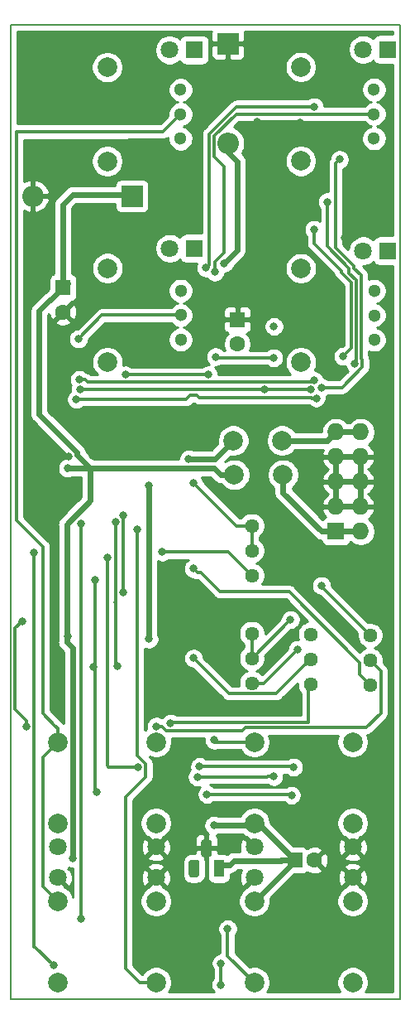
<source format=gbr>
G04 #@! TF.GenerationSoftware,KiCad,Pcbnew,(5.1.9)-1*
G04 #@! TF.CreationDate,2021-03-20T12:47:07+00:00*
G04 #@! TF.ProjectId,board v2,626f6172-6420-4763-922e-6b696361645f,rev?*
G04 #@! TF.SameCoordinates,Original*
G04 #@! TF.FileFunction,Copper,L1,Top*
G04 #@! TF.FilePolarity,Positive*
%FSLAX46Y46*%
G04 Gerber Fmt 4.6, Leading zero omitted, Abs format (unit mm)*
G04 Created by KiCad (PCBNEW (5.1.9)-1) date 2021-03-20 12:47:07*
%MOMM*%
%LPD*%
G01*
G04 APERTURE LIST*
G04 #@! TA.AperFunction,Profile*
%ADD10C,0.150000*%
G04 #@! TD*
G04 #@! TA.AperFunction,ComponentPad*
%ADD11R,1.100000X1.800000*%
G04 #@! TD*
G04 #@! TA.AperFunction,ComponentPad*
%ADD12R,1.800000X1.800000*%
G04 #@! TD*
G04 #@! TA.AperFunction,ComponentPad*
%ADD13C,1.800000*%
G04 #@! TD*
G04 #@! TA.AperFunction,ComponentPad*
%ADD14O,2.200000X2.200000*%
G04 #@! TD*
G04 #@! TA.AperFunction,ComponentPad*
%ADD15R,2.200000X2.200000*%
G04 #@! TD*
G04 #@! TA.AperFunction,ComponentPad*
%ADD16C,2.000000*%
G04 #@! TD*
G04 #@! TA.AperFunction,ComponentPad*
%ADD17R,1.727200X1.727200*%
G04 #@! TD*
G04 #@! TA.AperFunction,ComponentPad*
%ADD18O,1.727200X1.727200*%
G04 #@! TD*
G04 #@! TA.AperFunction,ComponentPad*
%ADD19C,1.300000*%
G04 #@! TD*
G04 #@! TA.AperFunction,ComponentPad*
%ADD20C,1.440000*%
G04 #@! TD*
G04 #@! TA.AperFunction,ComponentPad*
%ADD21R,1.600000X1.600000*%
G04 #@! TD*
G04 #@! TA.AperFunction,ComponentPad*
%ADD22C,1.600000*%
G04 #@! TD*
G04 #@! TA.AperFunction,ViaPad*
%ADD23C,0.800000*%
G04 #@! TD*
G04 #@! TA.AperFunction,Conductor*
%ADD24C,0.300000*%
G04 #@! TD*
G04 #@! TA.AperFunction,Conductor*
%ADD25C,0.600000*%
G04 #@! TD*
G04 #@! TA.AperFunction,Conductor*
%ADD26C,0.254000*%
G04 #@! TD*
G04 #@! TA.AperFunction,Conductor*
%ADD27C,0.400000*%
G04 #@! TD*
G04 APERTURE END LIST*
D10*
X57658000Y-12700000D02*
X17780000Y-12700000D01*
X57658000Y-112268000D02*
X57658000Y-12700000D01*
X17780000Y-112268000D02*
X57658000Y-112268000D01*
X17780000Y-12700000D02*
X17780000Y-112268000D01*
D11*
G04 #@! TO.P,U4,1*
G04 #@! TO.N,+5V*
X39116000Y-98952000D03*
G04 #@! TO.P,U4,3*
G04 #@! TO.N,+12V*
G04 #@! TA.AperFunction,ComponentPad*
G36*
G01*
X37126000Y-98327000D02*
X37126000Y-99577000D01*
G75*
G02*
X36851000Y-99852000I-275000J0D01*
G01*
X36301000Y-99852000D01*
G75*
G02*
X36026000Y-99577000I0J275000D01*
G01*
X36026000Y-98327000D01*
G75*
G02*
X36301000Y-98052000I275000J0D01*
G01*
X36851000Y-98052000D01*
G75*
G02*
X37126000Y-98327000I0J-275000D01*
G01*
G37*
G04 #@! TD.AperFunction*
G04 #@! TO.P,U4,2*
G04 #@! TO.N,GND*
G04 #@! TA.AperFunction,ComponentPad*
G36*
G01*
X38396000Y-96257000D02*
X38396000Y-97507000D01*
G75*
G02*
X38121000Y-97782000I-275000J0D01*
G01*
X37571000Y-97782000D01*
G75*
G02*
X37296000Y-97507000I0J275000D01*
G01*
X37296000Y-96257000D01*
G75*
G02*
X37571000Y-95982000I275000J0D01*
G01*
X38121000Y-95982000D01*
G75*
G02*
X38396000Y-96257000I0J-275000D01*
G01*
G37*
G04 #@! TD.AperFunction*
G04 #@! TD*
D12*
G04 #@! TO.P,D1,1*
G04 #@! TO.N,Net-(D1-Pad1)*
X36600000Y-15300000D03*
D13*
G04 #@! TO.P,D1,2*
G04 #@! TO.N,ledA*
X34060000Y-15300000D03*
G04 #@! TD*
G04 #@! TO.P,D2,2*
G04 #@! TO.N,ledC*
X34090000Y-35560000D03*
D12*
G04 #@! TO.P,D2,1*
G04 #@! TO.N,Net-(D2-Pad1)*
X36630000Y-35560000D03*
G04 #@! TD*
D13*
G04 #@! TO.P,D3,2*
G04 #@! TO.N,ledD*
X53900000Y-35810000D03*
D12*
G04 #@! TO.P,D3,1*
G04 #@! TO.N,Net-(D3-Pad1)*
X56440000Y-35810000D03*
G04 #@! TD*
D13*
G04 #@! TO.P,D4,2*
G04 #@! TO.N,ledB*
X53880000Y-15240000D03*
D12*
G04 #@! TO.P,D4,1*
G04 #@! TO.N,Net-(D4-Pad1)*
X56420000Y-15240000D03*
G04 #@! TD*
D14*
G04 #@! TO.P,D5,2*
G04 #@! TO.N,GND*
X20066000Y-30226000D03*
D15*
G04 #@! TO.P,D5,1*
G04 #@! TO.N,+12V*
X30226000Y-30226000D03*
G04 #@! TD*
G04 #@! TO.P,D6,1*
G04 #@! TO.N,GND*
X40060000Y-14650000D03*
D14*
G04 #@! TO.P,D6,2*
G04 #@! TO.N,-12V*
X40060000Y-24810000D03*
G04 #@! TD*
D16*
G04 #@! TO.P,F1,1*
G04 #@! TO.N,/-12Vin*
X45600000Y-55200000D03*
G04 #@! TO.P,F1,2*
G04 #@! TO.N,-12V*
X40600000Y-55200000D03*
G04 #@! TD*
G04 #@! TO.P,F2,2*
G04 #@! TO.N,/+12Vin*
X45700000Y-58700000D03*
G04 #@! TO.P,F2,1*
G04 #@! TO.N,+12V*
X40700000Y-58700000D03*
G04 #@! TD*
G04 #@! TO.P,J1,3*
G04 #@! TO.N,/Bin*
X42756666Y-86012000D03*
D13*
G04 #@! TO.P,J1,1*
G04 #@! TO.N,GND*
X42756666Y-96732000D03*
D16*
G04 #@! TO.P,J1,2*
G04 #@! TO.N,+5V*
X42756666Y-94312000D03*
G04 #@! TD*
G04 #@! TO.P,J2,2*
G04 #@! TO.N,GND*
X22606000Y-94312000D03*
D13*
G04 #@! TO.P,J2,1*
X22606000Y-96732000D03*
D16*
G04 #@! TO.P,J2,3*
G04 #@! TO.N,Ain*
X22606000Y-86012000D03*
G04 #@! TD*
G04 #@! TO.P,J3,3*
G04 #@! TO.N,/Cin*
X22606000Y-110584000D03*
D13*
G04 #@! TO.P,J3,1*
G04 #@! TO.N,GND*
X22606000Y-99864000D03*
D16*
G04 #@! TO.P,J3,2*
G04 #@! TO.N,Ain*
X22606000Y-102284000D03*
G04 #@! TD*
G04 #@! TO.P,J4,2*
G04 #@! TO.N,+5V*
X42756666Y-102284000D03*
D13*
G04 #@! TO.P,J4,1*
G04 #@! TO.N,GND*
X42756666Y-99864000D03*
D16*
G04 #@! TO.P,J4,3*
G04 #@! TO.N,/Din*
X42756666Y-110584000D03*
G04 #@! TD*
G04 #@! TO.P,J5,2*
G04 #@! TO.N,AoutSw*
X32681333Y-94312000D03*
D13*
G04 #@! TO.P,J5,1*
G04 #@! TO.N,GND*
X32681333Y-96732000D03*
D16*
G04 #@! TO.P,J5,3*
G04 #@! TO.N,Aout*
X32681333Y-86012000D03*
G04 #@! TD*
G04 #@! TO.P,J6,3*
G04 #@! TO.N,Bout*
X52832000Y-86012000D03*
D13*
G04 #@! TO.P,J6,1*
G04 #@! TO.N,GND*
X52832000Y-96732000D03*
D16*
G04 #@! TO.P,J6,2*
G04 #@! TO.N,BoutSw*
X52832000Y-94312000D03*
G04 #@! TD*
G04 #@! TO.P,J7,2*
G04 #@! TO.N,CoutSw*
X32681333Y-102284000D03*
D13*
G04 #@! TO.P,J7,1*
G04 #@! TO.N,GND*
X32681333Y-99864000D03*
D16*
G04 #@! TO.P,J7,3*
G04 #@! TO.N,Cout*
X32681333Y-110584000D03*
G04 #@! TD*
G04 #@! TO.P,J8,3*
G04 #@! TO.N,Dout*
X52832000Y-110584000D03*
D13*
G04 #@! TO.P,J8,1*
G04 #@! TO.N,GND*
X52832000Y-99864000D03*
D16*
G04 #@! TO.P,J8,2*
G04 #@! TO.N,N/C*
X52832000Y-102284000D03*
G04 #@! TD*
D17*
G04 #@! TO.P,J9,1*
G04 #@! TO.N,/+12Vin*
X51100000Y-64500000D03*
D18*
G04 #@! TO.P,J9,2*
X53640000Y-64500000D03*
G04 #@! TO.P,J9,3*
G04 #@! TO.N,GND*
X51100000Y-61960000D03*
G04 #@! TO.P,J9,4*
X53640000Y-61960000D03*
G04 #@! TO.P,J9,5*
X51100000Y-59420000D03*
G04 #@! TO.P,J9,6*
X53640000Y-59420000D03*
G04 #@! TO.P,J9,7*
X51100000Y-56880000D03*
G04 #@! TO.P,J9,8*
X53640000Y-56880000D03*
G04 #@! TO.P,J9,9*
G04 #@! TO.N,/-12Vin*
X51100000Y-54340000D03*
G04 #@! TO.P,J9,10*
X53640000Y-54340000D03*
G04 #@! TD*
D16*
G04 #@! TO.P,RV1,*
G04 #@! TO.N,*
X47511223Y-17037319D03*
X47511223Y-26637319D03*
D19*
G04 #@! TO.P,RV1,3*
G04 #@! TO.N,Net-(R24-Pad2)*
X55011223Y-19337319D03*
G04 #@! TO.P,RV1,2*
G04 #@! TO.N,/Bin*
X55011223Y-21837319D03*
G04 #@! TO.P,RV1,1*
G04 #@! TO.N,Net-(R6-Pad2)*
X55011223Y-24337319D03*
G04 #@! TD*
G04 #@! TO.P,RV2,1*
G04 #@! TO.N,Net-(R5-Pad2)*
X35193832Y-24358377D03*
G04 #@! TO.P,RV2,2*
G04 #@! TO.N,Ain*
X35193832Y-21858377D03*
G04 #@! TO.P,RV2,3*
G04 #@! TO.N,Net-(R22-Pad2)*
X35193832Y-19358377D03*
D16*
G04 #@! TO.P,RV2,*
G04 #@! TO.N,*
X27693832Y-26658377D03*
X27693832Y-17058377D03*
G04 #@! TD*
D19*
G04 #@! TO.P,RV3,1*
G04 #@! TO.N,Net-(R8-Pad2)*
X35209078Y-44899704D03*
G04 #@! TO.P,RV3,2*
G04 #@! TO.N,/Cin*
X35209078Y-42399704D03*
G04 #@! TO.P,RV3,3*
G04 #@! TO.N,Net-(R26-Pad2)*
X35209078Y-39899704D03*
D16*
G04 #@! TO.P,RV3,*
G04 #@! TO.N,*
X27709078Y-47199704D03*
X27709078Y-37599704D03*
G04 #@! TD*
G04 #@! TO.P,RV4,*
G04 #@! TO.N,*
X47522000Y-37612000D03*
X47522000Y-47212000D03*
D19*
G04 #@! TO.P,RV4,3*
G04 #@! TO.N,Net-(R28-Pad2)*
X55022000Y-39912000D03*
G04 #@! TO.P,RV4,2*
G04 #@! TO.N,/Din*
X55022000Y-42412000D03*
G04 #@! TO.P,RV4,1*
G04 #@! TO.N,Net-(R10-Pad2)*
X55022000Y-44912000D03*
G04 #@! TD*
D20*
G04 #@! TO.P,RV5,1*
G04 #@! TO.N,Net-(R32-Pad2)*
X48500000Y-80100000D03*
G04 #@! TO.P,RV5,2*
G04 #@! TO.N,Net-(C5-Pad2)*
X48500000Y-77560000D03*
G04 #@! TO.P,RV5,3*
X48500000Y-75020000D03*
G04 #@! TD*
G04 #@! TO.P,RV6,1*
G04 #@! TO.N,Net-(R33-Pad2)*
X54625000Y-80200000D03*
G04 #@! TO.P,RV6,2*
G04 #@! TO.N,Net-(C6-Pad2)*
X54625000Y-77660000D03*
G04 #@! TO.P,RV6,3*
X54625000Y-75120000D03*
G04 #@! TD*
G04 #@! TO.P,RV7,3*
G04 #@! TO.N,Net-(C7-Pad2)*
X42500000Y-63920000D03*
G04 #@! TO.P,RV7,2*
X42500000Y-66460000D03*
G04 #@! TO.P,RV7,1*
G04 #@! TO.N,Net-(R34-Pad2)*
X42500000Y-69000000D03*
G04 #@! TD*
G04 #@! TO.P,RV8,3*
G04 #@! TO.N,Net-(C8-Pad2)*
X42500000Y-74920000D03*
G04 #@! TO.P,RV8,2*
X42500000Y-77460000D03*
G04 #@! TO.P,RV8,1*
G04 #@! TO.N,Net-(R35-Pad2)*
X42500000Y-80000000D03*
G04 #@! TD*
D21*
G04 #@! TO.P,C13,1*
G04 #@! TO.N,+5V*
X46900000Y-98100000D03*
D22*
G04 #@! TO.P,C13,2*
G04 #@! TO.N,GND*
X48900000Y-98100000D03*
G04 #@! TD*
D21*
G04 #@! TO.P,C17,1*
G04 #@! TO.N,+12V*
X23160000Y-39580000D03*
D22*
G04 #@! TO.P,C17,2*
G04 #@! TO.N,GND*
X23160000Y-42080000D03*
G04 #@! TD*
G04 #@! TO.P,C18,2*
G04 #@! TO.N,-12V*
X41020000Y-45350000D03*
D21*
G04 #@! TO.P,C18,1*
G04 #@! TO.N,GND*
X41020000Y-42850000D03*
G04 #@! TD*
D23*
G04 #@! TO.N,Net-(C1-Pad2)*
X29300000Y-70725000D03*
X29350000Y-62850000D03*
G04 #@! TO.N,Net-(C2-Pad2)*
X26575000Y-91100000D03*
X26300000Y-78350000D03*
X26425000Y-69475000D03*
X37805258Y-37560001D03*
X48880000Y-21087319D03*
G04 #@! TO.N,Net-(C3-Pad2)*
X29536011Y-48500000D03*
X38050001Y-48500000D03*
X37900000Y-91375000D03*
X46550000Y-91450000D03*
G04 #@! TO.N,Net-(C4-Pad2)*
X24975000Y-63675000D03*
X25000000Y-104100000D03*
X24842951Y-48976627D03*
X48914565Y-49089978D03*
G04 #@! TO.N,Net-(C5-Pad2)*
X36525000Y-77450000D03*
X28525000Y-63500000D03*
X28750000Y-78275000D03*
G04 #@! TO.N,Net-(C6-Pad2)*
X32725000Y-84400000D03*
X49625000Y-70025000D03*
X19450000Y-84425000D03*
X18955010Y-73650000D03*
X51480000Y-26480000D03*
X49635951Y-49782514D03*
G04 #@! TO.N,Bout*
X27675000Y-67175000D03*
X46775000Y-88575000D03*
X30875000Y-88575000D03*
X37150000Y-88525000D03*
G04 #@! TO.N,Cout*
X39350000Y-108625000D03*
X39325000Y-110825000D03*
X30775000Y-64300000D03*
G04 #@! TO.N,Net-(C7-Pad2)*
X36550000Y-59575000D03*
G04 #@! TO.N,Dout*
X20200000Y-66700000D03*
X22175000Y-108825000D03*
G04 #@! TO.N,Net-(C8-Pad2)*
X24900000Y-49975000D03*
X46450000Y-73500000D03*
X48500000Y-50000000D03*
X43770000Y-50000000D03*
G04 #@! TO.N,+12V*
X24150000Y-97900000D03*
X23625000Y-58020000D03*
X23625000Y-75225000D03*
G04 #@! TO.N,GND*
X23700000Y-56875000D03*
X23675000Y-59400000D03*
X36825000Y-74225000D03*
X42175000Y-73000000D03*
X55475000Y-105350000D03*
X34875000Y-93200000D03*
X21400000Y-59300000D03*
X29225000Y-56800000D03*
X26175000Y-56750000D03*
X52200000Y-32150000D03*
X52150000Y-28225000D03*
X51975000Y-34500000D03*
X31875000Y-81825000D03*
X31925000Y-77250000D03*
X34575000Y-89925000D03*
X47400000Y-22730000D03*
X43000000Y-22670000D03*
G04 #@! TO.N,-12V*
X31975000Y-75499000D03*
X36041000Y-57075000D03*
X31975000Y-59775000D03*
X39670000Y-37090000D03*
G04 #@! TO.N,+5V*
X38600000Y-94525000D03*
G04 #@! TO.N,Net-(R12-Pad2)*
X36900000Y-89600000D03*
X44750000Y-89550000D03*
G04 #@! TO.N,Net-(R19-Pad1)*
X48870000Y-33620000D03*
X51860000Y-46610000D03*
G04 #@! TO.N,Net-(R21-Pad1)*
X50220000Y-30810000D03*
X53062473Y-47360000D03*
G04 #@! TO.N,Net-(R32-Pad2)*
X34175000Y-84100000D03*
G04 #@! TO.N,Net-(R33-Pad2)*
X36505331Y-68294669D03*
G04 #@! TO.N,Net-(R34-Pad2)*
X33325000Y-66600000D03*
G04 #@! TO.N,Net-(R35-Pad2)*
X24525000Y-51000000D03*
X47200000Y-76550000D03*
X49100000Y-50875000D03*
G04 #@! TO.N,/Bin*
X38650000Y-85825000D03*
X38710000Y-37990000D03*
G04 #@! TO.N,/Cin*
X24730000Y-44820000D03*
G04 #@! TO.N,/Din*
X40025000Y-105100000D03*
X38780000Y-46650000D03*
X44750000Y-46760000D03*
X44756990Y-43546990D03*
G04 #@! TD*
D24*
G04 #@! TO.N,Net-(C1-Pad2)*
X29300000Y-70725000D02*
X29300000Y-62900000D01*
X29300000Y-62900000D02*
X29350000Y-62850000D01*
G04 #@! TO.N,Net-(C2-Pad2)*
X26400000Y-90925000D02*
X26575000Y-91100000D01*
X26400000Y-78450000D02*
X26300000Y-78350000D01*
X26400000Y-81325000D02*
X26400000Y-90925000D01*
X26400000Y-80700000D02*
X26400000Y-81325000D01*
X26400000Y-69500000D02*
X26425000Y-69475000D01*
X26400000Y-78975000D02*
X26400000Y-69500000D01*
X26400000Y-78975000D02*
X26400000Y-78450000D01*
X26400000Y-81325000D02*
X26400000Y-78975000D01*
X40929559Y-21087319D02*
X48880000Y-21087319D01*
X38109989Y-23906889D02*
X40929559Y-21087319D01*
X38109989Y-37255270D02*
X38109989Y-23906889D01*
X37805258Y-37560001D02*
X38109989Y-37255270D01*
G04 #@! TO.N,Net-(C3-Pad2)*
X29536011Y-48500000D02*
X38050001Y-48500000D01*
X37900000Y-91375000D02*
X46475000Y-91375000D01*
X46475000Y-91375000D02*
X46550000Y-91450000D01*
G04 #@! TO.N,Net-(C4-Pad2)*
X24975000Y-63675000D02*
X24975000Y-103225000D01*
X24975000Y-103225000D02*
X24975000Y-104075000D01*
X24975000Y-104075000D02*
X25000000Y-104100000D01*
X25682009Y-49250000D02*
X43750000Y-49250000D01*
X25408636Y-48976627D02*
X25682009Y-49250000D01*
X24842951Y-48976627D02*
X25408636Y-48976627D01*
X43750000Y-49250000D02*
X48825000Y-49250000D01*
X48825000Y-49179543D02*
X48914565Y-49089978D01*
X48825000Y-49250000D02*
X48825000Y-49179543D01*
G04 #@! TO.N,Net-(C5-Pad2)*
X47780001Y-78279999D02*
X48500000Y-77560000D01*
X44989999Y-81070001D02*
X47780001Y-78279999D01*
X40145001Y-81070001D02*
X44989999Y-81070001D01*
X36525000Y-77450000D02*
X40145001Y-81070001D01*
X28525000Y-63500000D02*
X28525000Y-71725000D01*
X28525000Y-71725000D02*
X28500000Y-71750000D01*
X28525000Y-71725000D02*
X28525000Y-78050000D01*
X28525000Y-78050000D02*
X28750000Y-78275000D01*
G04 #@! TO.N,Aout*
X32393333Y-86300000D02*
X32681333Y-86012000D01*
G04 #@! TO.N,Net-(C6-Pad2)*
X41524999Y-84850001D02*
X41824990Y-84550010D01*
X33740686Y-84850001D02*
X41524999Y-84850001D01*
X33290685Y-84400000D02*
X33740686Y-84850001D01*
X32725000Y-84400000D02*
X33290685Y-84400000D01*
X54625000Y-75120000D02*
X49625000Y-70120000D01*
X49625000Y-70120000D02*
X49625000Y-70025000D01*
X48375000Y-84550010D02*
X54199990Y-84550010D01*
X48375000Y-84550010D02*
X48532110Y-84550010D01*
X41824990Y-84550010D02*
X48375000Y-84550010D01*
X55344999Y-78379999D02*
X54625000Y-77660000D01*
X55695001Y-78730001D02*
X55344999Y-78379999D01*
X55695001Y-83054999D02*
X55695001Y-78730001D01*
X54199990Y-84550010D02*
X55695001Y-83054999D01*
X19450000Y-83859315D02*
X19450000Y-84425000D01*
X18250000Y-82659315D02*
X19450000Y-83859315D01*
X18955010Y-73650000D02*
X18250000Y-74355010D01*
X18250000Y-74355010D02*
X18250000Y-82659315D01*
X51080001Y-26879999D02*
X51080001Y-35520001D01*
X51480000Y-26480000D02*
X51080001Y-26879999D01*
X51080001Y-35520001D02*
X52670000Y-37110000D01*
X52960008Y-37400008D02*
X52960008Y-37580008D01*
X52670000Y-37110000D02*
X52960008Y-37400008D01*
X52960008Y-37580008D02*
X53690000Y-38310000D01*
X53690000Y-38310000D02*
X53690000Y-46810000D01*
X53812474Y-47720001D02*
X51749961Y-49782514D01*
X53812474Y-46932474D02*
X53812474Y-47720001D01*
X51749961Y-49782514D02*
X49635951Y-49782514D01*
X53690000Y-46810000D02*
X53812474Y-46932474D01*
G04 #@! TO.N,Bout*
X46575000Y-88575000D02*
X46775000Y-88575000D01*
X27675000Y-88425000D02*
X27825000Y-88575000D01*
X27675000Y-67175000D02*
X27675000Y-88425000D01*
X27825000Y-88575000D02*
X30875000Y-88575000D01*
X46725000Y-88525000D02*
X46775000Y-88575000D01*
X37150000Y-88525000D02*
X46725000Y-88525000D01*
G04 #@! TO.N,Cout*
X39350000Y-108625000D02*
X39350000Y-110800000D01*
X39350000Y-110800000D02*
X39325000Y-110825000D01*
X30984000Y-110584000D02*
X32681333Y-110584000D01*
X30775000Y-87364998D02*
X31625001Y-88214999D01*
X30775000Y-64300000D02*
X30775000Y-87364998D01*
X31625001Y-88214999D02*
X31625001Y-89574999D01*
X31625001Y-89574999D02*
X29550000Y-91650000D01*
X29550000Y-91650000D02*
X29550000Y-109150000D01*
X29550000Y-109150000D02*
X30984000Y-110584000D01*
G04 #@! TO.N,Net-(C7-Pad2)*
X40895000Y-63920000D02*
X42500000Y-63920000D01*
X36550000Y-59575000D02*
X40895000Y-63920000D01*
X42500000Y-63920000D02*
X42500000Y-66460000D01*
G04 #@! TO.N,Dout*
X20300000Y-106950000D02*
X22175000Y-108825000D01*
X20200000Y-106950000D02*
X20300000Y-106950000D01*
X20200000Y-66700000D02*
X20200000Y-106950000D01*
G04 #@! TO.N,Net-(C8-Pad2)*
X42500000Y-74920000D02*
X42500000Y-77460000D01*
X26225000Y-49975000D02*
X26250000Y-50000000D01*
X24900000Y-49975000D02*
X26225000Y-49975000D01*
X43225000Y-50000000D02*
X26250000Y-50000000D01*
X26250000Y-50000000D02*
X25975011Y-50000000D01*
X42500000Y-77460000D02*
X46450000Y-73510000D01*
X46450000Y-73510000D02*
X46450000Y-73500000D01*
X43770000Y-50000000D02*
X48500000Y-50000000D01*
X43225000Y-50000000D02*
X43770000Y-50000000D01*
D25*
G04 #@! TO.N,+12V*
X24150000Y-76399000D02*
X23525000Y-75774000D01*
X24150000Y-97900000D02*
X24150000Y-76399000D01*
X23525000Y-58120000D02*
X23625000Y-58020000D01*
X24190685Y-58020000D02*
X23625000Y-58020000D01*
X39285787Y-58700000D02*
X38605787Y-58020000D01*
X40700000Y-58700000D02*
X39285787Y-58700000D01*
X25050000Y-62200000D02*
X24050000Y-63200000D01*
X38605787Y-58020000D02*
X31875000Y-58020000D01*
X23160000Y-39580000D02*
X23160000Y-39720000D01*
X23625000Y-39115000D02*
X23160000Y-39580000D01*
X25970000Y-58020000D02*
X24190685Y-58020000D01*
X31875000Y-58020000D02*
X25970000Y-58020000D01*
X25970000Y-61347998D02*
X23525000Y-63792998D01*
X25970000Y-58020000D02*
X25970000Y-61347998D01*
X23525000Y-63792998D02*
X23525000Y-63885000D01*
X23525000Y-75774000D02*
X23525000Y-63885000D01*
X24600001Y-56650001D02*
X25970000Y-58020000D01*
X24600001Y-56442999D02*
X24600001Y-56650001D01*
X20700000Y-52542998D02*
X24600001Y-56442999D01*
X20700000Y-41980000D02*
X20700000Y-52542998D01*
X21799999Y-40880001D02*
X20700000Y-41980000D01*
X21859999Y-40880001D02*
X21799999Y-40880001D01*
X23160000Y-39580000D02*
X21859999Y-40880001D01*
X30100000Y-30100000D02*
X30226000Y-30226000D01*
X24125000Y-30100000D02*
X30100000Y-30100000D01*
X23160000Y-31065000D02*
X24125000Y-30100000D01*
X23160000Y-39580000D02*
X23160000Y-31065000D01*
G04 #@! TO.N,GND*
X53640000Y-61960000D02*
X51100000Y-61960000D01*
X51100000Y-61960000D02*
X51100000Y-56880000D01*
X51100000Y-56880000D02*
X53640000Y-56880000D01*
X53640000Y-56880000D02*
X53640000Y-61960000D01*
X51100000Y-59420000D02*
X53640000Y-59420000D01*
X36825000Y-74225000D02*
X40950000Y-74225000D01*
X40950000Y-74225000D02*
X42175000Y-73000000D01*
X34875000Y-94538333D02*
X32681333Y-96732000D01*
X34875000Y-93200000D02*
X34875000Y-94538333D01*
X23575000Y-59300000D02*
X23675000Y-59400000D01*
X21400000Y-59300000D02*
X23575000Y-59300000D01*
X29175000Y-56750000D02*
X29225000Y-56800000D01*
X26175000Y-56750000D02*
X29175000Y-56750000D01*
X52200000Y-32150000D02*
X52200000Y-28275000D01*
X52200000Y-28275000D02*
X52150000Y-28225000D01*
X51975000Y-32375000D02*
X52200000Y-32150000D01*
X51975000Y-34500000D02*
X51975000Y-32375000D01*
X43060000Y-22730000D02*
X43000000Y-22670000D01*
X47400000Y-22730000D02*
X43060000Y-22730000D01*
G04 #@! TO.N,-12V*
X38775001Y-57024999D02*
X40600000Y-55200000D01*
X38725000Y-57075000D02*
X38775001Y-57024999D01*
X36041000Y-57075000D02*
X38725000Y-57075000D01*
X31975000Y-75499000D02*
X31975000Y-59775000D01*
X40060000Y-24810000D02*
X40060000Y-25730000D01*
X40060000Y-25730000D02*
X41020000Y-26690000D01*
X41020000Y-35740000D02*
X39670000Y-37090000D01*
X41020000Y-26690000D02*
X41020000Y-35740000D01*
G04 #@! TO.N,+5V*
X43112000Y-94312000D02*
X46900000Y-98100000D01*
X42756666Y-94312000D02*
X43112000Y-94312000D01*
X42756666Y-102284000D02*
X42756666Y-102192666D01*
X42543666Y-94525000D02*
X42756666Y-94312000D01*
X38600000Y-94525000D02*
X42543666Y-94525000D01*
X46900000Y-98140666D02*
X42756666Y-102284000D01*
X46900000Y-98100000D02*
X46900000Y-98140666D01*
X45500000Y-98100000D02*
X46900000Y-98100000D01*
X45467999Y-98132001D02*
X45500000Y-98100000D01*
X40660999Y-98132001D02*
X45467999Y-98132001D01*
X40241000Y-98552000D02*
X40660999Y-98132001D01*
X39116000Y-98552000D02*
X40241000Y-98552000D01*
G04 #@! TO.N,/-12Vin*
X51100000Y-54340000D02*
X53640000Y-54340000D01*
X50240000Y-55200000D02*
X51100000Y-54340000D01*
X45600000Y-55200000D02*
X50240000Y-55200000D01*
G04 #@! TO.N,/+12Vin*
X53640000Y-64500000D02*
X51100000Y-64500000D01*
X45700000Y-60114213D02*
X45700000Y-58700000D01*
X45700000Y-60563600D02*
X45700000Y-60114213D01*
X49636400Y-64500000D02*
X45700000Y-60563600D01*
X51100000Y-64500000D02*
X49636400Y-64500000D01*
D24*
G04 #@! TO.N,Ain*
X22606000Y-102284000D02*
X21075000Y-100753000D01*
X21075000Y-87543000D02*
X22606000Y-86012000D01*
X21075000Y-100753000D02*
X21075000Y-87543000D01*
X22606000Y-84597787D02*
X22325000Y-84316787D01*
X22606000Y-86012000D02*
X22606000Y-84597787D01*
X22325000Y-84316787D02*
X22316787Y-84316787D01*
X22316787Y-84316787D02*
X21100000Y-83100000D01*
X21100000Y-83100000D02*
X21100000Y-66075000D01*
X21100000Y-66075000D02*
X18400000Y-63375000D01*
X18400000Y-63375000D02*
X18400000Y-23630000D01*
X33422209Y-23630000D02*
X35193832Y-21858377D01*
X18400000Y-23630000D02*
X33422209Y-23630000D01*
G04 #@! TO.N,Net-(R12-Pad2)*
X44100000Y-89550000D02*
X44750000Y-89550000D01*
X36900000Y-89600000D02*
X44050000Y-89600000D01*
X44050000Y-89600000D02*
X44100000Y-89550000D01*
G04 #@! TO.N,Net-(R19-Pad1)*
X48870000Y-33620000D02*
X48870000Y-35050000D01*
X48870000Y-35050000D02*
X51660000Y-37840000D01*
X51660000Y-38020000D02*
X52689980Y-39049980D01*
X51660000Y-37840000D02*
X51660000Y-38020000D01*
X51860000Y-46610000D02*
X52689980Y-45780020D01*
X52689980Y-45780020D02*
X52689980Y-45580020D01*
X52689980Y-39049980D02*
X52689980Y-45580020D01*
G04 #@! TO.N,Net-(R21-Pad1)*
X50220000Y-35367120D02*
X52460000Y-37607120D01*
X50220000Y-30810000D02*
X50220000Y-35367120D01*
X52460000Y-38100000D02*
X53189990Y-38829990D01*
X52460000Y-37607120D02*
X52460000Y-38100000D01*
X53189990Y-47232483D02*
X53189990Y-46710010D01*
X53062473Y-47360000D02*
X53189990Y-47232483D01*
X53189990Y-46710010D02*
X53189990Y-46950000D01*
X53189990Y-38829990D02*
X53189990Y-46710010D01*
G04 #@! TO.N,Net-(R32-Pad2)*
X48350000Y-80250000D02*
X48500000Y-80100000D01*
X48325000Y-84050000D02*
X48325000Y-80550000D01*
X48325000Y-84050000D02*
X34225000Y-84050000D01*
X34225000Y-84050000D02*
X34175000Y-84100000D01*
G04 #@! TO.N,Net-(R33-Pad2)*
X53905001Y-79480001D02*
X54625000Y-80200000D01*
X53554999Y-79129999D02*
X53905001Y-79480001D01*
X36505331Y-68294669D02*
X36905330Y-68694668D01*
X37244688Y-68694668D02*
X39200020Y-70650000D01*
X36905330Y-68694668D02*
X37244688Y-68694668D01*
X46300000Y-70650000D02*
X53554999Y-77904999D01*
X39200020Y-70650000D02*
X46300000Y-70650000D01*
X53554999Y-77904999D02*
X53554999Y-79129999D01*
G04 #@! TO.N,Net-(R34-Pad2)*
X40100000Y-66600000D02*
X42500000Y-69000000D01*
X33325000Y-66600000D02*
X40100000Y-66600000D01*
G04 #@! TO.N,Net-(R35-Pad2)*
X36885001Y-50599999D02*
X37128665Y-50843663D01*
X36164999Y-50599999D02*
X36885001Y-50599999D01*
X24525000Y-51000000D02*
X35764998Y-51000000D01*
X35764998Y-51000000D02*
X36164999Y-50599999D01*
X43575000Y-50843663D02*
X48581337Y-50843663D01*
X43575000Y-50843663D02*
X43761876Y-50843663D01*
X37128665Y-50843663D02*
X43575000Y-50843663D01*
X42500000Y-80000000D02*
X43750000Y-80000000D01*
X43750000Y-80000000D02*
X47200000Y-76550000D01*
X48612674Y-50875000D02*
X48581337Y-50843663D01*
X49100000Y-50875000D02*
X48612674Y-50875000D01*
G04 #@! TO.N,/Bin*
X42756666Y-86012000D02*
X38837000Y-86012000D01*
X38837000Y-86012000D02*
X38650000Y-85825000D01*
X38710000Y-36939998D02*
X39679998Y-35970000D01*
X38710000Y-37990000D02*
X38710000Y-36939998D01*
X39679998Y-35970000D02*
X39679998Y-27230002D01*
X40886679Y-21837319D02*
X55011223Y-21837319D01*
X38609999Y-24113999D02*
X40886679Y-21837319D01*
X38609999Y-26160003D02*
X38609999Y-24113999D01*
X39679998Y-27230002D02*
X38609999Y-26160003D01*
G04 #@! TO.N,/Cin*
X27150296Y-42399704D02*
X24730000Y-44820000D01*
X35209078Y-42399704D02*
X27150296Y-42399704D01*
G04 #@! TO.N,/Din*
X40025000Y-107852334D02*
X42756666Y-110584000D01*
X40025000Y-105100000D02*
X40025000Y-107852334D01*
X38910000Y-46520000D02*
X38780000Y-46650000D01*
X38890000Y-46760000D02*
X38780000Y-46650000D01*
X43420011Y-46760000D02*
X38890000Y-46760000D01*
X43420011Y-46760000D02*
X44750000Y-46760000D01*
G04 #@! TD*
D26*
G04 #@! TO.N,GND*
X33916891Y-24525454D02*
X33958213Y-24733198D01*
X34055079Y-24967053D01*
X34195707Y-25177517D01*
X34374692Y-25356502D01*
X34585156Y-25497130D01*
X34819011Y-25593996D01*
X35067271Y-25643377D01*
X35320393Y-25643377D01*
X35568653Y-25593996D01*
X35802508Y-25497130D01*
X36012972Y-25356502D01*
X36191957Y-25177517D01*
X36332585Y-24967053D01*
X36429451Y-24733198D01*
X36470454Y-24527057D01*
X37324990Y-24527594D01*
X37324989Y-34021928D01*
X35730000Y-34021928D01*
X35605518Y-34034188D01*
X35485820Y-34070498D01*
X35375506Y-34129463D01*
X35278815Y-34208815D01*
X35199463Y-34305506D01*
X35140498Y-34415820D01*
X35134944Y-34434127D01*
X35068505Y-34367688D01*
X34817095Y-34199701D01*
X34537743Y-34083989D01*
X34241184Y-34025000D01*
X33938816Y-34025000D01*
X33642257Y-34083989D01*
X33362905Y-34199701D01*
X33111495Y-34367688D01*
X32897688Y-34581495D01*
X32729701Y-34832905D01*
X32613989Y-35112257D01*
X32555000Y-35408816D01*
X32555000Y-35711184D01*
X32613989Y-36007743D01*
X32729701Y-36287095D01*
X32897688Y-36538505D01*
X33111495Y-36752312D01*
X33362905Y-36920299D01*
X33642257Y-37036011D01*
X33938816Y-37095000D01*
X34241184Y-37095000D01*
X34537743Y-37036011D01*
X34817095Y-36920299D01*
X35068505Y-36752312D01*
X35134944Y-36685873D01*
X35140498Y-36704180D01*
X35199463Y-36814494D01*
X35278815Y-36911185D01*
X35375506Y-36990537D01*
X35485820Y-37049502D01*
X35605518Y-37085812D01*
X35730000Y-37098072D01*
X36876319Y-37098072D01*
X36810032Y-37258103D01*
X36770258Y-37458062D01*
X36770258Y-37661940D01*
X36810032Y-37861899D01*
X36888053Y-38050257D01*
X37001321Y-38219775D01*
X37145484Y-38363938D01*
X37315002Y-38477206D01*
X37503360Y-38555227D01*
X37703319Y-38595001D01*
X37869465Y-38595001D01*
X37906063Y-38649774D01*
X38050226Y-38793937D01*
X38219744Y-38907205D01*
X38408102Y-38985226D01*
X38608061Y-39025000D01*
X38811939Y-39025000D01*
X39011898Y-38985226D01*
X39200256Y-38907205D01*
X39369774Y-38793937D01*
X39513937Y-38649774D01*
X39627205Y-38480256D01*
X39705226Y-38291898D01*
X39738424Y-38125000D01*
X39771939Y-38125000D01*
X39971898Y-38085226D01*
X40160256Y-38007205D01*
X40329774Y-37893937D01*
X40473937Y-37749774D01*
X40587205Y-37580256D01*
X40640758Y-37450967D01*
X45887000Y-37450967D01*
X45887000Y-37773033D01*
X45949832Y-38088912D01*
X46073082Y-38386463D01*
X46252013Y-38654252D01*
X46479748Y-38881987D01*
X46747537Y-39060918D01*
X47045088Y-39184168D01*
X47360967Y-39247000D01*
X47683033Y-39247000D01*
X47998912Y-39184168D01*
X48296463Y-39060918D01*
X48564252Y-38881987D01*
X48791987Y-38654252D01*
X48970918Y-38386463D01*
X49094168Y-38088912D01*
X49157000Y-37773033D01*
X49157000Y-37450967D01*
X49094168Y-37135088D01*
X48970918Y-36837537D01*
X48791987Y-36569748D01*
X48564252Y-36342013D01*
X48296463Y-36163082D01*
X47998912Y-36039832D01*
X47683033Y-35977000D01*
X47360967Y-35977000D01*
X47045088Y-36039832D01*
X46747537Y-36163082D01*
X46479748Y-36342013D01*
X46252013Y-36569748D01*
X46073082Y-36837537D01*
X45949832Y-37135088D01*
X45887000Y-37450967D01*
X40640758Y-37450967D01*
X40647431Y-37434858D01*
X41648664Y-36433626D01*
X41684344Y-36404344D01*
X41801186Y-36261972D01*
X41888007Y-36099540D01*
X41941471Y-35923292D01*
X41955000Y-35785932D01*
X41959524Y-35740001D01*
X41955000Y-35694069D01*
X41955000Y-26735931D01*
X41959524Y-26689999D01*
X41941471Y-26506708D01*
X41938630Y-26497344D01*
X41932243Y-26476286D01*
X45876223Y-26476286D01*
X45876223Y-26798352D01*
X45939055Y-27114231D01*
X46062305Y-27411782D01*
X46241236Y-27679571D01*
X46468971Y-27907306D01*
X46736760Y-28086237D01*
X47034311Y-28209487D01*
X47350190Y-28272319D01*
X47672256Y-28272319D01*
X47988135Y-28209487D01*
X48285686Y-28086237D01*
X48553475Y-27907306D01*
X48781210Y-27679571D01*
X48960141Y-27411782D01*
X49083391Y-27114231D01*
X49146223Y-26798352D01*
X49146223Y-26476286D01*
X49083391Y-26160407D01*
X48960141Y-25862856D01*
X48781210Y-25595067D01*
X48553475Y-25367332D01*
X48285686Y-25188401D01*
X47988135Y-25065151D01*
X47672256Y-25002319D01*
X47350190Y-25002319D01*
X47034311Y-25065151D01*
X46736760Y-25188401D01*
X46468971Y-25367332D01*
X46241236Y-25595067D01*
X46062305Y-25862856D01*
X45939055Y-26160407D01*
X45876223Y-26476286D01*
X41932243Y-26476286D01*
X41888007Y-26330460D01*
X41801186Y-26168028D01*
X41684344Y-26025656D01*
X41648665Y-25996375D01*
X41472000Y-25819710D01*
X41597537Y-25631831D01*
X41728325Y-25316081D01*
X41795000Y-24980883D01*
X41795000Y-24639117D01*
X41773372Y-24530386D01*
X53740946Y-24537899D01*
X53775604Y-24712140D01*
X53872470Y-24945995D01*
X54013098Y-25156459D01*
X54192083Y-25335444D01*
X54402547Y-25476072D01*
X54636402Y-25572938D01*
X54884662Y-25622319D01*
X55137784Y-25622319D01*
X55386044Y-25572938D01*
X55619899Y-25476072D01*
X55830363Y-25335444D01*
X56009348Y-25156459D01*
X56149976Y-24945995D01*
X56246842Y-24712140D01*
X56281183Y-24539493D01*
X56886374Y-24539873D01*
X56886374Y-34271928D01*
X55540000Y-34271928D01*
X55415518Y-34284188D01*
X55295820Y-34320498D01*
X55185506Y-34379463D01*
X55088815Y-34458815D01*
X55009463Y-34555506D01*
X54950498Y-34665820D01*
X54944944Y-34684127D01*
X54878505Y-34617688D01*
X54627095Y-34449701D01*
X54347743Y-34333989D01*
X54051184Y-34275000D01*
X53748816Y-34275000D01*
X53452257Y-34333989D01*
X53172905Y-34449701D01*
X52921495Y-34617688D01*
X52707688Y-34831495D01*
X52539701Y-35082905D01*
X52423989Y-35362257D01*
X52365000Y-35658816D01*
X52365000Y-35694843D01*
X51865001Y-35194844D01*
X51865001Y-27440803D01*
X51970256Y-27397205D01*
X52139774Y-27283937D01*
X52283937Y-27139774D01*
X52397205Y-26970256D01*
X52475226Y-26781898D01*
X52515000Y-26581939D01*
X52515000Y-26378061D01*
X52475226Y-26178102D01*
X52397205Y-25989744D01*
X52283937Y-25820226D01*
X52139774Y-25676063D01*
X51970256Y-25562795D01*
X51781898Y-25484774D01*
X51581939Y-25445000D01*
X51378061Y-25445000D01*
X51178102Y-25484774D01*
X50989744Y-25562795D01*
X50820226Y-25676063D01*
X50676063Y-25820226D01*
X50562795Y-25989744D01*
X50484774Y-26178102D01*
X50445000Y-26378061D01*
X50445000Y-26416348D01*
X50424139Y-26441767D01*
X50351247Y-26578140D01*
X50306360Y-26726113D01*
X50295001Y-26841439D01*
X50295001Y-26841446D01*
X50291204Y-26879999D01*
X50295001Y-26918552D01*
X50295001Y-29775000D01*
X50118061Y-29775000D01*
X49918102Y-29814774D01*
X49729744Y-29892795D01*
X49560226Y-30006063D01*
X49416063Y-30150226D01*
X49302795Y-30319744D01*
X49224774Y-30508102D01*
X49185000Y-30708061D01*
X49185000Y-30911939D01*
X49224774Y-31111898D01*
X49302795Y-31300256D01*
X49416063Y-31469774D01*
X49435000Y-31488711D01*
X49435000Y-32752737D01*
X49360256Y-32702795D01*
X49171898Y-32624774D01*
X48971939Y-32585000D01*
X48768061Y-32585000D01*
X48568102Y-32624774D01*
X48379744Y-32702795D01*
X48210226Y-32816063D01*
X48066063Y-32960226D01*
X47952795Y-33129744D01*
X47874774Y-33318102D01*
X47835000Y-33518061D01*
X47835000Y-33721939D01*
X47874774Y-33921898D01*
X47952795Y-34110256D01*
X48066063Y-34279774D01*
X48085000Y-34298711D01*
X48085001Y-35011438D01*
X48081203Y-35050000D01*
X48096359Y-35203886D01*
X48141246Y-35351859D01*
X48170015Y-35405681D01*
X48214139Y-35488233D01*
X48249868Y-35531768D01*
X48287655Y-35577812D01*
X48287659Y-35577816D01*
X48312237Y-35607764D01*
X48342185Y-35632342D01*
X50887504Y-38177661D01*
X50931246Y-38321860D01*
X51004138Y-38458233D01*
X51102236Y-38577764D01*
X51132189Y-38602346D01*
X51904980Y-39375137D01*
X51904981Y-45454861D01*
X51784842Y-45575000D01*
X51758061Y-45575000D01*
X51558102Y-45614774D01*
X51369744Y-45692795D01*
X51200226Y-45806063D01*
X51056063Y-45950226D01*
X50942795Y-46119744D01*
X50864774Y-46308102D01*
X50825000Y-46508061D01*
X50825000Y-46711939D01*
X50864774Y-46911898D01*
X50942795Y-47100256D01*
X51056063Y-47269774D01*
X51200226Y-47413937D01*
X51369744Y-47527205D01*
X51558102Y-47605226D01*
X51758061Y-47645000D01*
X51961939Y-47645000D01*
X52060006Y-47625493D01*
X52067247Y-47661898D01*
X52145268Y-47850256D01*
X52258536Y-48019774D01*
X52330540Y-48091778D01*
X51424804Y-48997514D01*
X50314662Y-48997514D01*
X50295725Y-48978577D01*
X50126207Y-48865309D01*
X49937849Y-48787288D01*
X49906914Y-48781135D01*
X49831770Y-48599722D01*
X49718502Y-48430204D01*
X49574339Y-48286041D01*
X49404821Y-48172773D01*
X49216463Y-48094752D01*
X49016504Y-48054978D01*
X48925138Y-48054978D01*
X48970918Y-47986463D01*
X49094168Y-47688912D01*
X49157000Y-47373033D01*
X49157000Y-47050967D01*
X49094168Y-46735088D01*
X48970918Y-46437537D01*
X48791987Y-46169748D01*
X48564252Y-45942013D01*
X48296463Y-45763082D01*
X47998912Y-45639832D01*
X47683033Y-45577000D01*
X47360967Y-45577000D01*
X47045088Y-45639832D01*
X46747537Y-45763082D01*
X46479748Y-45942013D01*
X46252013Y-46169748D01*
X46073082Y-46437537D01*
X45949832Y-46735088D01*
X45887000Y-47050967D01*
X45887000Y-47373033D01*
X45949832Y-47688912D01*
X46073082Y-47986463D01*
X46252013Y-48254252D01*
X46462761Y-48465000D01*
X39085001Y-48465000D01*
X39085001Y-48398061D01*
X39045227Y-48198102D01*
X38967206Y-48009744D01*
X38853938Y-47840226D01*
X38709775Y-47696063D01*
X38693218Y-47685000D01*
X38881939Y-47685000D01*
X39081898Y-47645226D01*
X39270256Y-47567205D01*
X39303488Y-47545000D01*
X44071289Y-47545000D01*
X44090226Y-47563937D01*
X44259744Y-47677205D01*
X44448102Y-47755226D01*
X44648061Y-47795000D01*
X44851939Y-47795000D01*
X45051898Y-47755226D01*
X45240256Y-47677205D01*
X45409774Y-47563937D01*
X45553937Y-47419774D01*
X45667205Y-47250256D01*
X45745226Y-47061898D01*
X45785000Y-46861939D01*
X45785000Y-46658061D01*
X45745226Y-46458102D01*
X45667205Y-46269744D01*
X45553937Y-46100226D01*
X45409774Y-45956063D01*
X45240256Y-45842795D01*
X45051898Y-45764774D01*
X44851939Y-45725000D01*
X44648061Y-45725000D01*
X44448102Y-45764774D01*
X44259744Y-45842795D01*
X44090226Y-45956063D01*
X44071289Y-45975000D01*
X42314349Y-45975000D01*
X42399853Y-45768574D01*
X42455000Y-45491335D01*
X42455000Y-45208665D01*
X42399853Y-44931426D01*
X42291680Y-44670273D01*
X42134637Y-44435241D01*
X41968057Y-44268661D01*
X42064180Y-44239502D01*
X42174494Y-44180537D01*
X42271185Y-44101185D01*
X42350537Y-44004494D01*
X42409502Y-43894180D01*
X42445812Y-43774482D01*
X42458072Y-43650000D01*
X42456848Y-43445051D01*
X43721990Y-43445051D01*
X43721990Y-43648929D01*
X43761764Y-43848888D01*
X43839785Y-44037246D01*
X43953053Y-44206764D01*
X44097216Y-44350927D01*
X44266734Y-44464195D01*
X44455092Y-44542216D01*
X44655051Y-44581990D01*
X44858929Y-44581990D01*
X45058888Y-44542216D01*
X45247246Y-44464195D01*
X45416764Y-44350927D01*
X45560927Y-44206764D01*
X45674195Y-44037246D01*
X45752216Y-43848888D01*
X45791990Y-43648929D01*
X45791990Y-43445051D01*
X45752216Y-43245092D01*
X45674195Y-43056734D01*
X45560927Y-42887216D01*
X45416764Y-42743053D01*
X45247246Y-42629785D01*
X45058888Y-42551764D01*
X44858929Y-42511990D01*
X44655051Y-42511990D01*
X44455092Y-42551764D01*
X44266734Y-42629785D01*
X44097216Y-42743053D01*
X43953053Y-42887216D01*
X43839785Y-43056734D01*
X43761764Y-43245092D01*
X43721990Y-43445051D01*
X42456848Y-43445051D01*
X42455000Y-43135750D01*
X42296250Y-42977000D01*
X41147000Y-42977000D01*
X41147000Y-42997000D01*
X40893000Y-42997000D01*
X40893000Y-42977000D01*
X39743750Y-42977000D01*
X39585000Y-43135750D01*
X39581928Y-43650000D01*
X39594188Y-43774482D01*
X39630498Y-43894180D01*
X39689463Y-44004494D01*
X39768815Y-44101185D01*
X39865506Y-44180537D01*
X39975820Y-44239502D01*
X40071943Y-44268661D01*
X39905363Y-44435241D01*
X39748320Y-44670273D01*
X39640147Y-44931426D01*
X39585000Y-45208665D01*
X39585000Y-45491335D01*
X39640147Y-45768574D01*
X39725651Y-45975000D01*
X39568711Y-45975000D01*
X39439774Y-45846063D01*
X39270256Y-45732795D01*
X39081898Y-45654774D01*
X38881939Y-45615000D01*
X38678061Y-45615000D01*
X38478102Y-45654774D01*
X38289744Y-45732795D01*
X38120226Y-45846063D01*
X37976063Y-45990226D01*
X37862795Y-46159744D01*
X37784774Y-46348102D01*
X37745000Y-46548061D01*
X37745000Y-46751939D01*
X37784774Y-46951898D01*
X37862795Y-47140256D01*
X37976063Y-47309774D01*
X38120226Y-47453937D01*
X38136783Y-47465000D01*
X37948062Y-47465000D01*
X37748103Y-47504774D01*
X37559745Y-47582795D01*
X37390227Y-47696063D01*
X37371290Y-47715000D01*
X30214722Y-47715000D01*
X30195785Y-47696063D01*
X30026267Y-47582795D01*
X29837909Y-47504774D01*
X29637950Y-47465000D01*
X29434072Y-47465000D01*
X29318777Y-47487933D01*
X29344078Y-47360737D01*
X29344078Y-47038671D01*
X29281246Y-46722792D01*
X29157996Y-46425241D01*
X28979065Y-46157452D01*
X28751330Y-45929717D01*
X28483541Y-45750786D01*
X28185990Y-45627536D01*
X27870111Y-45564704D01*
X27548045Y-45564704D01*
X27232166Y-45627536D01*
X26934615Y-45750786D01*
X26666826Y-45929717D01*
X26439091Y-46157452D01*
X26260160Y-46425241D01*
X26136910Y-46722792D01*
X26074078Y-47038671D01*
X26074078Y-47360737D01*
X26136910Y-47676616D01*
X26260160Y-47974167D01*
X26439091Y-48241956D01*
X26662135Y-48465000D01*
X26007166Y-48465000D01*
X25990984Y-48448818D01*
X25966400Y-48418863D01*
X25846869Y-48320765D01*
X25710496Y-48247873D01*
X25562523Y-48202986D01*
X25529798Y-48199763D01*
X25502725Y-48172690D01*
X25333207Y-48059422D01*
X25144849Y-47981401D01*
X24944890Y-47941627D01*
X24741012Y-47941627D01*
X24541053Y-47981401D01*
X24352695Y-48059422D01*
X24183177Y-48172690D01*
X24039014Y-48316853D01*
X23925746Y-48486371D01*
X23847725Y-48674729D01*
X23807951Y-48874688D01*
X23807951Y-49078566D01*
X23847725Y-49278525D01*
X23925746Y-49466883D01*
X23965530Y-49526424D01*
X23904774Y-49673102D01*
X23865000Y-49873061D01*
X23865000Y-50076939D01*
X23885942Y-50182221D01*
X23865226Y-50196063D01*
X23721063Y-50340226D01*
X23607795Y-50509744D01*
X23529774Y-50698102D01*
X23490000Y-50898061D01*
X23490000Y-51101939D01*
X23529774Y-51301898D01*
X23607795Y-51490256D01*
X23721063Y-51659774D01*
X23865226Y-51803937D01*
X24034744Y-51917205D01*
X24223102Y-51995226D01*
X24423061Y-52035000D01*
X24626939Y-52035000D01*
X24826898Y-51995226D01*
X25015256Y-51917205D01*
X25184774Y-51803937D01*
X25203711Y-51785000D01*
X35726445Y-51785000D01*
X35764998Y-51788797D01*
X35803551Y-51785000D01*
X35803559Y-51785000D01*
X35918885Y-51773641D01*
X36066858Y-51728754D01*
X36203231Y-51655862D01*
X36322762Y-51557764D01*
X36347345Y-51527809D01*
X36490156Y-51384999D01*
X36557419Y-51384999D01*
X36570901Y-51401427D01*
X36690432Y-51499525D01*
X36826805Y-51572417D01*
X36859533Y-51582345D01*
X36974778Y-51617305D01*
X37049691Y-51624683D01*
X37090104Y-51628663D01*
X37090109Y-51628663D01*
X37128665Y-51632460D01*
X37167220Y-51628663D01*
X48389952Y-51628663D01*
X48440226Y-51678937D01*
X48609744Y-51792205D01*
X48798102Y-51870226D01*
X48998061Y-51910000D01*
X49201939Y-51910000D01*
X49401898Y-51870226D01*
X49590256Y-51792205D01*
X49759774Y-51678937D01*
X49903937Y-51534774D01*
X50017205Y-51365256D01*
X50095226Y-51176898D01*
X50135000Y-50976939D01*
X50135000Y-50773061D01*
X50120853Y-50701937D01*
X50126207Y-50699719D01*
X50295725Y-50586451D01*
X50314662Y-50567514D01*
X51711408Y-50567514D01*
X51749961Y-50571311D01*
X51788514Y-50567514D01*
X51788522Y-50567514D01*
X51903848Y-50556155D01*
X52051821Y-50511268D01*
X52188194Y-50438376D01*
X52307725Y-50340278D01*
X52332308Y-50310324D01*
X54340284Y-48302348D01*
X54370238Y-48277765D01*
X54468336Y-48158234D01*
X54541228Y-48021861D01*
X54551966Y-47986463D01*
X54586116Y-47873888D01*
X54594353Y-47790247D01*
X54597474Y-47758562D01*
X54597474Y-47758557D01*
X54601271Y-47720001D01*
X54597474Y-47681445D01*
X54597474Y-46971026D01*
X54601271Y-46932473D01*
X54597474Y-46893920D01*
X54597474Y-46893913D01*
X54586115Y-46778587D01*
X54541228Y-46630614D01*
X54475000Y-46506709D01*
X54475000Y-46076300D01*
X54647179Y-46147619D01*
X54895439Y-46197000D01*
X55148561Y-46197000D01*
X55396821Y-46147619D01*
X55630676Y-46050753D01*
X55841140Y-45910125D01*
X56020125Y-45731140D01*
X56160753Y-45520676D01*
X56257619Y-45286821D01*
X56307000Y-45038561D01*
X56307000Y-44785439D01*
X56257619Y-44537179D01*
X56160753Y-44303324D01*
X56020125Y-44092860D01*
X55841140Y-43913875D01*
X55630676Y-43773247D01*
X55396821Y-43676381D01*
X55324521Y-43662000D01*
X55396821Y-43647619D01*
X55630676Y-43550753D01*
X55841140Y-43410125D01*
X56020125Y-43231140D01*
X56160753Y-43020676D01*
X56257619Y-42786821D01*
X56307000Y-42538561D01*
X56307000Y-42285439D01*
X56257619Y-42037179D01*
X56160753Y-41803324D01*
X56020125Y-41592860D01*
X55841140Y-41413875D01*
X55630676Y-41273247D01*
X55396821Y-41176381D01*
X55324521Y-41162000D01*
X55396821Y-41147619D01*
X55630676Y-41050753D01*
X55841140Y-40910125D01*
X56020125Y-40731140D01*
X56160753Y-40520676D01*
X56257619Y-40286821D01*
X56307000Y-40038561D01*
X56307000Y-39785439D01*
X56257619Y-39537179D01*
X56160753Y-39303324D01*
X56020125Y-39092860D01*
X55841140Y-38913875D01*
X55630676Y-38773247D01*
X55396821Y-38676381D01*
X55148561Y-38627000D01*
X54895439Y-38627000D01*
X54647179Y-38676381D01*
X54475000Y-38747700D01*
X54475000Y-38348556D01*
X54478797Y-38310000D01*
X54475000Y-38271440D01*
X54475000Y-38271439D01*
X54471020Y-38231026D01*
X54463642Y-38156113D01*
X54418754Y-38008140D01*
X54405864Y-37984024D01*
X54345862Y-37871767D01*
X54247764Y-37752236D01*
X54217811Y-37727654D01*
X53835157Y-37345000D01*
X54051184Y-37345000D01*
X54347743Y-37286011D01*
X54627095Y-37170299D01*
X54878505Y-37002312D01*
X54944944Y-36935873D01*
X54950498Y-36954180D01*
X55009463Y-37064494D01*
X55088815Y-37161185D01*
X55185506Y-37240537D01*
X55295820Y-37299502D01*
X55415518Y-37335812D01*
X55540000Y-37348072D01*
X56886374Y-37348072D01*
X56886374Y-111558000D01*
X54147592Y-111558000D01*
X54280918Y-111358463D01*
X54404168Y-111060912D01*
X54467000Y-110745033D01*
X54467000Y-110422967D01*
X54404168Y-110107088D01*
X54280918Y-109809537D01*
X54101987Y-109541748D01*
X53874252Y-109314013D01*
X53606463Y-109135082D01*
X53308912Y-109011832D01*
X52993033Y-108949000D01*
X52670967Y-108949000D01*
X52355088Y-109011832D01*
X52057537Y-109135082D01*
X51789748Y-109314013D01*
X51562013Y-109541748D01*
X51383082Y-109809537D01*
X51259832Y-110107088D01*
X51197000Y-110422967D01*
X51197000Y-110745033D01*
X51259832Y-111060912D01*
X51383082Y-111358463D01*
X51516408Y-111558000D01*
X44072258Y-111558000D01*
X44205584Y-111358463D01*
X44328834Y-111060912D01*
X44391666Y-110745033D01*
X44391666Y-110422967D01*
X44328834Y-110107088D01*
X44205584Y-109809537D01*
X44026653Y-109541748D01*
X43798918Y-109314013D01*
X43531129Y-109135082D01*
X43233578Y-109011832D01*
X42917699Y-108949000D01*
X42595633Y-108949000D01*
X42292183Y-109009360D01*
X40810000Y-107527177D01*
X40810000Y-105778711D01*
X40828937Y-105759774D01*
X40942205Y-105590256D01*
X41020226Y-105401898D01*
X41060000Y-105201939D01*
X41060000Y-104998061D01*
X41020226Y-104798102D01*
X40942205Y-104609744D01*
X40828937Y-104440226D01*
X40684774Y-104296063D01*
X40515256Y-104182795D01*
X40326898Y-104104774D01*
X40126939Y-104065000D01*
X39923061Y-104065000D01*
X39723102Y-104104774D01*
X39534744Y-104182795D01*
X39365226Y-104296063D01*
X39221063Y-104440226D01*
X39107795Y-104609744D01*
X39029774Y-104798102D01*
X38990000Y-104998061D01*
X38990000Y-105201939D01*
X39029774Y-105401898D01*
X39107795Y-105590256D01*
X39221063Y-105759774D01*
X39240000Y-105778711D01*
X39240001Y-107591603D01*
X39048102Y-107629774D01*
X38859744Y-107707795D01*
X38690226Y-107821063D01*
X38546063Y-107965226D01*
X38432795Y-108134744D01*
X38354774Y-108323102D01*
X38315000Y-108523061D01*
X38315000Y-108726939D01*
X38354774Y-108926898D01*
X38432795Y-109115256D01*
X38546063Y-109284774D01*
X38565000Y-109303711D01*
X38565001Y-110121288D01*
X38521063Y-110165226D01*
X38407795Y-110334744D01*
X38329774Y-110523102D01*
X38290000Y-110723061D01*
X38290000Y-110926939D01*
X38329774Y-111126898D01*
X38407795Y-111315256D01*
X38521063Y-111484774D01*
X38594289Y-111558000D01*
X33996925Y-111558000D01*
X34130251Y-111358463D01*
X34253501Y-111060912D01*
X34316333Y-110745033D01*
X34316333Y-110422967D01*
X34253501Y-110107088D01*
X34130251Y-109809537D01*
X33951320Y-109541748D01*
X33723585Y-109314013D01*
X33455796Y-109135082D01*
X33158245Y-109011832D01*
X32842366Y-108949000D01*
X32520300Y-108949000D01*
X32204421Y-109011832D01*
X31906870Y-109135082D01*
X31639081Y-109314013D01*
X31411346Y-109541748D01*
X31267374Y-109757217D01*
X30335000Y-108824843D01*
X30335000Y-102122967D01*
X31046333Y-102122967D01*
X31046333Y-102445033D01*
X31109165Y-102760912D01*
X31232415Y-103058463D01*
X31411346Y-103326252D01*
X31639081Y-103553987D01*
X31906870Y-103732918D01*
X32204421Y-103856168D01*
X32520300Y-103919000D01*
X32842366Y-103919000D01*
X33158245Y-103856168D01*
X33455796Y-103732918D01*
X33723585Y-103553987D01*
X33951320Y-103326252D01*
X34130251Y-103058463D01*
X34253501Y-102760912D01*
X34316333Y-102445033D01*
X34316333Y-102122967D01*
X34253501Y-101807088D01*
X34130251Y-101509537D01*
X33951320Y-101241748D01*
X33723585Y-101014013D01*
X33507071Y-100869343D01*
X32681333Y-100043605D01*
X31855595Y-100869343D01*
X31639081Y-101014013D01*
X31411346Y-101241748D01*
X31232415Y-101509537D01*
X31109165Y-101807088D01*
X31046333Y-102122967D01*
X30335000Y-102122967D01*
X30335000Y-99930553D01*
X31140342Y-99930553D01*
X31182936Y-100229907D01*
X31283111Y-100515199D01*
X31363072Y-100664792D01*
X31617253Y-100748475D01*
X32501728Y-99864000D01*
X32860938Y-99864000D01*
X33745413Y-100748475D01*
X33999594Y-100664792D01*
X34130491Y-100392225D01*
X34205698Y-100099358D01*
X34222324Y-99797447D01*
X34179730Y-99498093D01*
X34079555Y-99212801D01*
X33999594Y-99063208D01*
X33745413Y-98979525D01*
X32860938Y-99864000D01*
X32501728Y-99864000D01*
X31617253Y-98979525D01*
X31363072Y-99063208D01*
X31232175Y-99335775D01*
X31156968Y-99628642D01*
X31140342Y-99930553D01*
X30335000Y-99930553D01*
X30335000Y-98799920D01*
X31796858Y-98799920D01*
X32681333Y-99684395D01*
X33565808Y-98799920D01*
X33482125Y-98545739D01*
X33209558Y-98414842D01*
X32916691Y-98339635D01*
X32687253Y-98327000D01*
X35387928Y-98327000D01*
X35387928Y-99577000D01*
X35405472Y-99755132D01*
X35457431Y-99926418D01*
X35541808Y-100084276D01*
X35655361Y-100222639D01*
X35793724Y-100336192D01*
X35951582Y-100420569D01*
X36122868Y-100472528D01*
X36301000Y-100490072D01*
X36851000Y-100490072D01*
X37029132Y-100472528D01*
X37200418Y-100420569D01*
X37358276Y-100336192D01*
X37496639Y-100222639D01*
X37610192Y-100084276D01*
X37694569Y-99926418D01*
X37746528Y-99755132D01*
X37764072Y-99577000D01*
X37764072Y-98327000D01*
X37746528Y-98148868D01*
X37719000Y-98058120D01*
X37719000Y-97009000D01*
X36819750Y-97009000D01*
X36661000Y-97167750D01*
X36659769Y-97413928D01*
X36301000Y-97413928D01*
X36122868Y-97431472D01*
X35951582Y-97483431D01*
X35793724Y-97567808D01*
X35655361Y-97681361D01*
X35541808Y-97819724D01*
X35457431Y-97977582D01*
X35405472Y-98148868D01*
X35387928Y-98327000D01*
X32687253Y-98327000D01*
X32614780Y-98323009D01*
X32315426Y-98365603D01*
X32030134Y-98465778D01*
X31880541Y-98545739D01*
X31796858Y-98799920D01*
X30335000Y-98799920D01*
X30335000Y-97796080D01*
X31796858Y-97796080D01*
X31880541Y-98050261D01*
X32153108Y-98181158D01*
X32445975Y-98256365D01*
X32747886Y-98272991D01*
X33047240Y-98230397D01*
X33332532Y-98130222D01*
X33482125Y-98050261D01*
X33565808Y-97796080D01*
X32681333Y-96911605D01*
X31796858Y-97796080D01*
X30335000Y-97796080D01*
X30335000Y-96798553D01*
X31140342Y-96798553D01*
X31182936Y-97097907D01*
X31283111Y-97383199D01*
X31363072Y-97532792D01*
X31617253Y-97616475D01*
X32501728Y-96732000D01*
X32860938Y-96732000D01*
X33745413Y-97616475D01*
X33999594Y-97532792D01*
X34130491Y-97260225D01*
X34205698Y-96967358D01*
X34222324Y-96665447D01*
X34179730Y-96366093D01*
X34079555Y-96080801D01*
X34026744Y-95982000D01*
X36657928Y-95982000D01*
X36661000Y-96596250D01*
X36819750Y-96755000D01*
X37719000Y-96755000D01*
X37719000Y-95505750D01*
X37560250Y-95347000D01*
X37296000Y-95343928D01*
X37171518Y-95356188D01*
X37051820Y-95392498D01*
X36941506Y-95451463D01*
X36844815Y-95530815D01*
X36765463Y-95627506D01*
X36706498Y-95737820D01*
X36670188Y-95857518D01*
X36657928Y-95982000D01*
X34026744Y-95982000D01*
X33999594Y-95931208D01*
X33745413Y-95847525D01*
X32860938Y-96732000D01*
X32501728Y-96732000D01*
X31617253Y-95847525D01*
X31363072Y-95931208D01*
X31232175Y-96203775D01*
X31156968Y-96496642D01*
X31140342Y-96798553D01*
X30335000Y-96798553D01*
X30335000Y-94150967D01*
X31046333Y-94150967D01*
X31046333Y-94473033D01*
X31109165Y-94788912D01*
X31232415Y-95086463D01*
X31411346Y-95354252D01*
X31639081Y-95581987D01*
X31855595Y-95726657D01*
X32681333Y-96552395D01*
X33507071Y-95726657D01*
X33723585Y-95581987D01*
X33951320Y-95354252D01*
X34130251Y-95086463D01*
X34253501Y-94788912D01*
X34316333Y-94473033D01*
X34316333Y-94423061D01*
X37565000Y-94423061D01*
X37565000Y-94626939D01*
X37604774Y-94826898D01*
X37682795Y-95015256D01*
X37796063Y-95184774D01*
X37940226Y-95328937D01*
X38065864Y-95412886D01*
X37973000Y-95505750D01*
X37973000Y-96755000D01*
X38872250Y-96755000D01*
X39031000Y-96596250D01*
X39034072Y-95982000D01*
X39021812Y-95857518D01*
X38985502Y-95737820D01*
X38926537Y-95627506D01*
X38847392Y-95531068D01*
X38901898Y-95520226D01*
X39047295Y-95460000D01*
X41592427Y-95460000D01*
X41714414Y-95581987D01*
X41930928Y-95726657D01*
X42756666Y-96552395D01*
X42770809Y-96538253D01*
X42950414Y-96717858D01*
X42936271Y-96732000D01*
X42950414Y-96746143D01*
X42770809Y-96925748D01*
X42756666Y-96911605D01*
X42742524Y-96925748D01*
X42562919Y-96746143D01*
X42577061Y-96732000D01*
X41692586Y-95847525D01*
X41438405Y-95931208D01*
X41307508Y-96203775D01*
X41232301Y-96496642D01*
X41215675Y-96798553D01*
X41258269Y-97097907D01*
X41293064Y-97197001D01*
X40706930Y-97197001D01*
X40660998Y-97192477D01*
X40477706Y-97210530D01*
X40449142Y-97219195D01*
X40301459Y-97263994D01*
X40139027Y-97350815D01*
X39996655Y-97467657D01*
X39973231Y-97496200D01*
X39910180Y-97462498D01*
X39790482Y-97426188D01*
X39666000Y-97413928D01*
X39032231Y-97413928D01*
X39031000Y-97167750D01*
X38872250Y-97009000D01*
X37973000Y-97009000D01*
X37973000Y-97819351D01*
X37940188Y-97927518D01*
X37927928Y-98052000D01*
X37927928Y-99852000D01*
X37940188Y-99976482D01*
X37976498Y-100096180D01*
X38035463Y-100206494D01*
X38114815Y-100303185D01*
X38211506Y-100382537D01*
X38321820Y-100441502D01*
X38441518Y-100477812D01*
X38566000Y-100490072D01*
X39666000Y-100490072D01*
X39790482Y-100477812D01*
X39910180Y-100441502D01*
X40020494Y-100382537D01*
X40117185Y-100303185D01*
X40196537Y-100206494D01*
X40255502Y-100096180D01*
X40291812Y-99976482D01*
X40304072Y-99852000D01*
X40304072Y-99485312D01*
X40424292Y-99473471D01*
X40600540Y-99420007D01*
X40762972Y-99333186D01*
X40905344Y-99216344D01*
X40934630Y-99180659D01*
X41048288Y-99067001D01*
X41436583Y-99067001D01*
X41307508Y-99335775D01*
X41232301Y-99628642D01*
X41215675Y-99930553D01*
X41258269Y-100229907D01*
X41358444Y-100515199D01*
X41438405Y-100664792D01*
X41692586Y-100748475D01*
X42577061Y-99864000D01*
X42562919Y-99849858D01*
X42742524Y-99670253D01*
X42756666Y-99684395D01*
X42770809Y-99670253D01*
X42950414Y-99849858D01*
X42936271Y-99864000D01*
X42950414Y-99878143D01*
X42770809Y-100057748D01*
X42756666Y-100043605D01*
X41930928Y-100869343D01*
X41714414Y-101014013D01*
X41486679Y-101241748D01*
X41307748Y-101509537D01*
X41184498Y-101807088D01*
X41121666Y-102122967D01*
X41121666Y-102445033D01*
X41184498Y-102760912D01*
X41307748Y-103058463D01*
X41486679Y-103326252D01*
X41714414Y-103553987D01*
X41982203Y-103732918D01*
X42279754Y-103856168D01*
X42595633Y-103919000D01*
X42917699Y-103919000D01*
X43233578Y-103856168D01*
X43531129Y-103732918D01*
X43798918Y-103553987D01*
X44026653Y-103326252D01*
X44205584Y-103058463D01*
X44328834Y-102760912D01*
X44391666Y-102445033D01*
X44391666Y-102122967D01*
X51197000Y-102122967D01*
X51197000Y-102445033D01*
X51259832Y-102760912D01*
X51383082Y-103058463D01*
X51562013Y-103326252D01*
X51789748Y-103553987D01*
X52057537Y-103732918D01*
X52355088Y-103856168D01*
X52670967Y-103919000D01*
X52993033Y-103919000D01*
X53308912Y-103856168D01*
X53606463Y-103732918D01*
X53874252Y-103553987D01*
X54101987Y-103326252D01*
X54280918Y-103058463D01*
X54404168Y-102760912D01*
X54467000Y-102445033D01*
X54467000Y-102122967D01*
X54404168Y-101807088D01*
X54280918Y-101509537D01*
X54101987Y-101241748D01*
X53874252Y-101014013D01*
X53657738Y-100869343D01*
X52832000Y-100043605D01*
X52006262Y-100869343D01*
X51789748Y-101014013D01*
X51562013Y-101241748D01*
X51383082Y-101509537D01*
X51259832Y-101807088D01*
X51197000Y-102122967D01*
X44391666Y-102122967D01*
X44366501Y-101996454D01*
X46432402Y-99930553D01*
X51291009Y-99930553D01*
X51333603Y-100229907D01*
X51433778Y-100515199D01*
X51513739Y-100664792D01*
X51767920Y-100748475D01*
X52652395Y-99864000D01*
X53011605Y-99864000D01*
X53896080Y-100748475D01*
X54150261Y-100664792D01*
X54281158Y-100392225D01*
X54356365Y-100099358D01*
X54372991Y-99797447D01*
X54330397Y-99498093D01*
X54230222Y-99212801D01*
X54150261Y-99063208D01*
X53896080Y-98979525D01*
X53011605Y-99864000D01*
X52652395Y-99864000D01*
X51767920Y-98979525D01*
X51513739Y-99063208D01*
X51382842Y-99335775D01*
X51307635Y-99628642D01*
X51291009Y-99930553D01*
X46432402Y-99930553D01*
X46824884Y-99538072D01*
X47700000Y-99538072D01*
X47824482Y-99525812D01*
X47944180Y-99489502D01*
X48054494Y-99430537D01*
X48151185Y-99351185D01*
X48161807Y-99338242D01*
X48413996Y-99457571D01*
X48688184Y-99526300D01*
X48970512Y-99540217D01*
X49250130Y-99498787D01*
X49516292Y-99403603D01*
X49641514Y-99336671D01*
X49713097Y-99092702D01*
X48900000Y-98279605D01*
X48885858Y-98293748D01*
X48706253Y-98114143D01*
X48720395Y-98100000D01*
X49079605Y-98100000D01*
X49892702Y-98913097D01*
X50136671Y-98841514D01*
X50156352Y-98799920D01*
X51947525Y-98799920D01*
X52832000Y-99684395D01*
X53716475Y-98799920D01*
X53632792Y-98545739D01*
X53360225Y-98414842D01*
X53067358Y-98339635D01*
X52765447Y-98323009D01*
X52466093Y-98365603D01*
X52180801Y-98465778D01*
X52031208Y-98545739D01*
X51947525Y-98799920D01*
X50156352Y-98799920D01*
X50257571Y-98586004D01*
X50326300Y-98311816D01*
X50340217Y-98029488D01*
X50305634Y-97796080D01*
X51947525Y-97796080D01*
X52031208Y-98050261D01*
X52303775Y-98181158D01*
X52596642Y-98256365D01*
X52898553Y-98272991D01*
X53197907Y-98230397D01*
X53483199Y-98130222D01*
X53632792Y-98050261D01*
X53716475Y-97796080D01*
X52832000Y-96911605D01*
X51947525Y-97796080D01*
X50305634Y-97796080D01*
X50298787Y-97749870D01*
X50203603Y-97483708D01*
X50136671Y-97358486D01*
X49892702Y-97286903D01*
X49079605Y-98100000D01*
X48720395Y-98100000D01*
X48706253Y-98085858D01*
X48885858Y-97906253D01*
X48900000Y-97920395D01*
X49713097Y-97107298D01*
X49641514Y-96863329D01*
X49504617Y-96798553D01*
X51291009Y-96798553D01*
X51333603Y-97097907D01*
X51433778Y-97383199D01*
X51513739Y-97532792D01*
X51767920Y-97616475D01*
X52652395Y-96732000D01*
X53011605Y-96732000D01*
X53896080Y-97616475D01*
X54150261Y-97532792D01*
X54281158Y-97260225D01*
X54356365Y-96967358D01*
X54372991Y-96665447D01*
X54330397Y-96366093D01*
X54230222Y-96080801D01*
X54150261Y-95931208D01*
X53896080Y-95847525D01*
X53011605Y-96732000D01*
X52652395Y-96732000D01*
X51767920Y-95847525D01*
X51513739Y-95931208D01*
X51382842Y-96203775D01*
X51307635Y-96496642D01*
X51291009Y-96798553D01*
X49504617Y-96798553D01*
X49386004Y-96742429D01*
X49111816Y-96673700D01*
X48829488Y-96659783D01*
X48549870Y-96701213D01*
X48283708Y-96796397D01*
X48161691Y-96861616D01*
X48151185Y-96848815D01*
X48054494Y-96769463D01*
X47944180Y-96710498D01*
X47824482Y-96674188D01*
X47700000Y-96661928D01*
X46784217Y-96661928D01*
X44391666Y-94269377D01*
X44391666Y-94150967D01*
X51197000Y-94150967D01*
X51197000Y-94473033D01*
X51259832Y-94788912D01*
X51383082Y-95086463D01*
X51562013Y-95354252D01*
X51789748Y-95581987D01*
X52006262Y-95726657D01*
X52832000Y-96552395D01*
X53657738Y-95726657D01*
X53874252Y-95581987D01*
X54101987Y-95354252D01*
X54280918Y-95086463D01*
X54404168Y-94788912D01*
X54467000Y-94473033D01*
X54467000Y-94150967D01*
X54404168Y-93835088D01*
X54280918Y-93537537D01*
X54101987Y-93269748D01*
X53874252Y-93042013D01*
X53606463Y-92863082D01*
X53308912Y-92739832D01*
X52993033Y-92677000D01*
X52670967Y-92677000D01*
X52355088Y-92739832D01*
X52057537Y-92863082D01*
X51789748Y-93042013D01*
X51562013Y-93269748D01*
X51383082Y-93537537D01*
X51259832Y-93835088D01*
X51197000Y-94150967D01*
X44391666Y-94150967D01*
X44328834Y-93835088D01*
X44205584Y-93537537D01*
X44026653Y-93269748D01*
X43798918Y-93042013D01*
X43531129Y-92863082D01*
X43233578Y-92739832D01*
X42917699Y-92677000D01*
X42595633Y-92677000D01*
X42279754Y-92739832D01*
X41982203Y-92863082D01*
X41714414Y-93042013D01*
X41486679Y-93269748D01*
X41307748Y-93537537D01*
X41286017Y-93590000D01*
X39047295Y-93590000D01*
X38901898Y-93529774D01*
X38701939Y-93490000D01*
X38498061Y-93490000D01*
X38298102Y-93529774D01*
X38109744Y-93607795D01*
X37940226Y-93721063D01*
X37796063Y-93865226D01*
X37682795Y-94034744D01*
X37604774Y-94223102D01*
X37565000Y-94423061D01*
X34316333Y-94423061D01*
X34316333Y-94150967D01*
X34253501Y-93835088D01*
X34130251Y-93537537D01*
X33951320Y-93269748D01*
X33723585Y-93042013D01*
X33455796Y-92863082D01*
X33158245Y-92739832D01*
X32842366Y-92677000D01*
X32520300Y-92677000D01*
X32204421Y-92739832D01*
X31906870Y-92863082D01*
X31639081Y-93042013D01*
X31411346Y-93269748D01*
X31232415Y-93537537D01*
X31109165Y-93835088D01*
X31046333Y-94150967D01*
X30335000Y-94150967D01*
X30335000Y-91975157D01*
X32152811Y-90157346D01*
X32182765Y-90132763D01*
X32280863Y-90013232D01*
X32353755Y-89876859D01*
X32361327Y-89851898D01*
X32398643Y-89728886D01*
X32406221Y-89651939D01*
X32410001Y-89613560D01*
X32410001Y-89613555D01*
X32413798Y-89574999D01*
X32410001Y-89536443D01*
X32410001Y-89498061D01*
X35865000Y-89498061D01*
X35865000Y-89701939D01*
X35904774Y-89901898D01*
X35982795Y-90090256D01*
X36096063Y-90259774D01*
X36240226Y-90403937D01*
X36409744Y-90517205D01*
X36598102Y-90595226D01*
X36798061Y-90635000D01*
X37001939Y-90635000D01*
X37201898Y-90595226D01*
X37226079Y-90585210D01*
X37096063Y-90715226D01*
X36982795Y-90884744D01*
X36904774Y-91073102D01*
X36865000Y-91273061D01*
X36865000Y-91476939D01*
X36904774Y-91676898D01*
X36982795Y-91865256D01*
X37096063Y-92034774D01*
X37240226Y-92178937D01*
X37409744Y-92292205D01*
X37598102Y-92370226D01*
X37798061Y-92410000D01*
X38001939Y-92410000D01*
X38201898Y-92370226D01*
X38390256Y-92292205D01*
X38559774Y-92178937D01*
X38578711Y-92160000D01*
X45796289Y-92160000D01*
X45890226Y-92253937D01*
X46059744Y-92367205D01*
X46248102Y-92445226D01*
X46448061Y-92485000D01*
X46651939Y-92485000D01*
X46851898Y-92445226D01*
X47040256Y-92367205D01*
X47209774Y-92253937D01*
X47353937Y-92109774D01*
X47467205Y-91940256D01*
X47545226Y-91751898D01*
X47585000Y-91551939D01*
X47585000Y-91348061D01*
X47545226Y-91148102D01*
X47467205Y-90959744D01*
X47353937Y-90790226D01*
X47209774Y-90646063D01*
X47040256Y-90532795D01*
X46851898Y-90454774D01*
X46651939Y-90415000D01*
X46448061Y-90415000D01*
X46248102Y-90454774D01*
X46059744Y-90532795D01*
X45974130Y-90590000D01*
X38578711Y-90590000D01*
X38559774Y-90571063D01*
X38390256Y-90457795D01*
X38214515Y-90385000D01*
X44011447Y-90385000D01*
X44050000Y-90388797D01*
X44088553Y-90385000D01*
X44088561Y-90385000D01*
X44130529Y-90380866D01*
X44259744Y-90467205D01*
X44448102Y-90545226D01*
X44648061Y-90585000D01*
X44851939Y-90585000D01*
X45051898Y-90545226D01*
X45240256Y-90467205D01*
X45409774Y-90353937D01*
X45553937Y-90209774D01*
X45667205Y-90040256D01*
X45745226Y-89851898D01*
X45785000Y-89651939D01*
X45785000Y-89448061D01*
X45757538Y-89310000D01*
X46046289Y-89310000D01*
X46115226Y-89378937D01*
X46284744Y-89492205D01*
X46473102Y-89570226D01*
X46673061Y-89610000D01*
X46876939Y-89610000D01*
X47076898Y-89570226D01*
X47265256Y-89492205D01*
X47434774Y-89378937D01*
X47578937Y-89234774D01*
X47692205Y-89065256D01*
X47770226Y-88876898D01*
X47810000Y-88676939D01*
X47810000Y-88473061D01*
X47770226Y-88273102D01*
X47692205Y-88084744D01*
X47578937Y-87915226D01*
X47434774Y-87771063D01*
X47265256Y-87657795D01*
X47076898Y-87579774D01*
X46876939Y-87540000D01*
X46673061Y-87540000D01*
X46473102Y-87579774D01*
X46284744Y-87657795D01*
X46161715Y-87740000D01*
X37828711Y-87740000D01*
X37809774Y-87721063D01*
X37640256Y-87607795D01*
X37451898Y-87529774D01*
X37251939Y-87490000D01*
X37048061Y-87490000D01*
X36848102Y-87529774D01*
X36659744Y-87607795D01*
X36490226Y-87721063D01*
X36346063Y-87865226D01*
X36232795Y-88034744D01*
X36154774Y-88223102D01*
X36115000Y-88423061D01*
X36115000Y-88626939D01*
X36154774Y-88826898D01*
X36170771Y-88865518D01*
X36096063Y-88940226D01*
X35982795Y-89109744D01*
X35904774Y-89298102D01*
X35865000Y-89498061D01*
X32410001Y-89498061D01*
X32410001Y-88253554D01*
X32413798Y-88214999D01*
X32410001Y-88176439D01*
X32410001Y-88176438D01*
X32401857Y-88093752D01*
X32398643Y-88061112D01*
X32353755Y-87913139D01*
X32342889Y-87892810D01*
X32280863Y-87776766D01*
X32231451Y-87716558D01*
X32207346Y-87687186D01*
X32207343Y-87687183D01*
X32182765Y-87657235D01*
X32152818Y-87632658D01*
X32033551Y-87513391D01*
X32204421Y-87584168D01*
X32520300Y-87647000D01*
X32842366Y-87647000D01*
X33158245Y-87584168D01*
X33455796Y-87460918D01*
X33723585Y-87281987D01*
X33951320Y-87054252D01*
X34130251Y-86786463D01*
X34253501Y-86488912D01*
X34316333Y-86173033D01*
X34316333Y-85850967D01*
X34273375Y-85635001D01*
X37632516Y-85635001D01*
X37615000Y-85723061D01*
X37615000Y-85926939D01*
X37654774Y-86126898D01*
X37732795Y-86315256D01*
X37846063Y-86484774D01*
X37990226Y-86628937D01*
X38159744Y-86742205D01*
X38348102Y-86820226D01*
X38548061Y-86860000D01*
X38751939Y-86860000D01*
X38951898Y-86820226D01*
X39007970Y-86797000D01*
X41314789Y-86797000D01*
X41486679Y-87054252D01*
X41714414Y-87281987D01*
X41982203Y-87460918D01*
X42279754Y-87584168D01*
X42595633Y-87647000D01*
X42917699Y-87647000D01*
X43233578Y-87584168D01*
X43531129Y-87460918D01*
X43798918Y-87281987D01*
X44026653Y-87054252D01*
X44205584Y-86786463D01*
X44328834Y-86488912D01*
X44391666Y-86173033D01*
X44391666Y-85850967D01*
X44328834Y-85535088D01*
X44245959Y-85335010D01*
X51342707Y-85335010D01*
X51259832Y-85535088D01*
X51197000Y-85850967D01*
X51197000Y-86173033D01*
X51259832Y-86488912D01*
X51383082Y-86786463D01*
X51562013Y-87054252D01*
X51789748Y-87281987D01*
X52057537Y-87460918D01*
X52355088Y-87584168D01*
X52670967Y-87647000D01*
X52993033Y-87647000D01*
X53308912Y-87584168D01*
X53606463Y-87460918D01*
X53874252Y-87281987D01*
X54101987Y-87054252D01*
X54280918Y-86786463D01*
X54404168Y-86488912D01*
X54467000Y-86173033D01*
X54467000Y-85850967D01*
X54404168Y-85535088D01*
X54318049Y-85327180D01*
X54353877Y-85323651D01*
X54501850Y-85278764D01*
X54638223Y-85205872D01*
X54757754Y-85107774D01*
X54782337Y-85077820D01*
X56222812Y-83637345D01*
X56252765Y-83612763D01*
X56350863Y-83493232D01*
X56423755Y-83356859D01*
X56436399Y-83315177D01*
X56468643Y-83208886D01*
X56478896Y-83104774D01*
X56480001Y-83093560D01*
X56480001Y-83093555D01*
X56483798Y-83054999D01*
X56480001Y-83016443D01*
X56480001Y-78768557D01*
X56483798Y-78730001D01*
X56480001Y-78691445D01*
X56480001Y-78691440D01*
X56472226Y-78612497D01*
X56468643Y-78576114D01*
X56423755Y-78428141D01*
X56417926Y-78417236D01*
X56350863Y-78291768D01*
X56252765Y-78172237D01*
X56222806Y-78147650D01*
X55961520Y-77886363D01*
X55980000Y-77793456D01*
X55980000Y-77526544D01*
X55927928Y-77264761D01*
X55825785Y-77018167D01*
X55677497Y-76796238D01*
X55488762Y-76607503D01*
X55266833Y-76459215D01*
X55099734Y-76390000D01*
X55266833Y-76320785D01*
X55488762Y-76172497D01*
X55677497Y-75983762D01*
X55825785Y-75761833D01*
X55927928Y-75515239D01*
X55980000Y-75253456D01*
X55980000Y-74986544D01*
X55927928Y-74724761D01*
X55825785Y-74478167D01*
X55677497Y-74256238D01*
X55488762Y-74067503D01*
X55266833Y-73919215D01*
X55020239Y-73817072D01*
X54758456Y-73765000D01*
X54491544Y-73765000D01*
X54398637Y-73783480D01*
X50660000Y-70044843D01*
X50660000Y-69923061D01*
X50620226Y-69723102D01*
X50542205Y-69534744D01*
X50428937Y-69365226D01*
X50284774Y-69221063D01*
X50115256Y-69107795D01*
X49926898Y-69029774D01*
X49726939Y-68990000D01*
X49523061Y-68990000D01*
X49323102Y-69029774D01*
X49134744Y-69107795D01*
X48965226Y-69221063D01*
X48821063Y-69365226D01*
X48707795Y-69534744D01*
X48629774Y-69723102D01*
X48590000Y-69923061D01*
X48590000Y-70126939D01*
X48629774Y-70326898D01*
X48707795Y-70515256D01*
X48821063Y-70684774D01*
X48965226Y-70828937D01*
X49134744Y-70942205D01*
X49323102Y-71020226D01*
X49437904Y-71043061D01*
X53288480Y-74893637D01*
X53270000Y-74986544D01*
X53270000Y-75253456D01*
X53322072Y-75515239D01*
X53424215Y-75761833D01*
X53572503Y-75983762D01*
X53761238Y-76172497D01*
X53983167Y-76320785D01*
X54150266Y-76390000D01*
X53983167Y-76459215D01*
X53761238Y-76607503D01*
X53572503Y-76796238D01*
X53566051Y-76805893D01*
X46882347Y-70122190D01*
X46857764Y-70092236D01*
X46738233Y-69994138D01*
X46601860Y-69921246D01*
X46453887Y-69876359D01*
X46338561Y-69865000D01*
X46338553Y-69865000D01*
X46300000Y-69861203D01*
X46261447Y-69865000D01*
X43551259Y-69865000D01*
X43552497Y-69863762D01*
X43700785Y-69641833D01*
X43802928Y-69395239D01*
X43855000Y-69133456D01*
X43855000Y-68866544D01*
X43802928Y-68604761D01*
X43700785Y-68358167D01*
X43552497Y-68136238D01*
X43363762Y-67947503D01*
X43141833Y-67799215D01*
X42974734Y-67730000D01*
X43141833Y-67660785D01*
X43363762Y-67512497D01*
X43552497Y-67323762D01*
X43700785Y-67101833D01*
X43802928Y-66855239D01*
X43855000Y-66593456D01*
X43855000Y-66326544D01*
X43802928Y-66064761D01*
X43700785Y-65818167D01*
X43552497Y-65596238D01*
X43363762Y-65407503D01*
X43285000Y-65354876D01*
X43285000Y-65025124D01*
X43363762Y-64972497D01*
X43552497Y-64783762D01*
X43700785Y-64561833D01*
X43802928Y-64315239D01*
X43855000Y-64053456D01*
X43855000Y-63786544D01*
X43802928Y-63524761D01*
X43700785Y-63278167D01*
X43552497Y-63056238D01*
X43363762Y-62867503D01*
X43141833Y-62719215D01*
X42895239Y-62617072D01*
X42633456Y-62565000D01*
X42366544Y-62565000D01*
X42104761Y-62617072D01*
X41858167Y-62719215D01*
X41636238Y-62867503D01*
X41447503Y-63056238D01*
X41394876Y-63135000D01*
X41220158Y-63135000D01*
X37585000Y-59499843D01*
X37585000Y-59473061D01*
X37545226Y-59273102D01*
X37467205Y-59084744D01*
X37380513Y-58955000D01*
X38218498Y-58955000D01*
X38592161Y-59328664D01*
X38621443Y-59364344D01*
X38763815Y-59481186D01*
X38926247Y-59568007D01*
X39049030Y-59605253D01*
X39102494Y-59621471D01*
X39285786Y-59639524D01*
X39331718Y-59635000D01*
X39358349Y-59635000D01*
X39430013Y-59742252D01*
X39657748Y-59969987D01*
X39925537Y-60148918D01*
X40223088Y-60272168D01*
X40538967Y-60335000D01*
X40861033Y-60335000D01*
X41176912Y-60272168D01*
X41474463Y-60148918D01*
X41742252Y-59969987D01*
X41969987Y-59742252D01*
X42148918Y-59474463D01*
X42272168Y-59176912D01*
X42335000Y-58861033D01*
X42335000Y-58538967D01*
X44065000Y-58538967D01*
X44065000Y-58861033D01*
X44127832Y-59176912D01*
X44251082Y-59474463D01*
X44430013Y-59742252D01*
X44657748Y-59969987D01*
X44765000Y-60041651D01*
X44765000Y-60517668D01*
X44760476Y-60563600D01*
X44767625Y-60636184D01*
X44778529Y-60746891D01*
X44831993Y-60923139D01*
X44918814Y-61085571D01*
X45035656Y-61227944D01*
X45071341Y-61257230D01*
X48942774Y-65128664D01*
X48972056Y-65164344D01*
X49114428Y-65281186D01*
X49276860Y-65368007D01*
X49399643Y-65405253D01*
X49453107Y-65421471D01*
X49605506Y-65436481D01*
X49610588Y-65488082D01*
X49646898Y-65607780D01*
X49705863Y-65718094D01*
X49785215Y-65814785D01*
X49881906Y-65894137D01*
X49992220Y-65953102D01*
X50111918Y-65989412D01*
X50236400Y-66001672D01*
X51963600Y-66001672D01*
X52088082Y-65989412D01*
X52207780Y-65953102D01*
X52318094Y-65894137D01*
X52414785Y-65814785D01*
X52494137Y-65718094D01*
X52553102Y-65607780D01*
X52570636Y-65549977D01*
X52684698Y-65664039D01*
X52930147Y-65828042D01*
X53202875Y-65941010D01*
X53492401Y-65998600D01*
X53787599Y-65998600D01*
X54077125Y-65941010D01*
X54349853Y-65828042D01*
X54595302Y-65664039D01*
X54804039Y-65455302D01*
X54968042Y-65209853D01*
X55081010Y-64937125D01*
X55138600Y-64647599D01*
X55138600Y-64352401D01*
X55081010Y-64062875D01*
X54968042Y-63790147D01*
X54804039Y-63544698D01*
X54595302Y-63335961D01*
X54429897Y-63225441D01*
X54528488Y-63166817D01*
X54746854Y-62970293D01*
X54922684Y-62734944D01*
X55049222Y-62469814D01*
X55094958Y-62319026D01*
X54973817Y-62087000D01*
X53767000Y-62087000D01*
X53767000Y-62107000D01*
X53513000Y-62107000D01*
X53513000Y-62087000D01*
X51227000Y-62087000D01*
X51227000Y-62107000D01*
X50973000Y-62107000D01*
X50973000Y-62087000D01*
X49766183Y-62087000D01*
X49645042Y-62319026D01*
X49690778Y-62469814D01*
X49817316Y-62734944D01*
X49993146Y-62970293D01*
X50056574Y-63027376D01*
X49992220Y-63046898D01*
X49881906Y-63105863D01*
X49785215Y-63185215D01*
X49721519Y-63262829D01*
X46635000Y-60176311D01*
X46635000Y-60041651D01*
X46742252Y-59969987D01*
X46933213Y-59779026D01*
X49645042Y-59779026D01*
X49690778Y-59929814D01*
X49817316Y-60194944D01*
X49993146Y-60430293D01*
X50211512Y-60626817D01*
X50317770Y-60690000D01*
X50211512Y-60753183D01*
X49993146Y-60949707D01*
X49817316Y-61185056D01*
X49690778Y-61450186D01*
X49645042Y-61600974D01*
X49766183Y-61833000D01*
X50973000Y-61833000D01*
X50973000Y-59547000D01*
X51227000Y-59547000D01*
X51227000Y-61833000D01*
X53513000Y-61833000D01*
X53513000Y-59547000D01*
X53767000Y-59547000D01*
X53767000Y-61833000D01*
X54973817Y-61833000D01*
X55094958Y-61600974D01*
X55049222Y-61450186D01*
X54922684Y-61185056D01*
X54746854Y-60949707D01*
X54528488Y-60753183D01*
X54422230Y-60690000D01*
X54528488Y-60626817D01*
X54746854Y-60430293D01*
X54922684Y-60194944D01*
X55049222Y-59929814D01*
X55094958Y-59779026D01*
X54973817Y-59547000D01*
X53767000Y-59547000D01*
X53513000Y-59547000D01*
X51227000Y-59547000D01*
X50973000Y-59547000D01*
X49766183Y-59547000D01*
X49645042Y-59779026D01*
X46933213Y-59779026D01*
X46969987Y-59742252D01*
X47148918Y-59474463D01*
X47272168Y-59176912D01*
X47335000Y-58861033D01*
X47335000Y-58538967D01*
X47272168Y-58223088D01*
X47148918Y-57925537D01*
X46969987Y-57657748D01*
X46742252Y-57430013D01*
X46474463Y-57251082D01*
X46445358Y-57239026D01*
X49645042Y-57239026D01*
X49690778Y-57389814D01*
X49817316Y-57654944D01*
X49993146Y-57890293D01*
X50211512Y-58086817D01*
X50317770Y-58150000D01*
X50211512Y-58213183D01*
X49993146Y-58409707D01*
X49817316Y-58645056D01*
X49690778Y-58910186D01*
X49645042Y-59060974D01*
X49766183Y-59293000D01*
X50973000Y-59293000D01*
X50973000Y-57007000D01*
X51227000Y-57007000D01*
X51227000Y-59293000D01*
X53513000Y-59293000D01*
X53513000Y-57007000D01*
X53767000Y-57007000D01*
X53767000Y-59293000D01*
X54973817Y-59293000D01*
X55094958Y-59060974D01*
X55049222Y-58910186D01*
X54922684Y-58645056D01*
X54746854Y-58409707D01*
X54528488Y-58213183D01*
X54422230Y-58150000D01*
X54528488Y-58086817D01*
X54746854Y-57890293D01*
X54922684Y-57654944D01*
X55049222Y-57389814D01*
X55094958Y-57239026D01*
X54973817Y-57007000D01*
X53767000Y-57007000D01*
X53513000Y-57007000D01*
X51227000Y-57007000D01*
X50973000Y-57007000D01*
X49766183Y-57007000D01*
X49645042Y-57239026D01*
X46445358Y-57239026D01*
X46176912Y-57127832D01*
X45861033Y-57065000D01*
X45538967Y-57065000D01*
X45223088Y-57127832D01*
X44925537Y-57251082D01*
X44657748Y-57430013D01*
X44430013Y-57657748D01*
X44251082Y-57925537D01*
X44127832Y-58223088D01*
X44065000Y-58538967D01*
X42335000Y-58538967D01*
X42272168Y-58223088D01*
X42148918Y-57925537D01*
X41969987Y-57657748D01*
X41742252Y-57430013D01*
X41474463Y-57251082D01*
X41176912Y-57127832D01*
X40861033Y-57065000D01*
X40538967Y-57065000D01*
X40223088Y-57127832D01*
X39925537Y-57251082D01*
X39761805Y-57360484D01*
X40312454Y-56809835D01*
X40438967Y-56835000D01*
X40761033Y-56835000D01*
X41076912Y-56772168D01*
X41374463Y-56648918D01*
X41642252Y-56469987D01*
X41869987Y-56242252D01*
X42048918Y-55974463D01*
X42172168Y-55676912D01*
X42235000Y-55361033D01*
X42235000Y-55038967D01*
X43965000Y-55038967D01*
X43965000Y-55361033D01*
X44027832Y-55676912D01*
X44151082Y-55974463D01*
X44330013Y-56242252D01*
X44557748Y-56469987D01*
X44825537Y-56648918D01*
X45123088Y-56772168D01*
X45438967Y-56835000D01*
X45761033Y-56835000D01*
X46076912Y-56772168D01*
X46374463Y-56648918D01*
X46642252Y-56469987D01*
X46869987Y-56242252D01*
X46941651Y-56135000D01*
X49803025Y-56135000D01*
X49690778Y-56370186D01*
X49645042Y-56520974D01*
X49766183Y-56753000D01*
X50973000Y-56753000D01*
X50973000Y-56733000D01*
X51227000Y-56733000D01*
X51227000Y-56753000D01*
X53513000Y-56753000D01*
X53513000Y-56733000D01*
X53767000Y-56733000D01*
X53767000Y-56753000D01*
X54973817Y-56753000D01*
X55094958Y-56520974D01*
X55049222Y-56370186D01*
X54922684Y-56105056D01*
X54746854Y-55869707D01*
X54528488Y-55673183D01*
X54429897Y-55614559D01*
X54595302Y-55504039D01*
X54804039Y-55295302D01*
X54968042Y-55049853D01*
X55081010Y-54777125D01*
X55138600Y-54487599D01*
X55138600Y-54192401D01*
X55081010Y-53902875D01*
X54968042Y-53630147D01*
X54804039Y-53384698D01*
X54595302Y-53175961D01*
X54349853Y-53011958D01*
X54077125Y-52898990D01*
X53787599Y-52841400D01*
X53492401Y-52841400D01*
X53202875Y-52898990D01*
X52930147Y-53011958D01*
X52684698Y-53175961D01*
X52475961Y-53384698D01*
X52462396Y-53405000D01*
X52277604Y-53405000D01*
X52264039Y-53384698D01*
X52055302Y-53175961D01*
X51809853Y-53011958D01*
X51537125Y-52898990D01*
X51247599Y-52841400D01*
X50952401Y-52841400D01*
X50662875Y-52898990D01*
X50390147Y-53011958D01*
X50144698Y-53175961D01*
X49935961Y-53384698D01*
X49771958Y-53630147D01*
X49658990Y-53902875D01*
X49601400Y-54192401D01*
X49601400Y-54265000D01*
X46941651Y-54265000D01*
X46869987Y-54157748D01*
X46642252Y-53930013D01*
X46374463Y-53751082D01*
X46076912Y-53627832D01*
X45761033Y-53565000D01*
X45438967Y-53565000D01*
X45123088Y-53627832D01*
X44825537Y-53751082D01*
X44557748Y-53930013D01*
X44330013Y-54157748D01*
X44151082Y-54425537D01*
X44027832Y-54723088D01*
X43965000Y-55038967D01*
X42235000Y-55038967D01*
X42172168Y-54723088D01*
X42048918Y-54425537D01*
X41869987Y-54157748D01*
X41642252Y-53930013D01*
X41374463Y-53751082D01*
X41076912Y-53627832D01*
X40761033Y-53565000D01*
X40438967Y-53565000D01*
X40123088Y-53627832D01*
X39825537Y-53751082D01*
X39557748Y-53930013D01*
X39330013Y-54157748D01*
X39151082Y-54425537D01*
X39027832Y-54723088D01*
X38965000Y-55038967D01*
X38965000Y-55361033D01*
X38990165Y-55487546D01*
X38337711Y-56140000D01*
X36488295Y-56140000D01*
X36342898Y-56079774D01*
X36142939Y-56040000D01*
X35939061Y-56040000D01*
X35739102Y-56079774D01*
X35550744Y-56157795D01*
X35381226Y-56271063D01*
X35237063Y-56415226D01*
X35123795Y-56584744D01*
X35045774Y-56773102D01*
X35006000Y-56973061D01*
X35006000Y-57085000D01*
X26357290Y-57085000D01*
X25516890Y-56244601D01*
X25485015Y-56139524D01*
X25468008Y-56083459D01*
X25381187Y-55921027D01*
X25264345Y-55778655D01*
X25228667Y-55749375D01*
X21635000Y-52155709D01*
X21635000Y-44718061D01*
X23695000Y-44718061D01*
X23695000Y-44921939D01*
X23734774Y-45121898D01*
X23812795Y-45310256D01*
X23926063Y-45479774D01*
X24070226Y-45623937D01*
X24239744Y-45737205D01*
X24428102Y-45815226D01*
X24628061Y-45855000D01*
X24831939Y-45855000D01*
X25031898Y-45815226D01*
X25220256Y-45737205D01*
X25389774Y-45623937D01*
X25533937Y-45479774D01*
X25647205Y-45310256D01*
X25725226Y-45121898D01*
X25765000Y-44921939D01*
X25765000Y-44895157D01*
X27475454Y-43184704D01*
X34188141Y-43184704D01*
X34210953Y-43218844D01*
X34389938Y-43397829D01*
X34600402Y-43538457D01*
X34834257Y-43635323D01*
X34906557Y-43649704D01*
X34834257Y-43664085D01*
X34600402Y-43760951D01*
X34389938Y-43901579D01*
X34210953Y-44080564D01*
X34070325Y-44291028D01*
X33973459Y-44524883D01*
X33924078Y-44773143D01*
X33924078Y-45026265D01*
X33973459Y-45274525D01*
X34070325Y-45508380D01*
X34210953Y-45718844D01*
X34389938Y-45897829D01*
X34600402Y-46038457D01*
X34834257Y-46135323D01*
X35082517Y-46184704D01*
X35335639Y-46184704D01*
X35583899Y-46135323D01*
X35817754Y-46038457D01*
X36028218Y-45897829D01*
X36207203Y-45718844D01*
X36347831Y-45508380D01*
X36444697Y-45274525D01*
X36494078Y-45026265D01*
X36494078Y-44773143D01*
X36444697Y-44524883D01*
X36347831Y-44291028D01*
X36207203Y-44080564D01*
X36028218Y-43901579D01*
X35817754Y-43760951D01*
X35583899Y-43664085D01*
X35511599Y-43649704D01*
X35583899Y-43635323D01*
X35817754Y-43538457D01*
X36028218Y-43397829D01*
X36207203Y-43218844D01*
X36347831Y-43008380D01*
X36444697Y-42774525D01*
X36494078Y-42526265D01*
X36494078Y-42273143D01*
X36449693Y-42050000D01*
X39581928Y-42050000D01*
X39585000Y-42564250D01*
X39743750Y-42723000D01*
X40893000Y-42723000D01*
X40893000Y-41573750D01*
X41147000Y-41573750D01*
X41147000Y-42723000D01*
X42296250Y-42723000D01*
X42455000Y-42564250D01*
X42458072Y-42050000D01*
X42445812Y-41925518D01*
X42409502Y-41805820D01*
X42350537Y-41695506D01*
X42271185Y-41598815D01*
X42174494Y-41519463D01*
X42064180Y-41460498D01*
X41944482Y-41424188D01*
X41820000Y-41411928D01*
X41305750Y-41415000D01*
X41147000Y-41573750D01*
X40893000Y-41573750D01*
X40734250Y-41415000D01*
X40220000Y-41411928D01*
X40095518Y-41424188D01*
X39975820Y-41460498D01*
X39865506Y-41519463D01*
X39768815Y-41598815D01*
X39689463Y-41695506D01*
X39630498Y-41805820D01*
X39594188Y-41925518D01*
X39581928Y-42050000D01*
X36449693Y-42050000D01*
X36444697Y-42024883D01*
X36347831Y-41791028D01*
X36207203Y-41580564D01*
X36028218Y-41401579D01*
X35817754Y-41260951D01*
X35583899Y-41164085D01*
X35511599Y-41149704D01*
X35583899Y-41135323D01*
X35817754Y-41038457D01*
X36028218Y-40897829D01*
X36207203Y-40718844D01*
X36347831Y-40508380D01*
X36444697Y-40274525D01*
X36494078Y-40026265D01*
X36494078Y-39773143D01*
X36444697Y-39524883D01*
X36347831Y-39291028D01*
X36207203Y-39080564D01*
X36028218Y-38901579D01*
X35817754Y-38760951D01*
X35583899Y-38664085D01*
X35335639Y-38614704D01*
X35082517Y-38614704D01*
X34834257Y-38664085D01*
X34600402Y-38760951D01*
X34389938Y-38901579D01*
X34210953Y-39080564D01*
X34070325Y-39291028D01*
X33973459Y-39524883D01*
X33924078Y-39773143D01*
X33924078Y-40026265D01*
X33973459Y-40274525D01*
X34070325Y-40508380D01*
X34210953Y-40718844D01*
X34389938Y-40897829D01*
X34600402Y-41038457D01*
X34834257Y-41135323D01*
X34906557Y-41149704D01*
X34834257Y-41164085D01*
X34600402Y-41260951D01*
X34389938Y-41401579D01*
X34210953Y-41580564D01*
X34188141Y-41614704D01*
X27188848Y-41614704D01*
X27150295Y-41610907D01*
X27111742Y-41614704D01*
X27111735Y-41614704D01*
X27010786Y-41624647D01*
X26996408Y-41626063D01*
X26961968Y-41636510D01*
X26848436Y-41670950D01*
X26712063Y-41743842D01*
X26654568Y-41791028D01*
X26622483Y-41817359D01*
X26622480Y-41817362D01*
X26592532Y-41841940D01*
X26567954Y-41871888D01*
X24654843Y-43785000D01*
X24628061Y-43785000D01*
X24428102Y-43824774D01*
X24239744Y-43902795D01*
X24070226Y-44016063D01*
X23926063Y-44160226D01*
X23812795Y-44329744D01*
X23734774Y-44518102D01*
X23695000Y-44718061D01*
X21635000Y-44718061D01*
X21635000Y-43072702D01*
X22346903Y-43072702D01*
X22418486Y-43316671D01*
X22673996Y-43437571D01*
X22948184Y-43506300D01*
X23230512Y-43520217D01*
X23510130Y-43478787D01*
X23776292Y-43383603D01*
X23901514Y-43316671D01*
X23973097Y-43072702D01*
X23160000Y-42259605D01*
X22346903Y-43072702D01*
X21635000Y-43072702D01*
X21635000Y-42367289D01*
X21736816Y-42265473D01*
X21761213Y-42430130D01*
X21856397Y-42696292D01*
X21923329Y-42821514D01*
X22167298Y-42893097D01*
X22980395Y-42080000D01*
X23339605Y-42080000D01*
X24152702Y-42893097D01*
X24396671Y-42821514D01*
X24517571Y-42566004D01*
X24586300Y-42291816D01*
X24600217Y-42009488D01*
X24558787Y-41729870D01*
X24463603Y-41463708D01*
X24396671Y-41338486D01*
X24152702Y-41266903D01*
X23339605Y-42080000D01*
X22980395Y-42080000D01*
X22966253Y-42065858D01*
X23145858Y-41886253D01*
X23160000Y-41900395D01*
X23973097Y-41087298D01*
X23952785Y-41018072D01*
X23960000Y-41018072D01*
X24084482Y-41005812D01*
X24204180Y-40969502D01*
X24314494Y-40910537D01*
X24411185Y-40831185D01*
X24490537Y-40734494D01*
X24549502Y-40624180D01*
X24585812Y-40504482D01*
X24598072Y-40380000D01*
X24598072Y-38780000D01*
X24585812Y-38655518D01*
X24549502Y-38535820D01*
X24490537Y-38425506D01*
X24411185Y-38328815D01*
X24314494Y-38249463D01*
X24204180Y-38190498D01*
X24095000Y-38157379D01*
X24095000Y-37438671D01*
X26074078Y-37438671D01*
X26074078Y-37760737D01*
X26136910Y-38076616D01*
X26260160Y-38374167D01*
X26439091Y-38641956D01*
X26666826Y-38869691D01*
X26934615Y-39048622D01*
X27232166Y-39171872D01*
X27548045Y-39234704D01*
X27870111Y-39234704D01*
X28185990Y-39171872D01*
X28483541Y-39048622D01*
X28751330Y-38869691D01*
X28979065Y-38641956D01*
X29157996Y-38374167D01*
X29281246Y-38076616D01*
X29344078Y-37760737D01*
X29344078Y-37438671D01*
X29281246Y-37122792D01*
X29157996Y-36825241D01*
X28979065Y-36557452D01*
X28751330Y-36329717D01*
X28483541Y-36150786D01*
X28185990Y-36027536D01*
X27870111Y-35964704D01*
X27548045Y-35964704D01*
X27232166Y-36027536D01*
X26934615Y-36150786D01*
X26666826Y-36329717D01*
X26439091Y-36557452D01*
X26260160Y-36825241D01*
X26136910Y-37122792D01*
X26074078Y-37438671D01*
X24095000Y-37438671D01*
X24095000Y-31452289D01*
X24512290Y-31035000D01*
X28487928Y-31035000D01*
X28487928Y-31326000D01*
X28500188Y-31450482D01*
X28536498Y-31570180D01*
X28595463Y-31680494D01*
X28674815Y-31777185D01*
X28771506Y-31856537D01*
X28881820Y-31915502D01*
X29001518Y-31951812D01*
X29126000Y-31964072D01*
X31326000Y-31964072D01*
X31450482Y-31951812D01*
X31570180Y-31915502D01*
X31680494Y-31856537D01*
X31777185Y-31777185D01*
X31856537Y-31680494D01*
X31915502Y-31570180D01*
X31951812Y-31450482D01*
X31964072Y-31326000D01*
X31964072Y-29126000D01*
X31951812Y-29001518D01*
X31915502Y-28881820D01*
X31856537Y-28771506D01*
X31777185Y-28674815D01*
X31680494Y-28595463D01*
X31570180Y-28536498D01*
X31450482Y-28500188D01*
X31326000Y-28487928D01*
X29126000Y-28487928D01*
X29001518Y-28500188D01*
X28881820Y-28536498D01*
X28771506Y-28595463D01*
X28674815Y-28674815D01*
X28595463Y-28771506D01*
X28536498Y-28881820D01*
X28500188Y-29001518D01*
X28487928Y-29126000D01*
X28487928Y-29165000D01*
X24170931Y-29165000D01*
X24124999Y-29160476D01*
X23941707Y-29178529D01*
X23888243Y-29194747D01*
X23765460Y-29231993D01*
X23603028Y-29318814D01*
X23460656Y-29435656D01*
X23431374Y-29471336D01*
X22531336Y-30371375D01*
X22495657Y-30400656D01*
X22378815Y-30543028D01*
X22336619Y-30621972D01*
X22291994Y-30705460D01*
X22238529Y-30881709D01*
X22220476Y-31065000D01*
X22225001Y-31110942D01*
X22225000Y-38157379D01*
X22115820Y-38190498D01*
X22005506Y-38249463D01*
X21908815Y-38328815D01*
X21829463Y-38425506D01*
X21770498Y-38535820D01*
X21734188Y-38655518D01*
X21721928Y-38780000D01*
X21721928Y-39695783D01*
X21365824Y-40051887D01*
X21278027Y-40098815D01*
X21135655Y-40215657D01*
X21106375Y-40251335D01*
X20071341Y-41286370D01*
X20035656Y-41315656D01*
X19918814Y-41458029D01*
X19831993Y-41620461D01*
X19794566Y-41743842D01*
X19778529Y-41796709D01*
X19760476Y-41980000D01*
X19765000Y-42025932D01*
X19765001Y-52497056D01*
X19760476Y-52542998D01*
X19778529Y-52726289D01*
X19813448Y-52841400D01*
X19831994Y-52902538D01*
X19918815Y-53064970D01*
X20035657Y-53207342D01*
X20071336Y-53236623D01*
X23683113Y-56848401D01*
X23724550Y-56985000D01*
X23523061Y-56985000D01*
X23323102Y-57024774D01*
X23134744Y-57102795D01*
X22965226Y-57216063D01*
X22821063Y-57360226D01*
X22707795Y-57529744D01*
X22629774Y-57718102D01*
X22590000Y-57918061D01*
X22590000Y-58074068D01*
X22585476Y-58120000D01*
X22603529Y-58303291D01*
X22656994Y-58479540D01*
X22743815Y-58641971D01*
X22860657Y-58784343D01*
X23003029Y-58901185D01*
X23165460Y-58988006D01*
X23341709Y-59041471D01*
X23525000Y-59059524D01*
X23570932Y-59055000D01*
X23726939Y-59055000D01*
X23926898Y-59015226D01*
X24072295Y-58955000D01*
X25035000Y-58955000D01*
X25035001Y-60960707D01*
X24633005Y-61362703D01*
X24528028Y-61418815D01*
X24421334Y-61506377D01*
X23356377Y-62571334D01*
X23268815Y-62678029D01*
X23212705Y-62783004D01*
X22896341Y-63099368D01*
X22860656Y-63128654D01*
X22743814Y-63271027D01*
X22656993Y-63433459D01*
X22612987Y-63578529D01*
X22603529Y-63609707D01*
X22585476Y-63792998D01*
X22590000Y-63838930D01*
X22590000Y-63930932D01*
X22590001Y-63930942D01*
X22590000Y-75728068D01*
X22585476Y-75774000D01*
X22592839Y-75848754D01*
X22603529Y-75957291D01*
X22656993Y-76133539D01*
X22743814Y-76295971D01*
X22860656Y-76438344D01*
X22896341Y-76467630D01*
X23215001Y-76786290D01*
X23215001Y-84102454D01*
X23163764Y-84040023D01*
X23133810Y-84015440D01*
X22907345Y-83788975D01*
X22882764Y-83759023D01*
X22807007Y-83696850D01*
X21885000Y-82774843D01*
X21885000Y-66113556D01*
X21888797Y-66075000D01*
X21885000Y-66036444D01*
X21885000Y-66036439D01*
X21876792Y-65953102D01*
X21873642Y-65921113D01*
X21828754Y-65773140D01*
X21755862Y-65636767D01*
X21657764Y-65517236D01*
X21627810Y-65492653D01*
X19185000Y-63049843D01*
X19185000Y-31711089D01*
X19347946Y-31805442D01*
X19669877Y-31915179D01*
X19939000Y-31797600D01*
X19939000Y-30353000D01*
X20193000Y-30353000D01*
X20193000Y-31797600D01*
X20462123Y-31915179D01*
X20784054Y-31805442D01*
X21078391Y-31635008D01*
X21333822Y-31410427D01*
X21540531Y-31140329D01*
X21690575Y-30835094D01*
X21755175Y-30622122D01*
X21637125Y-30353000D01*
X20193000Y-30353000D01*
X19939000Y-30353000D01*
X19919000Y-30353000D01*
X19919000Y-30099000D01*
X19939000Y-30099000D01*
X19939000Y-28654400D01*
X20193000Y-28654400D01*
X20193000Y-30099000D01*
X21637125Y-30099000D01*
X21755175Y-29829878D01*
X21690575Y-29616906D01*
X21540531Y-29311671D01*
X21333822Y-29041573D01*
X21078391Y-28816992D01*
X20784054Y-28646558D01*
X20462123Y-28536821D01*
X20193000Y-28654400D01*
X19939000Y-28654400D01*
X19669877Y-28536821D01*
X19347946Y-28646558D01*
X19185000Y-28740911D01*
X19185000Y-26497344D01*
X26058832Y-26497344D01*
X26058832Y-26819410D01*
X26121664Y-27135289D01*
X26244914Y-27432840D01*
X26423845Y-27700629D01*
X26651580Y-27928364D01*
X26919369Y-28107295D01*
X27216920Y-28230545D01*
X27532799Y-28293377D01*
X27854865Y-28293377D01*
X28170744Y-28230545D01*
X28468295Y-28107295D01*
X28736084Y-27928364D01*
X28963819Y-27700629D01*
X29142750Y-27432840D01*
X29266000Y-27135289D01*
X29328832Y-26819410D01*
X29328832Y-26497344D01*
X29266000Y-26181465D01*
X29142750Y-25883914D01*
X28963819Y-25616125D01*
X28736084Y-25388390D01*
X28468295Y-25209459D01*
X28170744Y-25086209D01*
X27854865Y-25023377D01*
X27532799Y-25023377D01*
X27216920Y-25086209D01*
X26919369Y-25209459D01*
X26651580Y-25388390D01*
X26423845Y-25616125D01*
X26244914Y-25883914D01*
X26121664Y-26181465D01*
X26058832Y-26497344D01*
X19185000Y-26497344D01*
X19185000Y-24516207D01*
X33916891Y-24525454D01*
G04 #@! TA.AperFunction,Conductor*
D27*
G36*
X33916891Y-24525454D02*
G01*
X33958213Y-24733198D01*
X34055079Y-24967053D01*
X34195707Y-25177517D01*
X34374692Y-25356502D01*
X34585156Y-25497130D01*
X34819011Y-25593996D01*
X35067271Y-25643377D01*
X35320393Y-25643377D01*
X35568653Y-25593996D01*
X35802508Y-25497130D01*
X36012972Y-25356502D01*
X36191957Y-25177517D01*
X36332585Y-24967053D01*
X36429451Y-24733198D01*
X36470454Y-24527057D01*
X37324990Y-24527594D01*
X37324989Y-34021928D01*
X35730000Y-34021928D01*
X35605518Y-34034188D01*
X35485820Y-34070498D01*
X35375506Y-34129463D01*
X35278815Y-34208815D01*
X35199463Y-34305506D01*
X35140498Y-34415820D01*
X35134944Y-34434127D01*
X35068505Y-34367688D01*
X34817095Y-34199701D01*
X34537743Y-34083989D01*
X34241184Y-34025000D01*
X33938816Y-34025000D01*
X33642257Y-34083989D01*
X33362905Y-34199701D01*
X33111495Y-34367688D01*
X32897688Y-34581495D01*
X32729701Y-34832905D01*
X32613989Y-35112257D01*
X32555000Y-35408816D01*
X32555000Y-35711184D01*
X32613989Y-36007743D01*
X32729701Y-36287095D01*
X32897688Y-36538505D01*
X33111495Y-36752312D01*
X33362905Y-36920299D01*
X33642257Y-37036011D01*
X33938816Y-37095000D01*
X34241184Y-37095000D01*
X34537743Y-37036011D01*
X34817095Y-36920299D01*
X35068505Y-36752312D01*
X35134944Y-36685873D01*
X35140498Y-36704180D01*
X35199463Y-36814494D01*
X35278815Y-36911185D01*
X35375506Y-36990537D01*
X35485820Y-37049502D01*
X35605518Y-37085812D01*
X35730000Y-37098072D01*
X36876319Y-37098072D01*
X36810032Y-37258103D01*
X36770258Y-37458062D01*
X36770258Y-37661940D01*
X36810032Y-37861899D01*
X36888053Y-38050257D01*
X37001321Y-38219775D01*
X37145484Y-38363938D01*
X37315002Y-38477206D01*
X37503360Y-38555227D01*
X37703319Y-38595001D01*
X37869465Y-38595001D01*
X37906063Y-38649774D01*
X38050226Y-38793937D01*
X38219744Y-38907205D01*
X38408102Y-38985226D01*
X38608061Y-39025000D01*
X38811939Y-39025000D01*
X39011898Y-38985226D01*
X39200256Y-38907205D01*
X39369774Y-38793937D01*
X39513937Y-38649774D01*
X39627205Y-38480256D01*
X39705226Y-38291898D01*
X39738424Y-38125000D01*
X39771939Y-38125000D01*
X39971898Y-38085226D01*
X40160256Y-38007205D01*
X40329774Y-37893937D01*
X40473937Y-37749774D01*
X40587205Y-37580256D01*
X40640758Y-37450967D01*
X45887000Y-37450967D01*
X45887000Y-37773033D01*
X45949832Y-38088912D01*
X46073082Y-38386463D01*
X46252013Y-38654252D01*
X46479748Y-38881987D01*
X46747537Y-39060918D01*
X47045088Y-39184168D01*
X47360967Y-39247000D01*
X47683033Y-39247000D01*
X47998912Y-39184168D01*
X48296463Y-39060918D01*
X48564252Y-38881987D01*
X48791987Y-38654252D01*
X48970918Y-38386463D01*
X49094168Y-38088912D01*
X49157000Y-37773033D01*
X49157000Y-37450967D01*
X49094168Y-37135088D01*
X48970918Y-36837537D01*
X48791987Y-36569748D01*
X48564252Y-36342013D01*
X48296463Y-36163082D01*
X47998912Y-36039832D01*
X47683033Y-35977000D01*
X47360967Y-35977000D01*
X47045088Y-36039832D01*
X46747537Y-36163082D01*
X46479748Y-36342013D01*
X46252013Y-36569748D01*
X46073082Y-36837537D01*
X45949832Y-37135088D01*
X45887000Y-37450967D01*
X40640758Y-37450967D01*
X40647431Y-37434858D01*
X41648664Y-36433626D01*
X41684344Y-36404344D01*
X41801186Y-36261972D01*
X41888007Y-36099540D01*
X41941471Y-35923292D01*
X41955000Y-35785932D01*
X41959524Y-35740001D01*
X41955000Y-35694069D01*
X41955000Y-26735931D01*
X41959524Y-26689999D01*
X41941471Y-26506708D01*
X41938630Y-26497344D01*
X41932243Y-26476286D01*
X45876223Y-26476286D01*
X45876223Y-26798352D01*
X45939055Y-27114231D01*
X46062305Y-27411782D01*
X46241236Y-27679571D01*
X46468971Y-27907306D01*
X46736760Y-28086237D01*
X47034311Y-28209487D01*
X47350190Y-28272319D01*
X47672256Y-28272319D01*
X47988135Y-28209487D01*
X48285686Y-28086237D01*
X48553475Y-27907306D01*
X48781210Y-27679571D01*
X48960141Y-27411782D01*
X49083391Y-27114231D01*
X49146223Y-26798352D01*
X49146223Y-26476286D01*
X49083391Y-26160407D01*
X48960141Y-25862856D01*
X48781210Y-25595067D01*
X48553475Y-25367332D01*
X48285686Y-25188401D01*
X47988135Y-25065151D01*
X47672256Y-25002319D01*
X47350190Y-25002319D01*
X47034311Y-25065151D01*
X46736760Y-25188401D01*
X46468971Y-25367332D01*
X46241236Y-25595067D01*
X46062305Y-25862856D01*
X45939055Y-26160407D01*
X45876223Y-26476286D01*
X41932243Y-26476286D01*
X41888007Y-26330460D01*
X41801186Y-26168028D01*
X41684344Y-26025656D01*
X41648665Y-25996375D01*
X41472000Y-25819710D01*
X41597537Y-25631831D01*
X41728325Y-25316081D01*
X41795000Y-24980883D01*
X41795000Y-24639117D01*
X41773372Y-24530386D01*
X53740946Y-24537899D01*
X53775604Y-24712140D01*
X53872470Y-24945995D01*
X54013098Y-25156459D01*
X54192083Y-25335444D01*
X54402547Y-25476072D01*
X54636402Y-25572938D01*
X54884662Y-25622319D01*
X55137784Y-25622319D01*
X55386044Y-25572938D01*
X55619899Y-25476072D01*
X55830363Y-25335444D01*
X56009348Y-25156459D01*
X56149976Y-24945995D01*
X56246842Y-24712140D01*
X56281183Y-24539493D01*
X56886374Y-24539873D01*
X56886374Y-34271928D01*
X55540000Y-34271928D01*
X55415518Y-34284188D01*
X55295820Y-34320498D01*
X55185506Y-34379463D01*
X55088815Y-34458815D01*
X55009463Y-34555506D01*
X54950498Y-34665820D01*
X54944944Y-34684127D01*
X54878505Y-34617688D01*
X54627095Y-34449701D01*
X54347743Y-34333989D01*
X54051184Y-34275000D01*
X53748816Y-34275000D01*
X53452257Y-34333989D01*
X53172905Y-34449701D01*
X52921495Y-34617688D01*
X52707688Y-34831495D01*
X52539701Y-35082905D01*
X52423989Y-35362257D01*
X52365000Y-35658816D01*
X52365000Y-35694843D01*
X51865001Y-35194844D01*
X51865001Y-27440803D01*
X51970256Y-27397205D01*
X52139774Y-27283937D01*
X52283937Y-27139774D01*
X52397205Y-26970256D01*
X52475226Y-26781898D01*
X52515000Y-26581939D01*
X52515000Y-26378061D01*
X52475226Y-26178102D01*
X52397205Y-25989744D01*
X52283937Y-25820226D01*
X52139774Y-25676063D01*
X51970256Y-25562795D01*
X51781898Y-25484774D01*
X51581939Y-25445000D01*
X51378061Y-25445000D01*
X51178102Y-25484774D01*
X50989744Y-25562795D01*
X50820226Y-25676063D01*
X50676063Y-25820226D01*
X50562795Y-25989744D01*
X50484774Y-26178102D01*
X50445000Y-26378061D01*
X50445000Y-26416348D01*
X50424139Y-26441767D01*
X50351247Y-26578140D01*
X50306360Y-26726113D01*
X50295001Y-26841439D01*
X50295001Y-26841446D01*
X50291204Y-26879999D01*
X50295001Y-26918552D01*
X50295001Y-29775000D01*
X50118061Y-29775000D01*
X49918102Y-29814774D01*
X49729744Y-29892795D01*
X49560226Y-30006063D01*
X49416063Y-30150226D01*
X49302795Y-30319744D01*
X49224774Y-30508102D01*
X49185000Y-30708061D01*
X49185000Y-30911939D01*
X49224774Y-31111898D01*
X49302795Y-31300256D01*
X49416063Y-31469774D01*
X49435000Y-31488711D01*
X49435000Y-32752737D01*
X49360256Y-32702795D01*
X49171898Y-32624774D01*
X48971939Y-32585000D01*
X48768061Y-32585000D01*
X48568102Y-32624774D01*
X48379744Y-32702795D01*
X48210226Y-32816063D01*
X48066063Y-32960226D01*
X47952795Y-33129744D01*
X47874774Y-33318102D01*
X47835000Y-33518061D01*
X47835000Y-33721939D01*
X47874774Y-33921898D01*
X47952795Y-34110256D01*
X48066063Y-34279774D01*
X48085000Y-34298711D01*
X48085001Y-35011438D01*
X48081203Y-35050000D01*
X48096359Y-35203886D01*
X48141246Y-35351859D01*
X48170015Y-35405681D01*
X48214139Y-35488233D01*
X48249868Y-35531768D01*
X48287655Y-35577812D01*
X48287659Y-35577816D01*
X48312237Y-35607764D01*
X48342185Y-35632342D01*
X50887504Y-38177661D01*
X50931246Y-38321860D01*
X51004138Y-38458233D01*
X51102236Y-38577764D01*
X51132189Y-38602346D01*
X51904980Y-39375137D01*
X51904981Y-45454861D01*
X51784842Y-45575000D01*
X51758061Y-45575000D01*
X51558102Y-45614774D01*
X51369744Y-45692795D01*
X51200226Y-45806063D01*
X51056063Y-45950226D01*
X50942795Y-46119744D01*
X50864774Y-46308102D01*
X50825000Y-46508061D01*
X50825000Y-46711939D01*
X50864774Y-46911898D01*
X50942795Y-47100256D01*
X51056063Y-47269774D01*
X51200226Y-47413937D01*
X51369744Y-47527205D01*
X51558102Y-47605226D01*
X51758061Y-47645000D01*
X51961939Y-47645000D01*
X52060006Y-47625493D01*
X52067247Y-47661898D01*
X52145268Y-47850256D01*
X52258536Y-48019774D01*
X52330540Y-48091778D01*
X51424804Y-48997514D01*
X50314662Y-48997514D01*
X50295725Y-48978577D01*
X50126207Y-48865309D01*
X49937849Y-48787288D01*
X49906914Y-48781135D01*
X49831770Y-48599722D01*
X49718502Y-48430204D01*
X49574339Y-48286041D01*
X49404821Y-48172773D01*
X49216463Y-48094752D01*
X49016504Y-48054978D01*
X48925138Y-48054978D01*
X48970918Y-47986463D01*
X49094168Y-47688912D01*
X49157000Y-47373033D01*
X49157000Y-47050967D01*
X49094168Y-46735088D01*
X48970918Y-46437537D01*
X48791987Y-46169748D01*
X48564252Y-45942013D01*
X48296463Y-45763082D01*
X47998912Y-45639832D01*
X47683033Y-45577000D01*
X47360967Y-45577000D01*
X47045088Y-45639832D01*
X46747537Y-45763082D01*
X46479748Y-45942013D01*
X46252013Y-46169748D01*
X46073082Y-46437537D01*
X45949832Y-46735088D01*
X45887000Y-47050967D01*
X45887000Y-47373033D01*
X45949832Y-47688912D01*
X46073082Y-47986463D01*
X46252013Y-48254252D01*
X46462761Y-48465000D01*
X39085001Y-48465000D01*
X39085001Y-48398061D01*
X39045227Y-48198102D01*
X38967206Y-48009744D01*
X38853938Y-47840226D01*
X38709775Y-47696063D01*
X38693218Y-47685000D01*
X38881939Y-47685000D01*
X39081898Y-47645226D01*
X39270256Y-47567205D01*
X39303488Y-47545000D01*
X44071289Y-47545000D01*
X44090226Y-47563937D01*
X44259744Y-47677205D01*
X44448102Y-47755226D01*
X44648061Y-47795000D01*
X44851939Y-47795000D01*
X45051898Y-47755226D01*
X45240256Y-47677205D01*
X45409774Y-47563937D01*
X45553937Y-47419774D01*
X45667205Y-47250256D01*
X45745226Y-47061898D01*
X45785000Y-46861939D01*
X45785000Y-46658061D01*
X45745226Y-46458102D01*
X45667205Y-46269744D01*
X45553937Y-46100226D01*
X45409774Y-45956063D01*
X45240256Y-45842795D01*
X45051898Y-45764774D01*
X44851939Y-45725000D01*
X44648061Y-45725000D01*
X44448102Y-45764774D01*
X44259744Y-45842795D01*
X44090226Y-45956063D01*
X44071289Y-45975000D01*
X42314349Y-45975000D01*
X42399853Y-45768574D01*
X42455000Y-45491335D01*
X42455000Y-45208665D01*
X42399853Y-44931426D01*
X42291680Y-44670273D01*
X42134637Y-44435241D01*
X41968057Y-44268661D01*
X42064180Y-44239502D01*
X42174494Y-44180537D01*
X42271185Y-44101185D01*
X42350537Y-44004494D01*
X42409502Y-43894180D01*
X42445812Y-43774482D01*
X42458072Y-43650000D01*
X42456848Y-43445051D01*
X43721990Y-43445051D01*
X43721990Y-43648929D01*
X43761764Y-43848888D01*
X43839785Y-44037246D01*
X43953053Y-44206764D01*
X44097216Y-44350927D01*
X44266734Y-44464195D01*
X44455092Y-44542216D01*
X44655051Y-44581990D01*
X44858929Y-44581990D01*
X45058888Y-44542216D01*
X45247246Y-44464195D01*
X45416764Y-44350927D01*
X45560927Y-44206764D01*
X45674195Y-44037246D01*
X45752216Y-43848888D01*
X45791990Y-43648929D01*
X45791990Y-43445051D01*
X45752216Y-43245092D01*
X45674195Y-43056734D01*
X45560927Y-42887216D01*
X45416764Y-42743053D01*
X45247246Y-42629785D01*
X45058888Y-42551764D01*
X44858929Y-42511990D01*
X44655051Y-42511990D01*
X44455092Y-42551764D01*
X44266734Y-42629785D01*
X44097216Y-42743053D01*
X43953053Y-42887216D01*
X43839785Y-43056734D01*
X43761764Y-43245092D01*
X43721990Y-43445051D01*
X42456848Y-43445051D01*
X42455000Y-43135750D01*
X42296250Y-42977000D01*
X41147000Y-42977000D01*
X41147000Y-42997000D01*
X40893000Y-42997000D01*
X40893000Y-42977000D01*
X39743750Y-42977000D01*
X39585000Y-43135750D01*
X39581928Y-43650000D01*
X39594188Y-43774482D01*
X39630498Y-43894180D01*
X39689463Y-44004494D01*
X39768815Y-44101185D01*
X39865506Y-44180537D01*
X39975820Y-44239502D01*
X40071943Y-44268661D01*
X39905363Y-44435241D01*
X39748320Y-44670273D01*
X39640147Y-44931426D01*
X39585000Y-45208665D01*
X39585000Y-45491335D01*
X39640147Y-45768574D01*
X39725651Y-45975000D01*
X39568711Y-45975000D01*
X39439774Y-45846063D01*
X39270256Y-45732795D01*
X39081898Y-45654774D01*
X38881939Y-45615000D01*
X38678061Y-45615000D01*
X38478102Y-45654774D01*
X38289744Y-45732795D01*
X38120226Y-45846063D01*
X37976063Y-45990226D01*
X37862795Y-46159744D01*
X37784774Y-46348102D01*
X37745000Y-46548061D01*
X37745000Y-46751939D01*
X37784774Y-46951898D01*
X37862795Y-47140256D01*
X37976063Y-47309774D01*
X38120226Y-47453937D01*
X38136783Y-47465000D01*
X37948062Y-47465000D01*
X37748103Y-47504774D01*
X37559745Y-47582795D01*
X37390227Y-47696063D01*
X37371290Y-47715000D01*
X30214722Y-47715000D01*
X30195785Y-47696063D01*
X30026267Y-47582795D01*
X29837909Y-47504774D01*
X29637950Y-47465000D01*
X29434072Y-47465000D01*
X29318777Y-47487933D01*
X29344078Y-47360737D01*
X29344078Y-47038671D01*
X29281246Y-46722792D01*
X29157996Y-46425241D01*
X28979065Y-46157452D01*
X28751330Y-45929717D01*
X28483541Y-45750786D01*
X28185990Y-45627536D01*
X27870111Y-45564704D01*
X27548045Y-45564704D01*
X27232166Y-45627536D01*
X26934615Y-45750786D01*
X26666826Y-45929717D01*
X26439091Y-46157452D01*
X26260160Y-46425241D01*
X26136910Y-46722792D01*
X26074078Y-47038671D01*
X26074078Y-47360737D01*
X26136910Y-47676616D01*
X26260160Y-47974167D01*
X26439091Y-48241956D01*
X26662135Y-48465000D01*
X26007166Y-48465000D01*
X25990984Y-48448818D01*
X25966400Y-48418863D01*
X25846869Y-48320765D01*
X25710496Y-48247873D01*
X25562523Y-48202986D01*
X25529798Y-48199763D01*
X25502725Y-48172690D01*
X25333207Y-48059422D01*
X25144849Y-47981401D01*
X24944890Y-47941627D01*
X24741012Y-47941627D01*
X24541053Y-47981401D01*
X24352695Y-48059422D01*
X24183177Y-48172690D01*
X24039014Y-48316853D01*
X23925746Y-48486371D01*
X23847725Y-48674729D01*
X23807951Y-48874688D01*
X23807951Y-49078566D01*
X23847725Y-49278525D01*
X23925746Y-49466883D01*
X23965530Y-49526424D01*
X23904774Y-49673102D01*
X23865000Y-49873061D01*
X23865000Y-50076939D01*
X23885942Y-50182221D01*
X23865226Y-50196063D01*
X23721063Y-50340226D01*
X23607795Y-50509744D01*
X23529774Y-50698102D01*
X23490000Y-50898061D01*
X23490000Y-51101939D01*
X23529774Y-51301898D01*
X23607795Y-51490256D01*
X23721063Y-51659774D01*
X23865226Y-51803937D01*
X24034744Y-51917205D01*
X24223102Y-51995226D01*
X24423061Y-52035000D01*
X24626939Y-52035000D01*
X24826898Y-51995226D01*
X25015256Y-51917205D01*
X25184774Y-51803937D01*
X25203711Y-51785000D01*
X35726445Y-51785000D01*
X35764998Y-51788797D01*
X35803551Y-51785000D01*
X35803559Y-51785000D01*
X35918885Y-51773641D01*
X36066858Y-51728754D01*
X36203231Y-51655862D01*
X36322762Y-51557764D01*
X36347345Y-51527809D01*
X36490156Y-51384999D01*
X36557419Y-51384999D01*
X36570901Y-51401427D01*
X36690432Y-51499525D01*
X36826805Y-51572417D01*
X36859533Y-51582345D01*
X36974778Y-51617305D01*
X37049691Y-51624683D01*
X37090104Y-51628663D01*
X37090109Y-51628663D01*
X37128665Y-51632460D01*
X37167220Y-51628663D01*
X48389952Y-51628663D01*
X48440226Y-51678937D01*
X48609744Y-51792205D01*
X48798102Y-51870226D01*
X48998061Y-51910000D01*
X49201939Y-51910000D01*
X49401898Y-51870226D01*
X49590256Y-51792205D01*
X49759774Y-51678937D01*
X49903937Y-51534774D01*
X50017205Y-51365256D01*
X50095226Y-51176898D01*
X50135000Y-50976939D01*
X50135000Y-50773061D01*
X50120853Y-50701937D01*
X50126207Y-50699719D01*
X50295725Y-50586451D01*
X50314662Y-50567514D01*
X51711408Y-50567514D01*
X51749961Y-50571311D01*
X51788514Y-50567514D01*
X51788522Y-50567514D01*
X51903848Y-50556155D01*
X52051821Y-50511268D01*
X52188194Y-50438376D01*
X52307725Y-50340278D01*
X52332308Y-50310324D01*
X54340284Y-48302348D01*
X54370238Y-48277765D01*
X54468336Y-48158234D01*
X54541228Y-48021861D01*
X54551966Y-47986463D01*
X54586116Y-47873888D01*
X54594353Y-47790247D01*
X54597474Y-47758562D01*
X54597474Y-47758557D01*
X54601271Y-47720001D01*
X54597474Y-47681445D01*
X54597474Y-46971026D01*
X54601271Y-46932473D01*
X54597474Y-46893920D01*
X54597474Y-46893913D01*
X54586115Y-46778587D01*
X54541228Y-46630614D01*
X54475000Y-46506709D01*
X54475000Y-46076300D01*
X54647179Y-46147619D01*
X54895439Y-46197000D01*
X55148561Y-46197000D01*
X55396821Y-46147619D01*
X55630676Y-46050753D01*
X55841140Y-45910125D01*
X56020125Y-45731140D01*
X56160753Y-45520676D01*
X56257619Y-45286821D01*
X56307000Y-45038561D01*
X56307000Y-44785439D01*
X56257619Y-44537179D01*
X56160753Y-44303324D01*
X56020125Y-44092860D01*
X55841140Y-43913875D01*
X55630676Y-43773247D01*
X55396821Y-43676381D01*
X55324521Y-43662000D01*
X55396821Y-43647619D01*
X55630676Y-43550753D01*
X55841140Y-43410125D01*
X56020125Y-43231140D01*
X56160753Y-43020676D01*
X56257619Y-42786821D01*
X56307000Y-42538561D01*
X56307000Y-42285439D01*
X56257619Y-42037179D01*
X56160753Y-41803324D01*
X56020125Y-41592860D01*
X55841140Y-41413875D01*
X55630676Y-41273247D01*
X55396821Y-41176381D01*
X55324521Y-41162000D01*
X55396821Y-41147619D01*
X55630676Y-41050753D01*
X55841140Y-40910125D01*
X56020125Y-40731140D01*
X56160753Y-40520676D01*
X56257619Y-40286821D01*
X56307000Y-40038561D01*
X56307000Y-39785439D01*
X56257619Y-39537179D01*
X56160753Y-39303324D01*
X56020125Y-39092860D01*
X55841140Y-38913875D01*
X55630676Y-38773247D01*
X55396821Y-38676381D01*
X55148561Y-38627000D01*
X54895439Y-38627000D01*
X54647179Y-38676381D01*
X54475000Y-38747700D01*
X54475000Y-38348556D01*
X54478797Y-38310000D01*
X54475000Y-38271440D01*
X54475000Y-38271439D01*
X54471020Y-38231026D01*
X54463642Y-38156113D01*
X54418754Y-38008140D01*
X54405864Y-37984024D01*
X54345862Y-37871767D01*
X54247764Y-37752236D01*
X54217811Y-37727654D01*
X53835157Y-37345000D01*
X54051184Y-37345000D01*
X54347743Y-37286011D01*
X54627095Y-37170299D01*
X54878505Y-37002312D01*
X54944944Y-36935873D01*
X54950498Y-36954180D01*
X55009463Y-37064494D01*
X55088815Y-37161185D01*
X55185506Y-37240537D01*
X55295820Y-37299502D01*
X55415518Y-37335812D01*
X55540000Y-37348072D01*
X56886374Y-37348072D01*
X56886374Y-111558000D01*
X54147592Y-111558000D01*
X54280918Y-111358463D01*
X54404168Y-111060912D01*
X54467000Y-110745033D01*
X54467000Y-110422967D01*
X54404168Y-110107088D01*
X54280918Y-109809537D01*
X54101987Y-109541748D01*
X53874252Y-109314013D01*
X53606463Y-109135082D01*
X53308912Y-109011832D01*
X52993033Y-108949000D01*
X52670967Y-108949000D01*
X52355088Y-109011832D01*
X52057537Y-109135082D01*
X51789748Y-109314013D01*
X51562013Y-109541748D01*
X51383082Y-109809537D01*
X51259832Y-110107088D01*
X51197000Y-110422967D01*
X51197000Y-110745033D01*
X51259832Y-111060912D01*
X51383082Y-111358463D01*
X51516408Y-111558000D01*
X44072258Y-111558000D01*
X44205584Y-111358463D01*
X44328834Y-111060912D01*
X44391666Y-110745033D01*
X44391666Y-110422967D01*
X44328834Y-110107088D01*
X44205584Y-109809537D01*
X44026653Y-109541748D01*
X43798918Y-109314013D01*
X43531129Y-109135082D01*
X43233578Y-109011832D01*
X42917699Y-108949000D01*
X42595633Y-108949000D01*
X42292183Y-109009360D01*
X40810000Y-107527177D01*
X40810000Y-105778711D01*
X40828937Y-105759774D01*
X40942205Y-105590256D01*
X41020226Y-105401898D01*
X41060000Y-105201939D01*
X41060000Y-104998061D01*
X41020226Y-104798102D01*
X40942205Y-104609744D01*
X40828937Y-104440226D01*
X40684774Y-104296063D01*
X40515256Y-104182795D01*
X40326898Y-104104774D01*
X40126939Y-104065000D01*
X39923061Y-104065000D01*
X39723102Y-104104774D01*
X39534744Y-104182795D01*
X39365226Y-104296063D01*
X39221063Y-104440226D01*
X39107795Y-104609744D01*
X39029774Y-104798102D01*
X38990000Y-104998061D01*
X38990000Y-105201939D01*
X39029774Y-105401898D01*
X39107795Y-105590256D01*
X39221063Y-105759774D01*
X39240000Y-105778711D01*
X39240001Y-107591603D01*
X39048102Y-107629774D01*
X38859744Y-107707795D01*
X38690226Y-107821063D01*
X38546063Y-107965226D01*
X38432795Y-108134744D01*
X38354774Y-108323102D01*
X38315000Y-108523061D01*
X38315000Y-108726939D01*
X38354774Y-108926898D01*
X38432795Y-109115256D01*
X38546063Y-109284774D01*
X38565000Y-109303711D01*
X38565001Y-110121288D01*
X38521063Y-110165226D01*
X38407795Y-110334744D01*
X38329774Y-110523102D01*
X38290000Y-110723061D01*
X38290000Y-110926939D01*
X38329774Y-111126898D01*
X38407795Y-111315256D01*
X38521063Y-111484774D01*
X38594289Y-111558000D01*
X33996925Y-111558000D01*
X34130251Y-111358463D01*
X34253501Y-111060912D01*
X34316333Y-110745033D01*
X34316333Y-110422967D01*
X34253501Y-110107088D01*
X34130251Y-109809537D01*
X33951320Y-109541748D01*
X33723585Y-109314013D01*
X33455796Y-109135082D01*
X33158245Y-109011832D01*
X32842366Y-108949000D01*
X32520300Y-108949000D01*
X32204421Y-109011832D01*
X31906870Y-109135082D01*
X31639081Y-109314013D01*
X31411346Y-109541748D01*
X31267374Y-109757217D01*
X30335000Y-108824843D01*
X30335000Y-102122967D01*
X31046333Y-102122967D01*
X31046333Y-102445033D01*
X31109165Y-102760912D01*
X31232415Y-103058463D01*
X31411346Y-103326252D01*
X31639081Y-103553987D01*
X31906870Y-103732918D01*
X32204421Y-103856168D01*
X32520300Y-103919000D01*
X32842366Y-103919000D01*
X33158245Y-103856168D01*
X33455796Y-103732918D01*
X33723585Y-103553987D01*
X33951320Y-103326252D01*
X34130251Y-103058463D01*
X34253501Y-102760912D01*
X34316333Y-102445033D01*
X34316333Y-102122967D01*
X34253501Y-101807088D01*
X34130251Y-101509537D01*
X33951320Y-101241748D01*
X33723585Y-101014013D01*
X33507071Y-100869343D01*
X32681333Y-100043605D01*
X31855595Y-100869343D01*
X31639081Y-101014013D01*
X31411346Y-101241748D01*
X31232415Y-101509537D01*
X31109165Y-101807088D01*
X31046333Y-102122967D01*
X30335000Y-102122967D01*
X30335000Y-99930553D01*
X31140342Y-99930553D01*
X31182936Y-100229907D01*
X31283111Y-100515199D01*
X31363072Y-100664792D01*
X31617253Y-100748475D01*
X32501728Y-99864000D01*
X32860938Y-99864000D01*
X33745413Y-100748475D01*
X33999594Y-100664792D01*
X34130491Y-100392225D01*
X34205698Y-100099358D01*
X34222324Y-99797447D01*
X34179730Y-99498093D01*
X34079555Y-99212801D01*
X33999594Y-99063208D01*
X33745413Y-98979525D01*
X32860938Y-99864000D01*
X32501728Y-99864000D01*
X31617253Y-98979525D01*
X31363072Y-99063208D01*
X31232175Y-99335775D01*
X31156968Y-99628642D01*
X31140342Y-99930553D01*
X30335000Y-99930553D01*
X30335000Y-98799920D01*
X31796858Y-98799920D01*
X32681333Y-99684395D01*
X33565808Y-98799920D01*
X33482125Y-98545739D01*
X33209558Y-98414842D01*
X32916691Y-98339635D01*
X32687253Y-98327000D01*
X35387928Y-98327000D01*
X35387928Y-99577000D01*
X35405472Y-99755132D01*
X35457431Y-99926418D01*
X35541808Y-100084276D01*
X35655361Y-100222639D01*
X35793724Y-100336192D01*
X35951582Y-100420569D01*
X36122868Y-100472528D01*
X36301000Y-100490072D01*
X36851000Y-100490072D01*
X37029132Y-100472528D01*
X37200418Y-100420569D01*
X37358276Y-100336192D01*
X37496639Y-100222639D01*
X37610192Y-100084276D01*
X37694569Y-99926418D01*
X37746528Y-99755132D01*
X37764072Y-99577000D01*
X37764072Y-98327000D01*
X37746528Y-98148868D01*
X37719000Y-98058120D01*
X37719000Y-97009000D01*
X36819750Y-97009000D01*
X36661000Y-97167750D01*
X36659769Y-97413928D01*
X36301000Y-97413928D01*
X36122868Y-97431472D01*
X35951582Y-97483431D01*
X35793724Y-97567808D01*
X35655361Y-97681361D01*
X35541808Y-97819724D01*
X35457431Y-97977582D01*
X35405472Y-98148868D01*
X35387928Y-98327000D01*
X32687253Y-98327000D01*
X32614780Y-98323009D01*
X32315426Y-98365603D01*
X32030134Y-98465778D01*
X31880541Y-98545739D01*
X31796858Y-98799920D01*
X30335000Y-98799920D01*
X30335000Y-97796080D01*
X31796858Y-97796080D01*
X31880541Y-98050261D01*
X32153108Y-98181158D01*
X32445975Y-98256365D01*
X32747886Y-98272991D01*
X33047240Y-98230397D01*
X33332532Y-98130222D01*
X33482125Y-98050261D01*
X33565808Y-97796080D01*
X32681333Y-96911605D01*
X31796858Y-97796080D01*
X30335000Y-97796080D01*
X30335000Y-96798553D01*
X31140342Y-96798553D01*
X31182936Y-97097907D01*
X31283111Y-97383199D01*
X31363072Y-97532792D01*
X31617253Y-97616475D01*
X32501728Y-96732000D01*
X32860938Y-96732000D01*
X33745413Y-97616475D01*
X33999594Y-97532792D01*
X34130491Y-97260225D01*
X34205698Y-96967358D01*
X34222324Y-96665447D01*
X34179730Y-96366093D01*
X34079555Y-96080801D01*
X34026744Y-95982000D01*
X36657928Y-95982000D01*
X36661000Y-96596250D01*
X36819750Y-96755000D01*
X37719000Y-96755000D01*
X37719000Y-95505750D01*
X37560250Y-95347000D01*
X37296000Y-95343928D01*
X37171518Y-95356188D01*
X37051820Y-95392498D01*
X36941506Y-95451463D01*
X36844815Y-95530815D01*
X36765463Y-95627506D01*
X36706498Y-95737820D01*
X36670188Y-95857518D01*
X36657928Y-95982000D01*
X34026744Y-95982000D01*
X33999594Y-95931208D01*
X33745413Y-95847525D01*
X32860938Y-96732000D01*
X32501728Y-96732000D01*
X31617253Y-95847525D01*
X31363072Y-95931208D01*
X31232175Y-96203775D01*
X31156968Y-96496642D01*
X31140342Y-96798553D01*
X30335000Y-96798553D01*
X30335000Y-94150967D01*
X31046333Y-94150967D01*
X31046333Y-94473033D01*
X31109165Y-94788912D01*
X31232415Y-95086463D01*
X31411346Y-95354252D01*
X31639081Y-95581987D01*
X31855595Y-95726657D01*
X32681333Y-96552395D01*
X33507071Y-95726657D01*
X33723585Y-95581987D01*
X33951320Y-95354252D01*
X34130251Y-95086463D01*
X34253501Y-94788912D01*
X34316333Y-94473033D01*
X34316333Y-94423061D01*
X37565000Y-94423061D01*
X37565000Y-94626939D01*
X37604774Y-94826898D01*
X37682795Y-95015256D01*
X37796063Y-95184774D01*
X37940226Y-95328937D01*
X38065864Y-95412886D01*
X37973000Y-95505750D01*
X37973000Y-96755000D01*
X38872250Y-96755000D01*
X39031000Y-96596250D01*
X39034072Y-95982000D01*
X39021812Y-95857518D01*
X38985502Y-95737820D01*
X38926537Y-95627506D01*
X38847392Y-95531068D01*
X38901898Y-95520226D01*
X39047295Y-95460000D01*
X41592427Y-95460000D01*
X41714414Y-95581987D01*
X41930928Y-95726657D01*
X42756666Y-96552395D01*
X42770809Y-96538253D01*
X42950414Y-96717858D01*
X42936271Y-96732000D01*
X42950414Y-96746143D01*
X42770809Y-96925748D01*
X42756666Y-96911605D01*
X42742524Y-96925748D01*
X42562919Y-96746143D01*
X42577061Y-96732000D01*
X41692586Y-95847525D01*
X41438405Y-95931208D01*
X41307508Y-96203775D01*
X41232301Y-96496642D01*
X41215675Y-96798553D01*
X41258269Y-97097907D01*
X41293064Y-97197001D01*
X40706930Y-97197001D01*
X40660998Y-97192477D01*
X40477706Y-97210530D01*
X40449142Y-97219195D01*
X40301459Y-97263994D01*
X40139027Y-97350815D01*
X39996655Y-97467657D01*
X39973231Y-97496200D01*
X39910180Y-97462498D01*
X39790482Y-97426188D01*
X39666000Y-97413928D01*
X39032231Y-97413928D01*
X39031000Y-97167750D01*
X38872250Y-97009000D01*
X37973000Y-97009000D01*
X37973000Y-97819351D01*
X37940188Y-97927518D01*
X37927928Y-98052000D01*
X37927928Y-99852000D01*
X37940188Y-99976482D01*
X37976498Y-100096180D01*
X38035463Y-100206494D01*
X38114815Y-100303185D01*
X38211506Y-100382537D01*
X38321820Y-100441502D01*
X38441518Y-100477812D01*
X38566000Y-100490072D01*
X39666000Y-100490072D01*
X39790482Y-100477812D01*
X39910180Y-100441502D01*
X40020494Y-100382537D01*
X40117185Y-100303185D01*
X40196537Y-100206494D01*
X40255502Y-100096180D01*
X40291812Y-99976482D01*
X40304072Y-99852000D01*
X40304072Y-99485312D01*
X40424292Y-99473471D01*
X40600540Y-99420007D01*
X40762972Y-99333186D01*
X40905344Y-99216344D01*
X40934630Y-99180659D01*
X41048288Y-99067001D01*
X41436583Y-99067001D01*
X41307508Y-99335775D01*
X41232301Y-99628642D01*
X41215675Y-99930553D01*
X41258269Y-100229907D01*
X41358444Y-100515199D01*
X41438405Y-100664792D01*
X41692586Y-100748475D01*
X42577061Y-99864000D01*
X42562919Y-99849858D01*
X42742524Y-99670253D01*
X42756666Y-99684395D01*
X42770809Y-99670253D01*
X42950414Y-99849858D01*
X42936271Y-99864000D01*
X42950414Y-99878143D01*
X42770809Y-100057748D01*
X42756666Y-100043605D01*
X41930928Y-100869343D01*
X41714414Y-101014013D01*
X41486679Y-101241748D01*
X41307748Y-101509537D01*
X41184498Y-101807088D01*
X41121666Y-102122967D01*
X41121666Y-102445033D01*
X41184498Y-102760912D01*
X41307748Y-103058463D01*
X41486679Y-103326252D01*
X41714414Y-103553987D01*
X41982203Y-103732918D01*
X42279754Y-103856168D01*
X42595633Y-103919000D01*
X42917699Y-103919000D01*
X43233578Y-103856168D01*
X43531129Y-103732918D01*
X43798918Y-103553987D01*
X44026653Y-103326252D01*
X44205584Y-103058463D01*
X44328834Y-102760912D01*
X44391666Y-102445033D01*
X44391666Y-102122967D01*
X51197000Y-102122967D01*
X51197000Y-102445033D01*
X51259832Y-102760912D01*
X51383082Y-103058463D01*
X51562013Y-103326252D01*
X51789748Y-103553987D01*
X52057537Y-103732918D01*
X52355088Y-103856168D01*
X52670967Y-103919000D01*
X52993033Y-103919000D01*
X53308912Y-103856168D01*
X53606463Y-103732918D01*
X53874252Y-103553987D01*
X54101987Y-103326252D01*
X54280918Y-103058463D01*
X54404168Y-102760912D01*
X54467000Y-102445033D01*
X54467000Y-102122967D01*
X54404168Y-101807088D01*
X54280918Y-101509537D01*
X54101987Y-101241748D01*
X53874252Y-101014013D01*
X53657738Y-100869343D01*
X52832000Y-100043605D01*
X52006262Y-100869343D01*
X51789748Y-101014013D01*
X51562013Y-101241748D01*
X51383082Y-101509537D01*
X51259832Y-101807088D01*
X51197000Y-102122967D01*
X44391666Y-102122967D01*
X44366501Y-101996454D01*
X46432402Y-99930553D01*
X51291009Y-99930553D01*
X51333603Y-100229907D01*
X51433778Y-100515199D01*
X51513739Y-100664792D01*
X51767920Y-100748475D01*
X52652395Y-99864000D01*
X53011605Y-99864000D01*
X53896080Y-100748475D01*
X54150261Y-100664792D01*
X54281158Y-100392225D01*
X54356365Y-100099358D01*
X54372991Y-99797447D01*
X54330397Y-99498093D01*
X54230222Y-99212801D01*
X54150261Y-99063208D01*
X53896080Y-98979525D01*
X53011605Y-99864000D01*
X52652395Y-99864000D01*
X51767920Y-98979525D01*
X51513739Y-99063208D01*
X51382842Y-99335775D01*
X51307635Y-99628642D01*
X51291009Y-99930553D01*
X46432402Y-99930553D01*
X46824884Y-99538072D01*
X47700000Y-99538072D01*
X47824482Y-99525812D01*
X47944180Y-99489502D01*
X48054494Y-99430537D01*
X48151185Y-99351185D01*
X48161807Y-99338242D01*
X48413996Y-99457571D01*
X48688184Y-99526300D01*
X48970512Y-99540217D01*
X49250130Y-99498787D01*
X49516292Y-99403603D01*
X49641514Y-99336671D01*
X49713097Y-99092702D01*
X48900000Y-98279605D01*
X48885858Y-98293748D01*
X48706253Y-98114143D01*
X48720395Y-98100000D01*
X49079605Y-98100000D01*
X49892702Y-98913097D01*
X50136671Y-98841514D01*
X50156352Y-98799920D01*
X51947525Y-98799920D01*
X52832000Y-99684395D01*
X53716475Y-98799920D01*
X53632792Y-98545739D01*
X53360225Y-98414842D01*
X53067358Y-98339635D01*
X52765447Y-98323009D01*
X52466093Y-98365603D01*
X52180801Y-98465778D01*
X52031208Y-98545739D01*
X51947525Y-98799920D01*
X50156352Y-98799920D01*
X50257571Y-98586004D01*
X50326300Y-98311816D01*
X50340217Y-98029488D01*
X50305634Y-97796080D01*
X51947525Y-97796080D01*
X52031208Y-98050261D01*
X52303775Y-98181158D01*
X52596642Y-98256365D01*
X52898553Y-98272991D01*
X53197907Y-98230397D01*
X53483199Y-98130222D01*
X53632792Y-98050261D01*
X53716475Y-97796080D01*
X52832000Y-96911605D01*
X51947525Y-97796080D01*
X50305634Y-97796080D01*
X50298787Y-97749870D01*
X50203603Y-97483708D01*
X50136671Y-97358486D01*
X49892702Y-97286903D01*
X49079605Y-98100000D01*
X48720395Y-98100000D01*
X48706253Y-98085858D01*
X48885858Y-97906253D01*
X48900000Y-97920395D01*
X49713097Y-97107298D01*
X49641514Y-96863329D01*
X49504617Y-96798553D01*
X51291009Y-96798553D01*
X51333603Y-97097907D01*
X51433778Y-97383199D01*
X51513739Y-97532792D01*
X51767920Y-97616475D01*
X52652395Y-96732000D01*
X53011605Y-96732000D01*
X53896080Y-97616475D01*
X54150261Y-97532792D01*
X54281158Y-97260225D01*
X54356365Y-96967358D01*
X54372991Y-96665447D01*
X54330397Y-96366093D01*
X54230222Y-96080801D01*
X54150261Y-95931208D01*
X53896080Y-95847525D01*
X53011605Y-96732000D01*
X52652395Y-96732000D01*
X51767920Y-95847525D01*
X51513739Y-95931208D01*
X51382842Y-96203775D01*
X51307635Y-96496642D01*
X51291009Y-96798553D01*
X49504617Y-96798553D01*
X49386004Y-96742429D01*
X49111816Y-96673700D01*
X48829488Y-96659783D01*
X48549870Y-96701213D01*
X48283708Y-96796397D01*
X48161691Y-96861616D01*
X48151185Y-96848815D01*
X48054494Y-96769463D01*
X47944180Y-96710498D01*
X47824482Y-96674188D01*
X47700000Y-96661928D01*
X46784217Y-96661928D01*
X44391666Y-94269377D01*
X44391666Y-94150967D01*
X51197000Y-94150967D01*
X51197000Y-94473033D01*
X51259832Y-94788912D01*
X51383082Y-95086463D01*
X51562013Y-95354252D01*
X51789748Y-95581987D01*
X52006262Y-95726657D01*
X52832000Y-96552395D01*
X53657738Y-95726657D01*
X53874252Y-95581987D01*
X54101987Y-95354252D01*
X54280918Y-95086463D01*
X54404168Y-94788912D01*
X54467000Y-94473033D01*
X54467000Y-94150967D01*
X54404168Y-93835088D01*
X54280918Y-93537537D01*
X54101987Y-93269748D01*
X53874252Y-93042013D01*
X53606463Y-92863082D01*
X53308912Y-92739832D01*
X52993033Y-92677000D01*
X52670967Y-92677000D01*
X52355088Y-92739832D01*
X52057537Y-92863082D01*
X51789748Y-93042013D01*
X51562013Y-93269748D01*
X51383082Y-93537537D01*
X51259832Y-93835088D01*
X51197000Y-94150967D01*
X44391666Y-94150967D01*
X44328834Y-93835088D01*
X44205584Y-93537537D01*
X44026653Y-93269748D01*
X43798918Y-93042013D01*
X43531129Y-92863082D01*
X43233578Y-92739832D01*
X42917699Y-92677000D01*
X42595633Y-92677000D01*
X42279754Y-92739832D01*
X41982203Y-92863082D01*
X41714414Y-93042013D01*
X41486679Y-93269748D01*
X41307748Y-93537537D01*
X41286017Y-93590000D01*
X39047295Y-93590000D01*
X38901898Y-93529774D01*
X38701939Y-93490000D01*
X38498061Y-93490000D01*
X38298102Y-93529774D01*
X38109744Y-93607795D01*
X37940226Y-93721063D01*
X37796063Y-93865226D01*
X37682795Y-94034744D01*
X37604774Y-94223102D01*
X37565000Y-94423061D01*
X34316333Y-94423061D01*
X34316333Y-94150967D01*
X34253501Y-93835088D01*
X34130251Y-93537537D01*
X33951320Y-93269748D01*
X33723585Y-93042013D01*
X33455796Y-92863082D01*
X33158245Y-92739832D01*
X32842366Y-92677000D01*
X32520300Y-92677000D01*
X32204421Y-92739832D01*
X31906870Y-92863082D01*
X31639081Y-93042013D01*
X31411346Y-93269748D01*
X31232415Y-93537537D01*
X31109165Y-93835088D01*
X31046333Y-94150967D01*
X30335000Y-94150967D01*
X30335000Y-91975157D01*
X32152811Y-90157346D01*
X32182765Y-90132763D01*
X32280863Y-90013232D01*
X32353755Y-89876859D01*
X32361327Y-89851898D01*
X32398643Y-89728886D01*
X32406221Y-89651939D01*
X32410001Y-89613560D01*
X32410001Y-89613555D01*
X32413798Y-89574999D01*
X32410001Y-89536443D01*
X32410001Y-89498061D01*
X35865000Y-89498061D01*
X35865000Y-89701939D01*
X35904774Y-89901898D01*
X35982795Y-90090256D01*
X36096063Y-90259774D01*
X36240226Y-90403937D01*
X36409744Y-90517205D01*
X36598102Y-90595226D01*
X36798061Y-90635000D01*
X37001939Y-90635000D01*
X37201898Y-90595226D01*
X37226079Y-90585210D01*
X37096063Y-90715226D01*
X36982795Y-90884744D01*
X36904774Y-91073102D01*
X36865000Y-91273061D01*
X36865000Y-91476939D01*
X36904774Y-91676898D01*
X36982795Y-91865256D01*
X37096063Y-92034774D01*
X37240226Y-92178937D01*
X37409744Y-92292205D01*
X37598102Y-92370226D01*
X37798061Y-92410000D01*
X38001939Y-92410000D01*
X38201898Y-92370226D01*
X38390256Y-92292205D01*
X38559774Y-92178937D01*
X38578711Y-92160000D01*
X45796289Y-92160000D01*
X45890226Y-92253937D01*
X46059744Y-92367205D01*
X46248102Y-92445226D01*
X46448061Y-92485000D01*
X46651939Y-92485000D01*
X46851898Y-92445226D01*
X47040256Y-92367205D01*
X47209774Y-92253937D01*
X47353937Y-92109774D01*
X47467205Y-91940256D01*
X47545226Y-91751898D01*
X47585000Y-91551939D01*
X47585000Y-91348061D01*
X47545226Y-91148102D01*
X47467205Y-90959744D01*
X47353937Y-90790226D01*
X47209774Y-90646063D01*
X47040256Y-90532795D01*
X46851898Y-90454774D01*
X46651939Y-90415000D01*
X46448061Y-90415000D01*
X46248102Y-90454774D01*
X46059744Y-90532795D01*
X45974130Y-90590000D01*
X38578711Y-90590000D01*
X38559774Y-90571063D01*
X38390256Y-90457795D01*
X38214515Y-90385000D01*
X44011447Y-90385000D01*
X44050000Y-90388797D01*
X44088553Y-90385000D01*
X44088561Y-90385000D01*
X44130529Y-90380866D01*
X44259744Y-90467205D01*
X44448102Y-90545226D01*
X44648061Y-90585000D01*
X44851939Y-90585000D01*
X45051898Y-90545226D01*
X45240256Y-90467205D01*
X45409774Y-90353937D01*
X45553937Y-90209774D01*
X45667205Y-90040256D01*
X45745226Y-89851898D01*
X45785000Y-89651939D01*
X45785000Y-89448061D01*
X45757538Y-89310000D01*
X46046289Y-89310000D01*
X46115226Y-89378937D01*
X46284744Y-89492205D01*
X46473102Y-89570226D01*
X46673061Y-89610000D01*
X46876939Y-89610000D01*
X47076898Y-89570226D01*
X47265256Y-89492205D01*
X47434774Y-89378937D01*
X47578937Y-89234774D01*
X47692205Y-89065256D01*
X47770226Y-88876898D01*
X47810000Y-88676939D01*
X47810000Y-88473061D01*
X47770226Y-88273102D01*
X47692205Y-88084744D01*
X47578937Y-87915226D01*
X47434774Y-87771063D01*
X47265256Y-87657795D01*
X47076898Y-87579774D01*
X46876939Y-87540000D01*
X46673061Y-87540000D01*
X46473102Y-87579774D01*
X46284744Y-87657795D01*
X46161715Y-87740000D01*
X37828711Y-87740000D01*
X37809774Y-87721063D01*
X37640256Y-87607795D01*
X37451898Y-87529774D01*
X37251939Y-87490000D01*
X37048061Y-87490000D01*
X36848102Y-87529774D01*
X36659744Y-87607795D01*
X36490226Y-87721063D01*
X36346063Y-87865226D01*
X36232795Y-88034744D01*
X36154774Y-88223102D01*
X36115000Y-88423061D01*
X36115000Y-88626939D01*
X36154774Y-88826898D01*
X36170771Y-88865518D01*
X36096063Y-88940226D01*
X35982795Y-89109744D01*
X35904774Y-89298102D01*
X35865000Y-89498061D01*
X32410001Y-89498061D01*
X32410001Y-88253554D01*
X32413798Y-88214999D01*
X32410001Y-88176439D01*
X32410001Y-88176438D01*
X32401857Y-88093752D01*
X32398643Y-88061112D01*
X32353755Y-87913139D01*
X32342889Y-87892810D01*
X32280863Y-87776766D01*
X32231451Y-87716558D01*
X32207346Y-87687186D01*
X32207343Y-87687183D01*
X32182765Y-87657235D01*
X32152818Y-87632658D01*
X32033551Y-87513391D01*
X32204421Y-87584168D01*
X32520300Y-87647000D01*
X32842366Y-87647000D01*
X33158245Y-87584168D01*
X33455796Y-87460918D01*
X33723585Y-87281987D01*
X33951320Y-87054252D01*
X34130251Y-86786463D01*
X34253501Y-86488912D01*
X34316333Y-86173033D01*
X34316333Y-85850967D01*
X34273375Y-85635001D01*
X37632516Y-85635001D01*
X37615000Y-85723061D01*
X37615000Y-85926939D01*
X37654774Y-86126898D01*
X37732795Y-86315256D01*
X37846063Y-86484774D01*
X37990226Y-86628937D01*
X38159744Y-86742205D01*
X38348102Y-86820226D01*
X38548061Y-86860000D01*
X38751939Y-86860000D01*
X38951898Y-86820226D01*
X39007970Y-86797000D01*
X41314789Y-86797000D01*
X41486679Y-87054252D01*
X41714414Y-87281987D01*
X41982203Y-87460918D01*
X42279754Y-87584168D01*
X42595633Y-87647000D01*
X42917699Y-87647000D01*
X43233578Y-87584168D01*
X43531129Y-87460918D01*
X43798918Y-87281987D01*
X44026653Y-87054252D01*
X44205584Y-86786463D01*
X44328834Y-86488912D01*
X44391666Y-86173033D01*
X44391666Y-85850967D01*
X44328834Y-85535088D01*
X44245959Y-85335010D01*
X51342707Y-85335010D01*
X51259832Y-85535088D01*
X51197000Y-85850967D01*
X51197000Y-86173033D01*
X51259832Y-86488912D01*
X51383082Y-86786463D01*
X51562013Y-87054252D01*
X51789748Y-87281987D01*
X52057537Y-87460918D01*
X52355088Y-87584168D01*
X52670967Y-87647000D01*
X52993033Y-87647000D01*
X53308912Y-87584168D01*
X53606463Y-87460918D01*
X53874252Y-87281987D01*
X54101987Y-87054252D01*
X54280918Y-86786463D01*
X54404168Y-86488912D01*
X54467000Y-86173033D01*
X54467000Y-85850967D01*
X54404168Y-85535088D01*
X54318049Y-85327180D01*
X54353877Y-85323651D01*
X54501850Y-85278764D01*
X54638223Y-85205872D01*
X54757754Y-85107774D01*
X54782337Y-85077820D01*
X56222812Y-83637345D01*
X56252765Y-83612763D01*
X56350863Y-83493232D01*
X56423755Y-83356859D01*
X56436399Y-83315177D01*
X56468643Y-83208886D01*
X56478896Y-83104774D01*
X56480001Y-83093560D01*
X56480001Y-83093555D01*
X56483798Y-83054999D01*
X56480001Y-83016443D01*
X56480001Y-78768557D01*
X56483798Y-78730001D01*
X56480001Y-78691445D01*
X56480001Y-78691440D01*
X56472226Y-78612497D01*
X56468643Y-78576114D01*
X56423755Y-78428141D01*
X56417926Y-78417236D01*
X56350863Y-78291768D01*
X56252765Y-78172237D01*
X56222806Y-78147650D01*
X55961520Y-77886363D01*
X55980000Y-77793456D01*
X55980000Y-77526544D01*
X55927928Y-77264761D01*
X55825785Y-77018167D01*
X55677497Y-76796238D01*
X55488762Y-76607503D01*
X55266833Y-76459215D01*
X55099734Y-76390000D01*
X55266833Y-76320785D01*
X55488762Y-76172497D01*
X55677497Y-75983762D01*
X55825785Y-75761833D01*
X55927928Y-75515239D01*
X55980000Y-75253456D01*
X55980000Y-74986544D01*
X55927928Y-74724761D01*
X55825785Y-74478167D01*
X55677497Y-74256238D01*
X55488762Y-74067503D01*
X55266833Y-73919215D01*
X55020239Y-73817072D01*
X54758456Y-73765000D01*
X54491544Y-73765000D01*
X54398637Y-73783480D01*
X50660000Y-70044843D01*
X50660000Y-69923061D01*
X50620226Y-69723102D01*
X50542205Y-69534744D01*
X50428937Y-69365226D01*
X50284774Y-69221063D01*
X50115256Y-69107795D01*
X49926898Y-69029774D01*
X49726939Y-68990000D01*
X49523061Y-68990000D01*
X49323102Y-69029774D01*
X49134744Y-69107795D01*
X48965226Y-69221063D01*
X48821063Y-69365226D01*
X48707795Y-69534744D01*
X48629774Y-69723102D01*
X48590000Y-69923061D01*
X48590000Y-70126939D01*
X48629774Y-70326898D01*
X48707795Y-70515256D01*
X48821063Y-70684774D01*
X48965226Y-70828937D01*
X49134744Y-70942205D01*
X49323102Y-71020226D01*
X49437904Y-71043061D01*
X53288480Y-74893637D01*
X53270000Y-74986544D01*
X53270000Y-75253456D01*
X53322072Y-75515239D01*
X53424215Y-75761833D01*
X53572503Y-75983762D01*
X53761238Y-76172497D01*
X53983167Y-76320785D01*
X54150266Y-76390000D01*
X53983167Y-76459215D01*
X53761238Y-76607503D01*
X53572503Y-76796238D01*
X53566051Y-76805893D01*
X46882347Y-70122190D01*
X46857764Y-70092236D01*
X46738233Y-69994138D01*
X46601860Y-69921246D01*
X46453887Y-69876359D01*
X46338561Y-69865000D01*
X46338553Y-69865000D01*
X46300000Y-69861203D01*
X46261447Y-69865000D01*
X43551259Y-69865000D01*
X43552497Y-69863762D01*
X43700785Y-69641833D01*
X43802928Y-69395239D01*
X43855000Y-69133456D01*
X43855000Y-68866544D01*
X43802928Y-68604761D01*
X43700785Y-68358167D01*
X43552497Y-68136238D01*
X43363762Y-67947503D01*
X43141833Y-67799215D01*
X42974734Y-67730000D01*
X43141833Y-67660785D01*
X43363762Y-67512497D01*
X43552497Y-67323762D01*
X43700785Y-67101833D01*
X43802928Y-66855239D01*
X43855000Y-66593456D01*
X43855000Y-66326544D01*
X43802928Y-66064761D01*
X43700785Y-65818167D01*
X43552497Y-65596238D01*
X43363762Y-65407503D01*
X43285000Y-65354876D01*
X43285000Y-65025124D01*
X43363762Y-64972497D01*
X43552497Y-64783762D01*
X43700785Y-64561833D01*
X43802928Y-64315239D01*
X43855000Y-64053456D01*
X43855000Y-63786544D01*
X43802928Y-63524761D01*
X43700785Y-63278167D01*
X43552497Y-63056238D01*
X43363762Y-62867503D01*
X43141833Y-62719215D01*
X42895239Y-62617072D01*
X42633456Y-62565000D01*
X42366544Y-62565000D01*
X42104761Y-62617072D01*
X41858167Y-62719215D01*
X41636238Y-62867503D01*
X41447503Y-63056238D01*
X41394876Y-63135000D01*
X41220158Y-63135000D01*
X37585000Y-59499843D01*
X37585000Y-59473061D01*
X37545226Y-59273102D01*
X37467205Y-59084744D01*
X37380513Y-58955000D01*
X38218498Y-58955000D01*
X38592161Y-59328664D01*
X38621443Y-59364344D01*
X38763815Y-59481186D01*
X38926247Y-59568007D01*
X39049030Y-59605253D01*
X39102494Y-59621471D01*
X39285786Y-59639524D01*
X39331718Y-59635000D01*
X39358349Y-59635000D01*
X39430013Y-59742252D01*
X39657748Y-59969987D01*
X39925537Y-60148918D01*
X40223088Y-60272168D01*
X40538967Y-60335000D01*
X40861033Y-60335000D01*
X41176912Y-60272168D01*
X41474463Y-60148918D01*
X41742252Y-59969987D01*
X41969987Y-59742252D01*
X42148918Y-59474463D01*
X42272168Y-59176912D01*
X42335000Y-58861033D01*
X42335000Y-58538967D01*
X44065000Y-58538967D01*
X44065000Y-58861033D01*
X44127832Y-59176912D01*
X44251082Y-59474463D01*
X44430013Y-59742252D01*
X44657748Y-59969987D01*
X44765000Y-60041651D01*
X44765000Y-60517668D01*
X44760476Y-60563600D01*
X44767625Y-60636184D01*
X44778529Y-60746891D01*
X44831993Y-60923139D01*
X44918814Y-61085571D01*
X45035656Y-61227944D01*
X45071341Y-61257230D01*
X48942774Y-65128664D01*
X48972056Y-65164344D01*
X49114428Y-65281186D01*
X49276860Y-65368007D01*
X49399643Y-65405253D01*
X49453107Y-65421471D01*
X49605506Y-65436481D01*
X49610588Y-65488082D01*
X49646898Y-65607780D01*
X49705863Y-65718094D01*
X49785215Y-65814785D01*
X49881906Y-65894137D01*
X49992220Y-65953102D01*
X50111918Y-65989412D01*
X50236400Y-66001672D01*
X51963600Y-66001672D01*
X52088082Y-65989412D01*
X52207780Y-65953102D01*
X52318094Y-65894137D01*
X52414785Y-65814785D01*
X52494137Y-65718094D01*
X52553102Y-65607780D01*
X52570636Y-65549977D01*
X52684698Y-65664039D01*
X52930147Y-65828042D01*
X53202875Y-65941010D01*
X53492401Y-65998600D01*
X53787599Y-65998600D01*
X54077125Y-65941010D01*
X54349853Y-65828042D01*
X54595302Y-65664039D01*
X54804039Y-65455302D01*
X54968042Y-65209853D01*
X55081010Y-64937125D01*
X55138600Y-64647599D01*
X55138600Y-64352401D01*
X55081010Y-64062875D01*
X54968042Y-63790147D01*
X54804039Y-63544698D01*
X54595302Y-63335961D01*
X54429897Y-63225441D01*
X54528488Y-63166817D01*
X54746854Y-62970293D01*
X54922684Y-62734944D01*
X55049222Y-62469814D01*
X55094958Y-62319026D01*
X54973817Y-62087000D01*
X53767000Y-62087000D01*
X53767000Y-62107000D01*
X53513000Y-62107000D01*
X53513000Y-62087000D01*
X51227000Y-62087000D01*
X51227000Y-62107000D01*
X50973000Y-62107000D01*
X50973000Y-62087000D01*
X49766183Y-62087000D01*
X49645042Y-62319026D01*
X49690778Y-62469814D01*
X49817316Y-62734944D01*
X49993146Y-62970293D01*
X50056574Y-63027376D01*
X49992220Y-63046898D01*
X49881906Y-63105863D01*
X49785215Y-63185215D01*
X49721519Y-63262829D01*
X46635000Y-60176311D01*
X46635000Y-60041651D01*
X46742252Y-59969987D01*
X46933213Y-59779026D01*
X49645042Y-59779026D01*
X49690778Y-59929814D01*
X49817316Y-60194944D01*
X49993146Y-60430293D01*
X50211512Y-60626817D01*
X50317770Y-60690000D01*
X50211512Y-60753183D01*
X49993146Y-60949707D01*
X49817316Y-61185056D01*
X49690778Y-61450186D01*
X49645042Y-61600974D01*
X49766183Y-61833000D01*
X50973000Y-61833000D01*
X50973000Y-59547000D01*
X51227000Y-59547000D01*
X51227000Y-61833000D01*
X53513000Y-61833000D01*
X53513000Y-59547000D01*
X53767000Y-59547000D01*
X53767000Y-61833000D01*
X54973817Y-61833000D01*
X55094958Y-61600974D01*
X55049222Y-61450186D01*
X54922684Y-61185056D01*
X54746854Y-60949707D01*
X54528488Y-60753183D01*
X54422230Y-60690000D01*
X54528488Y-60626817D01*
X54746854Y-60430293D01*
X54922684Y-60194944D01*
X55049222Y-59929814D01*
X55094958Y-59779026D01*
X54973817Y-59547000D01*
X53767000Y-59547000D01*
X53513000Y-59547000D01*
X51227000Y-59547000D01*
X50973000Y-59547000D01*
X49766183Y-59547000D01*
X49645042Y-59779026D01*
X46933213Y-59779026D01*
X46969987Y-59742252D01*
X47148918Y-59474463D01*
X47272168Y-59176912D01*
X47335000Y-58861033D01*
X47335000Y-58538967D01*
X47272168Y-58223088D01*
X47148918Y-57925537D01*
X46969987Y-57657748D01*
X46742252Y-57430013D01*
X46474463Y-57251082D01*
X46445358Y-57239026D01*
X49645042Y-57239026D01*
X49690778Y-57389814D01*
X49817316Y-57654944D01*
X49993146Y-57890293D01*
X50211512Y-58086817D01*
X50317770Y-58150000D01*
X50211512Y-58213183D01*
X49993146Y-58409707D01*
X49817316Y-58645056D01*
X49690778Y-58910186D01*
X49645042Y-59060974D01*
X49766183Y-59293000D01*
X50973000Y-59293000D01*
X50973000Y-57007000D01*
X51227000Y-57007000D01*
X51227000Y-59293000D01*
X53513000Y-59293000D01*
X53513000Y-57007000D01*
X53767000Y-57007000D01*
X53767000Y-59293000D01*
X54973817Y-59293000D01*
X55094958Y-59060974D01*
X55049222Y-58910186D01*
X54922684Y-58645056D01*
X54746854Y-58409707D01*
X54528488Y-58213183D01*
X54422230Y-58150000D01*
X54528488Y-58086817D01*
X54746854Y-57890293D01*
X54922684Y-57654944D01*
X55049222Y-57389814D01*
X55094958Y-57239026D01*
X54973817Y-57007000D01*
X53767000Y-57007000D01*
X53513000Y-57007000D01*
X51227000Y-57007000D01*
X50973000Y-57007000D01*
X49766183Y-57007000D01*
X49645042Y-57239026D01*
X46445358Y-57239026D01*
X46176912Y-57127832D01*
X45861033Y-57065000D01*
X45538967Y-57065000D01*
X45223088Y-57127832D01*
X44925537Y-57251082D01*
X44657748Y-57430013D01*
X44430013Y-57657748D01*
X44251082Y-57925537D01*
X44127832Y-58223088D01*
X44065000Y-58538967D01*
X42335000Y-58538967D01*
X42272168Y-58223088D01*
X42148918Y-57925537D01*
X41969987Y-57657748D01*
X41742252Y-57430013D01*
X41474463Y-57251082D01*
X41176912Y-57127832D01*
X40861033Y-57065000D01*
X40538967Y-57065000D01*
X40223088Y-57127832D01*
X39925537Y-57251082D01*
X39761805Y-57360484D01*
X40312454Y-56809835D01*
X40438967Y-56835000D01*
X40761033Y-56835000D01*
X41076912Y-56772168D01*
X41374463Y-56648918D01*
X41642252Y-56469987D01*
X41869987Y-56242252D01*
X42048918Y-55974463D01*
X42172168Y-55676912D01*
X42235000Y-55361033D01*
X42235000Y-55038967D01*
X43965000Y-55038967D01*
X43965000Y-55361033D01*
X44027832Y-55676912D01*
X44151082Y-55974463D01*
X44330013Y-56242252D01*
X44557748Y-56469987D01*
X44825537Y-56648918D01*
X45123088Y-56772168D01*
X45438967Y-56835000D01*
X45761033Y-56835000D01*
X46076912Y-56772168D01*
X46374463Y-56648918D01*
X46642252Y-56469987D01*
X46869987Y-56242252D01*
X46941651Y-56135000D01*
X49803025Y-56135000D01*
X49690778Y-56370186D01*
X49645042Y-56520974D01*
X49766183Y-56753000D01*
X50973000Y-56753000D01*
X50973000Y-56733000D01*
X51227000Y-56733000D01*
X51227000Y-56753000D01*
X53513000Y-56753000D01*
X53513000Y-56733000D01*
X53767000Y-56733000D01*
X53767000Y-56753000D01*
X54973817Y-56753000D01*
X55094958Y-56520974D01*
X55049222Y-56370186D01*
X54922684Y-56105056D01*
X54746854Y-55869707D01*
X54528488Y-55673183D01*
X54429897Y-55614559D01*
X54595302Y-55504039D01*
X54804039Y-55295302D01*
X54968042Y-55049853D01*
X55081010Y-54777125D01*
X55138600Y-54487599D01*
X55138600Y-54192401D01*
X55081010Y-53902875D01*
X54968042Y-53630147D01*
X54804039Y-53384698D01*
X54595302Y-53175961D01*
X54349853Y-53011958D01*
X54077125Y-52898990D01*
X53787599Y-52841400D01*
X53492401Y-52841400D01*
X53202875Y-52898990D01*
X52930147Y-53011958D01*
X52684698Y-53175961D01*
X52475961Y-53384698D01*
X52462396Y-53405000D01*
X52277604Y-53405000D01*
X52264039Y-53384698D01*
X52055302Y-53175961D01*
X51809853Y-53011958D01*
X51537125Y-52898990D01*
X51247599Y-52841400D01*
X50952401Y-52841400D01*
X50662875Y-52898990D01*
X50390147Y-53011958D01*
X50144698Y-53175961D01*
X49935961Y-53384698D01*
X49771958Y-53630147D01*
X49658990Y-53902875D01*
X49601400Y-54192401D01*
X49601400Y-54265000D01*
X46941651Y-54265000D01*
X46869987Y-54157748D01*
X46642252Y-53930013D01*
X46374463Y-53751082D01*
X46076912Y-53627832D01*
X45761033Y-53565000D01*
X45438967Y-53565000D01*
X45123088Y-53627832D01*
X44825537Y-53751082D01*
X44557748Y-53930013D01*
X44330013Y-54157748D01*
X44151082Y-54425537D01*
X44027832Y-54723088D01*
X43965000Y-55038967D01*
X42235000Y-55038967D01*
X42172168Y-54723088D01*
X42048918Y-54425537D01*
X41869987Y-54157748D01*
X41642252Y-53930013D01*
X41374463Y-53751082D01*
X41076912Y-53627832D01*
X40761033Y-53565000D01*
X40438967Y-53565000D01*
X40123088Y-53627832D01*
X39825537Y-53751082D01*
X39557748Y-53930013D01*
X39330013Y-54157748D01*
X39151082Y-54425537D01*
X39027832Y-54723088D01*
X38965000Y-55038967D01*
X38965000Y-55361033D01*
X38990165Y-55487546D01*
X38337711Y-56140000D01*
X36488295Y-56140000D01*
X36342898Y-56079774D01*
X36142939Y-56040000D01*
X35939061Y-56040000D01*
X35739102Y-56079774D01*
X35550744Y-56157795D01*
X35381226Y-56271063D01*
X35237063Y-56415226D01*
X35123795Y-56584744D01*
X35045774Y-56773102D01*
X35006000Y-56973061D01*
X35006000Y-57085000D01*
X26357290Y-57085000D01*
X25516890Y-56244601D01*
X25485015Y-56139524D01*
X25468008Y-56083459D01*
X25381187Y-55921027D01*
X25264345Y-55778655D01*
X25228667Y-55749375D01*
X21635000Y-52155709D01*
X21635000Y-44718061D01*
X23695000Y-44718061D01*
X23695000Y-44921939D01*
X23734774Y-45121898D01*
X23812795Y-45310256D01*
X23926063Y-45479774D01*
X24070226Y-45623937D01*
X24239744Y-45737205D01*
X24428102Y-45815226D01*
X24628061Y-45855000D01*
X24831939Y-45855000D01*
X25031898Y-45815226D01*
X25220256Y-45737205D01*
X25389774Y-45623937D01*
X25533937Y-45479774D01*
X25647205Y-45310256D01*
X25725226Y-45121898D01*
X25765000Y-44921939D01*
X25765000Y-44895157D01*
X27475454Y-43184704D01*
X34188141Y-43184704D01*
X34210953Y-43218844D01*
X34389938Y-43397829D01*
X34600402Y-43538457D01*
X34834257Y-43635323D01*
X34906557Y-43649704D01*
X34834257Y-43664085D01*
X34600402Y-43760951D01*
X34389938Y-43901579D01*
X34210953Y-44080564D01*
X34070325Y-44291028D01*
X33973459Y-44524883D01*
X33924078Y-44773143D01*
X33924078Y-45026265D01*
X33973459Y-45274525D01*
X34070325Y-45508380D01*
X34210953Y-45718844D01*
X34389938Y-45897829D01*
X34600402Y-46038457D01*
X34834257Y-46135323D01*
X35082517Y-46184704D01*
X35335639Y-46184704D01*
X35583899Y-46135323D01*
X35817754Y-46038457D01*
X36028218Y-45897829D01*
X36207203Y-45718844D01*
X36347831Y-45508380D01*
X36444697Y-45274525D01*
X36494078Y-45026265D01*
X36494078Y-44773143D01*
X36444697Y-44524883D01*
X36347831Y-44291028D01*
X36207203Y-44080564D01*
X36028218Y-43901579D01*
X35817754Y-43760951D01*
X35583899Y-43664085D01*
X35511599Y-43649704D01*
X35583899Y-43635323D01*
X35817754Y-43538457D01*
X36028218Y-43397829D01*
X36207203Y-43218844D01*
X36347831Y-43008380D01*
X36444697Y-42774525D01*
X36494078Y-42526265D01*
X36494078Y-42273143D01*
X36449693Y-42050000D01*
X39581928Y-42050000D01*
X39585000Y-42564250D01*
X39743750Y-42723000D01*
X40893000Y-42723000D01*
X40893000Y-41573750D01*
X41147000Y-41573750D01*
X41147000Y-42723000D01*
X42296250Y-42723000D01*
X42455000Y-42564250D01*
X42458072Y-42050000D01*
X42445812Y-41925518D01*
X42409502Y-41805820D01*
X42350537Y-41695506D01*
X42271185Y-41598815D01*
X42174494Y-41519463D01*
X42064180Y-41460498D01*
X41944482Y-41424188D01*
X41820000Y-41411928D01*
X41305750Y-41415000D01*
X41147000Y-41573750D01*
X40893000Y-41573750D01*
X40734250Y-41415000D01*
X40220000Y-41411928D01*
X40095518Y-41424188D01*
X39975820Y-41460498D01*
X39865506Y-41519463D01*
X39768815Y-41598815D01*
X39689463Y-41695506D01*
X39630498Y-41805820D01*
X39594188Y-41925518D01*
X39581928Y-42050000D01*
X36449693Y-42050000D01*
X36444697Y-42024883D01*
X36347831Y-41791028D01*
X36207203Y-41580564D01*
X36028218Y-41401579D01*
X35817754Y-41260951D01*
X35583899Y-41164085D01*
X35511599Y-41149704D01*
X35583899Y-41135323D01*
X35817754Y-41038457D01*
X36028218Y-40897829D01*
X36207203Y-40718844D01*
X36347831Y-40508380D01*
X36444697Y-40274525D01*
X36494078Y-40026265D01*
X36494078Y-39773143D01*
X36444697Y-39524883D01*
X36347831Y-39291028D01*
X36207203Y-39080564D01*
X36028218Y-38901579D01*
X35817754Y-38760951D01*
X35583899Y-38664085D01*
X35335639Y-38614704D01*
X35082517Y-38614704D01*
X34834257Y-38664085D01*
X34600402Y-38760951D01*
X34389938Y-38901579D01*
X34210953Y-39080564D01*
X34070325Y-39291028D01*
X33973459Y-39524883D01*
X33924078Y-39773143D01*
X33924078Y-40026265D01*
X33973459Y-40274525D01*
X34070325Y-40508380D01*
X34210953Y-40718844D01*
X34389938Y-40897829D01*
X34600402Y-41038457D01*
X34834257Y-41135323D01*
X34906557Y-41149704D01*
X34834257Y-41164085D01*
X34600402Y-41260951D01*
X34389938Y-41401579D01*
X34210953Y-41580564D01*
X34188141Y-41614704D01*
X27188848Y-41614704D01*
X27150295Y-41610907D01*
X27111742Y-41614704D01*
X27111735Y-41614704D01*
X27010786Y-41624647D01*
X26996408Y-41626063D01*
X26961968Y-41636510D01*
X26848436Y-41670950D01*
X26712063Y-41743842D01*
X26654568Y-41791028D01*
X26622483Y-41817359D01*
X26622480Y-41817362D01*
X26592532Y-41841940D01*
X26567954Y-41871888D01*
X24654843Y-43785000D01*
X24628061Y-43785000D01*
X24428102Y-43824774D01*
X24239744Y-43902795D01*
X24070226Y-44016063D01*
X23926063Y-44160226D01*
X23812795Y-44329744D01*
X23734774Y-44518102D01*
X23695000Y-44718061D01*
X21635000Y-44718061D01*
X21635000Y-43072702D01*
X22346903Y-43072702D01*
X22418486Y-43316671D01*
X22673996Y-43437571D01*
X22948184Y-43506300D01*
X23230512Y-43520217D01*
X23510130Y-43478787D01*
X23776292Y-43383603D01*
X23901514Y-43316671D01*
X23973097Y-43072702D01*
X23160000Y-42259605D01*
X22346903Y-43072702D01*
X21635000Y-43072702D01*
X21635000Y-42367289D01*
X21736816Y-42265473D01*
X21761213Y-42430130D01*
X21856397Y-42696292D01*
X21923329Y-42821514D01*
X22167298Y-42893097D01*
X22980395Y-42080000D01*
X23339605Y-42080000D01*
X24152702Y-42893097D01*
X24396671Y-42821514D01*
X24517571Y-42566004D01*
X24586300Y-42291816D01*
X24600217Y-42009488D01*
X24558787Y-41729870D01*
X24463603Y-41463708D01*
X24396671Y-41338486D01*
X24152702Y-41266903D01*
X23339605Y-42080000D01*
X22980395Y-42080000D01*
X22966253Y-42065858D01*
X23145858Y-41886253D01*
X23160000Y-41900395D01*
X23973097Y-41087298D01*
X23952785Y-41018072D01*
X23960000Y-41018072D01*
X24084482Y-41005812D01*
X24204180Y-40969502D01*
X24314494Y-40910537D01*
X24411185Y-40831185D01*
X24490537Y-40734494D01*
X24549502Y-40624180D01*
X24585812Y-40504482D01*
X24598072Y-40380000D01*
X24598072Y-38780000D01*
X24585812Y-38655518D01*
X24549502Y-38535820D01*
X24490537Y-38425506D01*
X24411185Y-38328815D01*
X24314494Y-38249463D01*
X24204180Y-38190498D01*
X24095000Y-38157379D01*
X24095000Y-37438671D01*
X26074078Y-37438671D01*
X26074078Y-37760737D01*
X26136910Y-38076616D01*
X26260160Y-38374167D01*
X26439091Y-38641956D01*
X26666826Y-38869691D01*
X26934615Y-39048622D01*
X27232166Y-39171872D01*
X27548045Y-39234704D01*
X27870111Y-39234704D01*
X28185990Y-39171872D01*
X28483541Y-39048622D01*
X28751330Y-38869691D01*
X28979065Y-38641956D01*
X29157996Y-38374167D01*
X29281246Y-38076616D01*
X29344078Y-37760737D01*
X29344078Y-37438671D01*
X29281246Y-37122792D01*
X29157996Y-36825241D01*
X28979065Y-36557452D01*
X28751330Y-36329717D01*
X28483541Y-36150786D01*
X28185990Y-36027536D01*
X27870111Y-35964704D01*
X27548045Y-35964704D01*
X27232166Y-36027536D01*
X26934615Y-36150786D01*
X26666826Y-36329717D01*
X26439091Y-36557452D01*
X26260160Y-36825241D01*
X26136910Y-37122792D01*
X26074078Y-37438671D01*
X24095000Y-37438671D01*
X24095000Y-31452289D01*
X24512290Y-31035000D01*
X28487928Y-31035000D01*
X28487928Y-31326000D01*
X28500188Y-31450482D01*
X28536498Y-31570180D01*
X28595463Y-31680494D01*
X28674815Y-31777185D01*
X28771506Y-31856537D01*
X28881820Y-31915502D01*
X29001518Y-31951812D01*
X29126000Y-31964072D01*
X31326000Y-31964072D01*
X31450482Y-31951812D01*
X31570180Y-31915502D01*
X31680494Y-31856537D01*
X31777185Y-31777185D01*
X31856537Y-31680494D01*
X31915502Y-31570180D01*
X31951812Y-31450482D01*
X31964072Y-31326000D01*
X31964072Y-29126000D01*
X31951812Y-29001518D01*
X31915502Y-28881820D01*
X31856537Y-28771506D01*
X31777185Y-28674815D01*
X31680494Y-28595463D01*
X31570180Y-28536498D01*
X31450482Y-28500188D01*
X31326000Y-28487928D01*
X29126000Y-28487928D01*
X29001518Y-28500188D01*
X28881820Y-28536498D01*
X28771506Y-28595463D01*
X28674815Y-28674815D01*
X28595463Y-28771506D01*
X28536498Y-28881820D01*
X28500188Y-29001518D01*
X28487928Y-29126000D01*
X28487928Y-29165000D01*
X24170931Y-29165000D01*
X24124999Y-29160476D01*
X23941707Y-29178529D01*
X23888243Y-29194747D01*
X23765460Y-29231993D01*
X23603028Y-29318814D01*
X23460656Y-29435656D01*
X23431374Y-29471336D01*
X22531336Y-30371375D01*
X22495657Y-30400656D01*
X22378815Y-30543028D01*
X22336619Y-30621972D01*
X22291994Y-30705460D01*
X22238529Y-30881709D01*
X22220476Y-31065000D01*
X22225001Y-31110942D01*
X22225000Y-38157379D01*
X22115820Y-38190498D01*
X22005506Y-38249463D01*
X21908815Y-38328815D01*
X21829463Y-38425506D01*
X21770498Y-38535820D01*
X21734188Y-38655518D01*
X21721928Y-38780000D01*
X21721928Y-39695783D01*
X21365824Y-40051887D01*
X21278027Y-40098815D01*
X21135655Y-40215657D01*
X21106375Y-40251335D01*
X20071341Y-41286370D01*
X20035656Y-41315656D01*
X19918814Y-41458029D01*
X19831993Y-41620461D01*
X19794566Y-41743842D01*
X19778529Y-41796709D01*
X19760476Y-41980000D01*
X19765000Y-42025932D01*
X19765001Y-52497056D01*
X19760476Y-52542998D01*
X19778529Y-52726289D01*
X19813448Y-52841400D01*
X19831994Y-52902538D01*
X19918815Y-53064970D01*
X20035657Y-53207342D01*
X20071336Y-53236623D01*
X23683113Y-56848401D01*
X23724550Y-56985000D01*
X23523061Y-56985000D01*
X23323102Y-57024774D01*
X23134744Y-57102795D01*
X22965226Y-57216063D01*
X22821063Y-57360226D01*
X22707795Y-57529744D01*
X22629774Y-57718102D01*
X22590000Y-57918061D01*
X22590000Y-58074068D01*
X22585476Y-58120000D01*
X22603529Y-58303291D01*
X22656994Y-58479540D01*
X22743815Y-58641971D01*
X22860657Y-58784343D01*
X23003029Y-58901185D01*
X23165460Y-58988006D01*
X23341709Y-59041471D01*
X23525000Y-59059524D01*
X23570932Y-59055000D01*
X23726939Y-59055000D01*
X23926898Y-59015226D01*
X24072295Y-58955000D01*
X25035000Y-58955000D01*
X25035001Y-60960707D01*
X24633005Y-61362703D01*
X24528028Y-61418815D01*
X24421334Y-61506377D01*
X23356377Y-62571334D01*
X23268815Y-62678029D01*
X23212705Y-62783004D01*
X22896341Y-63099368D01*
X22860656Y-63128654D01*
X22743814Y-63271027D01*
X22656993Y-63433459D01*
X22612987Y-63578529D01*
X22603529Y-63609707D01*
X22585476Y-63792998D01*
X22590000Y-63838930D01*
X22590000Y-63930932D01*
X22590001Y-63930942D01*
X22590000Y-75728068D01*
X22585476Y-75774000D01*
X22592839Y-75848754D01*
X22603529Y-75957291D01*
X22656993Y-76133539D01*
X22743814Y-76295971D01*
X22860656Y-76438344D01*
X22896341Y-76467630D01*
X23215001Y-76786290D01*
X23215001Y-84102454D01*
X23163764Y-84040023D01*
X23133810Y-84015440D01*
X22907345Y-83788975D01*
X22882764Y-83759023D01*
X22807007Y-83696850D01*
X21885000Y-82774843D01*
X21885000Y-66113556D01*
X21888797Y-66075000D01*
X21885000Y-66036444D01*
X21885000Y-66036439D01*
X21876792Y-65953102D01*
X21873642Y-65921113D01*
X21828754Y-65773140D01*
X21755862Y-65636767D01*
X21657764Y-65517236D01*
X21627810Y-65492653D01*
X19185000Y-63049843D01*
X19185000Y-31711089D01*
X19347946Y-31805442D01*
X19669877Y-31915179D01*
X19939000Y-31797600D01*
X19939000Y-30353000D01*
X20193000Y-30353000D01*
X20193000Y-31797600D01*
X20462123Y-31915179D01*
X20784054Y-31805442D01*
X21078391Y-31635008D01*
X21333822Y-31410427D01*
X21540531Y-31140329D01*
X21690575Y-30835094D01*
X21755175Y-30622122D01*
X21637125Y-30353000D01*
X20193000Y-30353000D01*
X19939000Y-30353000D01*
X19919000Y-30353000D01*
X19919000Y-30099000D01*
X19939000Y-30099000D01*
X19939000Y-28654400D01*
X20193000Y-28654400D01*
X20193000Y-30099000D01*
X21637125Y-30099000D01*
X21755175Y-29829878D01*
X21690575Y-29616906D01*
X21540531Y-29311671D01*
X21333822Y-29041573D01*
X21078391Y-28816992D01*
X20784054Y-28646558D01*
X20462123Y-28536821D01*
X20193000Y-28654400D01*
X19939000Y-28654400D01*
X19669877Y-28536821D01*
X19347946Y-28646558D01*
X19185000Y-28740911D01*
X19185000Y-26497344D01*
X26058832Y-26497344D01*
X26058832Y-26819410D01*
X26121664Y-27135289D01*
X26244914Y-27432840D01*
X26423845Y-27700629D01*
X26651580Y-27928364D01*
X26919369Y-28107295D01*
X27216920Y-28230545D01*
X27532799Y-28293377D01*
X27854865Y-28293377D01*
X28170744Y-28230545D01*
X28468295Y-28107295D01*
X28736084Y-27928364D01*
X28963819Y-27700629D01*
X29142750Y-27432840D01*
X29266000Y-27135289D01*
X29328832Y-26819410D01*
X29328832Y-26497344D01*
X29266000Y-26181465D01*
X29142750Y-25883914D01*
X28963819Y-25616125D01*
X28736084Y-25388390D01*
X28468295Y-25209459D01*
X28170744Y-25086209D01*
X27854865Y-25023377D01*
X27532799Y-25023377D01*
X27216920Y-25086209D01*
X26919369Y-25209459D01*
X26651580Y-25388390D01*
X26423845Y-25616125D01*
X26244914Y-25883914D01*
X26121664Y-26181465D01*
X26058832Y-26497344D01*
X19185000Y-26497344D01*
X19185000Y-24516207D01*
X33916891Y-24525454D01*
G37*
G04 #@! TD.AperFunction*
D26*
X23848102Y-98895226D02*
X24048061Y-98935000D01*
X24190001Y-98935000D01*
X24190001Y-101866577D01*
X24178168Y-101807088D01*
X24054918Y-101509537D01*
X23875987Y-101241748D01*
X23648252Y-101014013D01*
X23431738Y-100869343D01*
X22606000Y-100043605D01*
X22591858Y-100057748D01*
X22412253Y-99878143D01*
X22426395Y-99864000D01*
X22412253Y-99849858D01*
X22591858Y-99670253D01*
X22606000Y-99684395D01*
X22620143Y-99670253D01*
X22799748Y-99849858D01*
X22785605Y-99864000D01*
X23670080Y-100748475D01*
X23924261Y-100664792D01*
X24055158Y-100392225D01*
X24130365Y-100099358D01*
X24146991Y-99797447D01*
X24104397Y-99498093D01*
X24004222Y-99212801D01*
X23924261Y-99063208D01*
X23670082Y-98979526D01*
X23781832Y-98867776D01*
X23848102Y-98895226D01*
G04 #@! TA.AperFunction,Conductor*
D27*
G36*
X23848102Y-98895226D02*
G01*
X24048061Y-98935000D01*
X24190001Y-98935000D01*
X24190001Y-101866577D01*
X24178168Y-101807088D01*
X24054918Y-101509537D01*
X23875987Y-101241748D01*
X23648252Y-101014013D01*
X23431738Y-100869343D01*
X22606000Y-100043605D01*
X22591858Y-100057748D01*
X22412253Y-99878143D01*
X22426395Y-99864000D01*
X22412253Y-99849858D01*
X22591858Y-99670253D01*
X22606000Y-99684395D01*
X22620143Y-99670253D01*
X22799748Y-99849858D01*
X22785605Y-99864000D01*
X23670080Y-100748475D01*
X23924261Y-100664792D01*
X24055158Y-100392225D01*
X24130365Y-100099358D01*
X24146991Y-99797447D01*
X24104397Y-99498093D01*
X24004222Y-99212801D01*
X23924261Y-99063208D01*
X23670082Y-98979526D01*
X23781832Y-98867776D01*
X23848102Y-98895226D01*
G37*
G04 #@! TD.AperFunction*
D26*
X22799748Y-96717858D02*
X22785605Y-96732000D01*
X22799748Y-96746143D01*
X22620143Y-96925748D01*
X22606000Y-96911605D01*
X22591858Y-96925748D01*
X22412253Y-96746143D01*
X22426395Y-96732000D01*
X22412253Y-96717858D01*
X22591858Y-96538253D01*
X22606000Y-96552395D01*
X22620143Y-96538253D01*
X22799748Y-96717858D01*
G04 #@! TA.AperFunction,Conductor*
D27*
G36*
X22799748Y-96717858D02*
G01*
X22785605Y-96732000D01*
X22799748Y-96746143D01*
X22620143Y-96925748D01*
X22606000Y-96911605D01*
X22591858Y-96925748D01*
X22412253Y-96746143D01*
X22426395Y-96732000D01*
X22412253Y-96717858D01*
X22591858Y-96538253D01*
X22606000Y-96552395D01*
X22620143Y-96538253D01*
X22799748Y-96717858D01*
G37*
G04 #@! TD.AperFunction*
D26*
X22799748Y-94297858D02*
X22785605Y-94312000D01*
X22799748Y-94326143D01*
X22620143Y-94505748D01*
X22606000Y-94491605D01*
X22591858Y-94505748D01*
X22412253Y-94326143D01*
X22426395Y-94312000D01*
X22412253Y-94297858D01*
X22591858Y-94118253D01*
X22606000Y-94132395D01*
X22620143Y-94118253D01*
X22799748Y-94297858D01*
G04 #@! TA.AperFunction,Conductor*
D27*
G36*
X22799748Y-94297858D02*
G01*
X22785605Y-94312000D01*
X22799748Y-94326143D01*
X22620143Y-94505748D01*
X22606000Y-94491605D01*
X22591858Y-94505748D01*
X22412253Y-94326143D01*
X22426395Y-94312000D01*
X22412253Y-94297858D01*
X22591858Y-94118253D01*
X22606000Y-94132395D01*
X22620143Y-94118253D01*
X22799748Y-94297858D01*
G37*
G04 #@! TD.AperFunction*
D26*
X35845557Y-67490732D02*
X35701394Y-67634895D01*
X35588126Y-67804413D01*
X35510105Y-67992771D01*
X35470331Y-68192730D01*
X35470331Y-68396608D01*
X35510105Y-68596567D01*
X35588126Y-68784925D01*
X35701394Y-68954443D01*
X35845557Y-69098606D01*
X36015075Y-69211874D01*
X36203433Y-69289895D01*
X36403392Y-69329669D01*
X36441678Y-69329669D01*
X36467097Y-69350530D01*
X36603470Y-69423422D01*
X36751443Y-69468309D01*
X36866769Y-69479668D01*
X36866776Y-69479668D01*
X36905329Y-69483465D01*
X36921714Y-69481851D01*
X38617678Y-71177816D01*
X38642256Y-71207764D01*
X38672204Y-71232342D01*
X38672207Y-71232345D01*
X38701579Y-71256450D01*
X38761787Y-71305862D01*
X38898160Y-71378754D01*
X39046133Y-71423641D01*
X39161459Y-71435000D01*
X39161466Y-71435000D01*
X39200019Y-71438797D01*
X39238572Y-71435000D01*
X45974843Y-71435000D01*
X48231671Y-73691828D01*
X48104761Y-73717072D01*
X47858167Y-73819215D01*
X47636238Y-73967503D01*
X47447503Y-74156238D01*
X47299215Y-74378167D01*
X47197072Y-74624761D01*
X47145000Y-74886544D01*
X47145000Y-75153456D01*
X47197072Y-75415239D01*
X47238395Y-75515000D01*
X47098061Y-75515000D01*
X46898102Y-75554774D01*
X46709744Y-75632795D01*
X46540226Y-75746063D01*
X46396063Y-75890226D01*
X46282795Y-76059744D01*
X46204774Y-76248102D01*
X46165000Y-76448061D01*
X46165000Y-76474843D01*
X43528051Y-79111792D01*
X43363762Y-78947503D01*
X43141833Y-78799215D01*
X42974734Y-78730000D01*
X43141833Y-78660785D01*
X43363762Y-78512497D01*
X43552497Y-78323762D01*
X43700785Y-78101833D01*
X43802928Y-77855239D01*
X43855000Y-77593456D01*
X43855000Y-77326544D01*
X43836520Y-77233637D01*
X46535157Y-74535000D01*
X46551939Y-74535000D01*
X46751898Y-74495226D01*
X46940256Y-74417205D01*
X47109774Y-74303937D01*
X47253937Y-74159774D01*
X47367205Y-73990256D01*
X47445226Y-73801898D01*
X47485000Y-73601939D01*
X47485000Y-73398061D01*
X47445226Y-73198102D01*
X47367205Y-73009744D01*
X47253937Y-72840226D01*
X47109774Y-72696063D01*
X46940256Y-72582795D01*
X46751898Y-72504774D01*
X46551939Y-72465000D01*
X46348061Y-72465000D01*
X46148102Y-72504774D01*
X45959744Y-72582795D01*
X45790226Y-72696063D01*
X45646063Y-72840226D01*
X45532795Y-73009744D01*
X45454774Y-73198102D01*
X45415000Y-73398061D01*
X45415000Y-73434843D01*
X43855000Y-74994843D01*
X43855000Y-74786544D01*
X43802928Y-74524761D01*
X43700785Y-74278167D01*
X43552497Y-74056238D01*
X43363762Y-73867503D01*
X43141833Y-73719215D01*
X42895239Y-73617072D01*
X42633456Y-73565000D01*
X42366544Y-73565000D01*
X42104761Y-73617072D01*
X41858167Y-73719215D01*
X41636238Y-73867503D01*
X41447503Y-74056238D01*
X41299215Y-74278167D01*
X41197072Y-74524761D01*
X41145000Y-74786544D01*
X41145000Y-75053456D01*
X41197072Y-75315239D01*
X41299215Y-75561833D01*
X41447503Y-75783762D01*
X41636238Y-75972497D01*
X41715000Y-76025124D01*
X41715001Y-76354876D01*
X41636238Y-76407503D01*
X41447503Y-76596238D01*
X41299215Y-76818167D01*
X41197072Y-77064761D01*
X41145000Y-77326544D01*
X41145000Y-77593456D01*
X41197072Y-77855239D01*
X41299215Y-78101833D01*
X41447503Y-78323762D01*
X41636238Y-78512497D01*
X41858167Y-78660785D01*
X42025266Y-78730000D01*
X41858167Y-78799215D01*
X41636238Y-78947503D01*
X41447503Y-79136238D01*
X41299215Y-79358167D01*
X41197072Y-79604761D01*
X41145000Y-79866544D01*
X41145000Y-80133456D01*
X41175144Y-80285001D01*
X40470158Y-80285001D01*
X37560000Y-77374843D01*
X37560000Y-77348061D01*
X37520226Y-77148102D01*
X37442205Y-76959744D01*
X37328937Y-76790226D01*
X37184774Y-76646063D01*
X37015256Y-76532795D01*
X36826898Y-76454774D01*
X36626939Y-76415000D01*
X36423061Y-76415000D01*
X36223102Y-76454774D01*
X36034744Y-76532795D01*
X35865226Y-76646063D01*
X35721063Y-76790226D01*
X35607795Y-76959744D01*
X35529774Y-77148102D01*
X35490000Y-77348061D01*
X35490000Y-77551939D01*
X35529774Y-77751898D01*
X35607795Y-77940256D01*
X35721063Y-78109774D01*
X35865226Y-78253937D01*
X36034744Y-78367205D01*
X36223102Y-78445226D01*
X36423061Y-78485000D01*
X36449843Y-78485000D01*
X39562654Y-81597811D01*
X39587237Y-81627765D01*
X39706768Y-81725863D01*
X39843141Y-81798755D01*
X39991114Y-81843643D01*
X40066027Y-81851021D01*
X40106440Y-81855001D01*
X40106445Y-81855001D01*
X40145001Y-81858798D01*
X40183557Y-81855001D01*
X44951446Y-81855001D01*
X44989999Y-81858798D01*
X45028552Y-81855001D01*
X45028560Y-81855001D01*
X45143886Y-81843642D01*
X45291859Y-81798755D01*
X45428232Y-81725863D01*
X45547763Y-81627765D01*
X45572346Y-81597811D01*
X47145000Y-80025157D01*
X47145000Y-80233456D01*
X47197072Y-80495239D01*
X47299215Y-80741833D01*
X47447503Y-80963762D01*
X47540001Y-81056260D01*
X47540000Y-83265000D01*
X34788285Y-83265000D01*
X34665256Y-83182795D01*
X34476898Y-83104774D01*
X34276939Y-83065000D01*
X34073061Y-83065000D01*
X33873102Y-83104774D01*
X33684744Y-83182795D01*
X33515226Y-83296063D01*
X33371063Y-83440226D01*
X33303308Y-83541629D01*
X33215256Y-83482795D01*
X33026898Y-83404774D01*
X32826939Y-83365000D01*
X32623061Y-83365000D01*
X32423102Y-83404774D01*
X32234744Y-83482795D01*
X32065226Y-83596063D01*
X31921063Y-83740226D01*
X31807795Y-83909744D01*
X31729774Y-84098102D01*
X31690000Y-84298061D01*
X31690000Y-84501939D01*
X31726177Y-84683817D01*
X31639081Y-84742013D01*
X31560000Y-84821094D01*
X31560000Y-76447377D01*
X31673102Y-76494226D01*
X31873061Y-76534000D01*
X32076939Y-76534000D01*
X32276898Y-76494226D01*
X32465256Y-76416205D01*
X32634774Y-76302937D01*
X32778937Y-76158774D01*
X32892205Y-75989256D01*
X32970226Y-75800898D01*
X33010000Y-75600939D01*
X33010000Y-75397061D01*
X32970226Y-75197102D01*
X32910000Y-75051705D01*
X32910000Y-67548377D01*
X33023102Y-67595226D01*
X33223061Y-67635000D01*
X33426939Y-67635000D01*
X33626898Y-67595226D01*
X33815256Y-67517205D01*
X33984774Y-67403937D01*
X34003711Y-67385000D01*
X36003797Y-67385000D01*
X35845557Y-67490732D01*
G04 #@! TA.AperFunction,Conductor*
D27*
G36*
X35845557Y-67490732D02*
G01*
X35701394Y-67634895D01*
X35588126Y-67804413D01*
X35510105Y-67992771D01*
X35470331Y-68192730D01*
X35470331Y-68396608D01*
X35510105Y-68596567D01*
X35588126Y-68784925D01*
X35701394Y-68954443D01*
X35845557Y-69098606D01*
X36015075Y-69211874D01*
X36203433Y-69289895D01*
X36403392Y-69329669D01*
X36441678Y-69329669D01*
X36467097Y-69350530D01*
X36603470Y-69423422D01*
X36751443Y-69468309D01*
X36866769Y-69479668D01*
X36866776Y-69479668D01*
X36905329Y-69483465D01*
X36921714Y-69481851D01*
X38617678Y-71177816D01*
X38642256Y-71207764D01*
X38672204Y-71232342D01*
X38672207Y-71232345D01*
X38701579Y-71256450D01*
X38761787Y-71305862D01*
X38898160Y-71378754D01*
X39046133Y-71423641D01*
X39161459Y-71435000D01*
X39161466Y-71435000D01*
X39200019Y-71438797D01*
X39238572Y-71435000D01*
X45974843Y-71435000D01*
X48231671Y-73691828D01*
X48104761Y-73717072D01*
X47858167Y-73819215D01*
X47636238Y-73967503D01*
X47447503Y-74156238D01*
X47299215Y-74378167D01*
X47197072Y-74624761D01*
X47145000Y-74886544D01*
X47145000Y-75153456D01*
X47197072Y-75415239D01*
X47238395Y-75515000D01*
X47098061Y-75515000D01*
X46898102Y-75554774D01*
X46709744Y-75632795D01*
X46540226Y-75746063D01*
X46396063Y-75890226D01*
X46282795Y-76059744D01*
X46204774Y-76248102D01*
X46165000Y-76448061D01*
X46165000Y-76474843D01*
X43528051Y-79111792D01*
X43363762Y-78947503D01*
X43141833Y-78799215D01*
X42974734Y-78730000D01*
X43141833Y-78660785D01*
X43363762Y-78512497D01*
X43552497Y-78323762D01*
X43700785Y-78101833D01*
X43802928Y-77855239D01*
X43855000Y-77593456D01*
X43855000Y-77326544D01*
X43836520Y-77233637D01*
X46535157Y-74535000D01*
X46551939Y-74535000D01*
X46751898Y-74495226D01*
X46940256Y-74417205D01*
X47109774Y-74303937D01*
X47253937Y-74159774D01*
X47367205Y-73990256D01*
X47445226Y-73801898D01*
X47485000Y-73601939D01*
X47485000Y-73398061D01*
X47445226Y-73198102D01*
X47367205Y-73009744D01*
X47253937Y-72840226D01*
X47109774Y-72696063D01*
X46940256Y-72582795D01*
X46751898Y-72504774D01*
X46551939Y-72465000D01*
X46348061Y-72465000D01*
X46148102Y-72504774D01*
X45959744Y-72582795D01*
X45790226Y-72696063D01*
X45646063Y-72840226D01*
X45532795Y-73009744D01*
X45454774Y-73198102D01*
X45415000Y-73398061D01*
X45415000Y-73434843D01*
X43855000Y-74994843D01*
X43855000Y-74786544D01*
X43802928Y-74524761D01*
X43700785Y-74278167D01*
X43552497Y-74056238D01*
X43363762Y-73867503D01*
X43141833Y-73719215D01*
X42895239Y-73617072D01*
X42633456Y-73565000D01*
X42366544Y-73565000D01*
X42104761Y-73617072D01*
X41858167Y-73719215D01*
X41636238Y-73867503D01*
X41447503Y-74056238D01*
X41299215Y-74278167D01*
X41197072Y-74524761D01*
X41145000Y-74786544D01*
X41145000Y-75053456D01*
X41197072Y-75315239D01*
X41299215Y-75561833D01*
X41447503Y-75783762D01*
X41636238Y-75972497D01*
X41715000Y-76025124D01*
X41715001Y-76354876D01*
X41636238Y-76407503D01*
X41447503Y-76596238D01*
X41299215Y-76818167D01*
X41197072Y-77064761D01*
X41145000Y-77326544D01*
X41145000Y-77593456D01*
X41197072Y-77855239D01*
X41299215Y-78101833D01*
X41447503Y-78323762D01*
X41636238Y-78512497D01*
X41858167Y-78660785D01*
X42025266Y-78730000D01*
X41858167Y-78799215D01*
X41636238Y-78947503D01*
X41447503Y-79136238D01*
X41299215Y-79358167D01*
X41197072Y-79604761D01*
X41145000Y-79866544D01*
X41145000Y-80133456D01*
X41175144Y-80285001D01*
X40470158Y-80285001D01*
X37560000Y-77374843D01*
X37560000Y-77348061D01*
X37520226Y-77148102D01*
X37442205Y-76959744D01*
X37328937Y-76790226D01*
X37184774Y-76646063D01*
X37015256Y-76532795D01*
X36826898Y-76454774D01*
X36626939Y-76415000D01*
X36423061Y-76415000D01*
X36223102Y-76454774D01*
X36034744Y-76532795D01*
X35865226Y-76646063D01*
X35721063Y-76790226D01*
X35607795Y-76959744D01*
X35529774Y-77148102D01*
X35490000Y-77348061D01*
X35490000Y-77551939D01*
X35529774Y-77751898D01*
X35607795Y-77940256D01*
X35721063Y-78109774D01*
X35865226Y-78253937D01*
X36034744Y-78367205D01*
X36223102Y-78445226D01*
X36423061Y-78485000D01*
X36449843Y-78485000D01*
X39562654Y-81597811D01*
X39587237Y-81627765D01*
X39706768Y-81725863D01*
X39843141Y-81798755D01*
X39991114Y-81843643D01*
X40066027Y-81851021D01*
X40106440Y-81855001D01*
X40106445Y-81855001D01*
X40145001Y-81858798D01*
X40183557Y-81855001D01*
X44951446Y-81855001D01*
X44989999Y-81858798D01*
X45028552Y-81855001D01*
X45028560Y-81855001D01*
X45143886Y-81843642D01*
X45291859Y-81798755D01*
X45428232Y-81725863D01*
X45547763Y-81627765D01*
X45572346Y-81597811D01*
X47145000Y-80025157D01*
X47145000Y-80233456D01*
X47197072Y-80495239D01*
X47299215Y-80741833D01*
X47447503Y-80963762D01*
X47540001Y-81056260D01*
X47540000Y-83265000D01*
X34788285Y-83265000D01*
X34665256Y-83182795D01*
X34476898Y-83104774D01*
X34276939Y-83065000D01*
X34073061Y-83065000D01*
X33873102Y-83104774D01*
X33684744Y-83182795D01*
X33515226Y-83296063D01*
X33371063Y-83440226D01*
X33303308Y-83541629D01*
X33215256Y-83482795D01*
X33026898Y-83404774D01*
X32826939Y-83365000D01*
X32623061Y-83365000D01*
X32423102Y-83404774D01*
X32234744Y-83482795D01*
X32065226Y-83596063D01*
X31921063Y-83740226D01*
X31807795Y-83909744D01*
X31729774Y-84098102D01*
X31690000Y-84298061D01*
X31690000Y-84501939D01*
X31726177Y-84683817D01*
X31639081Y-84742013D01*
X31560000Y-84821094D01*
X31560000Y-76447377D01*
X31673102Y-76494226D01*
X31873061Y-76534000D01*
X32076939Y-76534000D01*
X32276898Y-76494226D01*
X32465256Y-76416205D01*
X32634774Y-76302937D01*
X32778937Y-76158774D01*
X32892205Y-75989256D01*
X32970226Y-75800898D01*
X33010000Y-75600939D01*
X33010000Y-75397061D01*
X32970226Y-75197102D01*
X32910000Y-75051705D01*
X32910000Y-67548377D01*
X33023102Y-67595226D01*
X33223061Y-67635000D01*
X33426939Y-67635000D01*
X33626898Y-67595226D01*
X33815256Y-67517205D01*
X33984774Y-67403937D01*
X34003711Y-67385000D01*
X36003797Y-67385000D01*
X35845557Y-67490732D01*
G37*
G04 #@! TD.AperFunction*
G04 #@! TD*
D26*
G04 #@! TO.N,GND*
X38334188Y-13425518D02*
X38321928Y-13550000D01*
X38325000Y-14364250D01*
X38483750Y-14523000D01*
X39933000Y-14523000D01*
X39933000Y-14503000D01*
X40187000Y-14503000D01*
X40187000Y-14523000D01*
X41636250Y-14523000D01*
X41795000Y-14364250D01*
X41798072Y-13550000D01*
X41785812Y-13425518D01*
X41781105Y-13410000D01*
X56948001Y-13410000D01*
X56948001Y-13701928D01*
X55520000Y-13701928D01*
X55395518Y-13714188D01*
X55275820Y-13750498D01*
X55165506Y-13809463D01*
X55068815Y-13888815D01*
X54989463Y-13985506D01*
X54930498Y-14095820D01*
X54924944Y-14114127D01*
X54858505Y-14047688D01*
X54607095Y-13879701D01*
X54327743Y-13763989D01*
X54031184Y-13705000D01*
X53728816Y-13705000D01*
X53432257Y-13763989D01*
X53152905Y-13879701D01*
X52901495Y-14047688D01*
X52687688Y-14261495D01*
X52519701Y-14512905D01*
X52403989Y-14792257D01*
X52345000Y-15088816D01*
X52345000Y-15391184D01*
X52403989Y-15687743D01*
X52519701Y-15967095D01*
X52687688Y-16218505D01*
X52901495Y-16432312D01*
X53152905Y-16600299D01*
X53432257Y-16716011D01*
X53728816Y-16775000D01*
X54031184Y-16775000D01*
X54327743Y-16716011D01*
X54607095Y-16600299D01*
X54858505Y-16432312D01*
X54924944Y-16365873D01*
X54930498Y-16384180D01*
X54989463Y-16494494D01*
X55068815Y-16591185D01*
X55165506Y-16670537D01*
X55275820Y-16729502D01*
X55395518Y-16765812D01*
X55520000Y-16778072D01*
X56948001Y-16778072D01*
X56948001Y-24809038D01*
X56211137Y-24798339D01*
X56246842Y-24712140D01*
X56296223Y-24463880D01*
X56296223Y-24210758D01*
X56246842Y-23962498D01*
X56149976Y-23728643D01*
X56009348Y-23518179D01*
X55830363Y-23339194D01*
X55619899Y-23198566D01*
X55386044Y-23101700D01*
X55313744Y-23087319D01*
X55386044Y-23072938D01*
X55619899Y-22976072D01*
X55830363Y-22835444D01*
X56009348Y-22656459D01*
X56149976Y-22445995D01*
X56246842Y-22212140D01*
X56296223Y-21963880D01*
X56296223Y-21710758D01*
X56246842Y-21462498D01*
X56149976Y-21228643D01*
X56009348Y-21018179D01*
X55830363Y-20839194D01*
X55619899Y-20698566D01*
X55386044Y-20601700D01*
X55313744Y-20587319D01*
X55386044Y-20572938D01*
X55619899Y-20476072D01*
X55830363Y-20335444D01*
X56009348Y-20156459D01*
X56149976Y-19945995D01*
X56246842Y-19712140D01*
X56296223Y-19463880D01*
X56296223Y-19210758D01*
X56246842Y-18962498D01*
X56149976Y-18728643D01*
X56009348Y-18518179D01*
X55830363Y-18339194D01*
X55619899Y-18198566D01*
X55386044Y-18101700D01*
X55137784Y-18052319D01*
X54884662Y-18052319D01*
X54636402Y-18101700D01*
X54402547Y-18198566D01*
X54192083Y-18339194D01*
X54013098Y-18518179D01*
X53872470Y-18728643D01*
X53775604Y-18962498D01*
X53726223Y-19210758D01*
X53726223Y-19463880D01*
X53775604Y-19712140D01*
X53872470Y-19945995D01*
X54013098Y-20156459D01*
X54192083Y-20335444D01*
X54402547Y-20476072D01*
X54636402Y-20572938D01*
X54708702Y-20587319D01*
X54636402Y-20601700D01*
X54402547Y-20698566D01*
X54192083Y-20839194D01*
X54013098Y-21018179D01*
X53990286Y-21052319D01*
X49915000Y-21052319D01*
X49915000Y-20985380D01*
X49875226Y-20785421D01*
X49797205Y-20597063D01*
X49683937Y-20427545D01*
X49539774Y-20283382D01*
X49370256Y-20170114D01*
X49181898Y-20092093D01*
X48981939Y-20052319D01*
X48778061Y-20052319D01*
X48578102Y-20092093D01*
X48389744Y-20170114D01*
X48220226Y-20283382D01*
X48201289Y-20302319D01*
X40968111Y-20302319D01*
X40929558Y-20298522D01*
X40891005Y-20302319D01*
X40890998Y-20302319D01*
X40790049Y-20312262D01*
X40775671Y-20313678D01*
X40634500Y-20356502D01*
X40627699Y-20358565D01*
X40491326Y-20431457D01*
X40436963Y-20476072D01*
X40401746Y-20504974D01*
X40401743Y-20504977D01*
X40371795Y-20529555D01*
X40347217Y-20559503D01*
X37582174Y-23324547D01*
X37552226Y-23349125D01*
X37527648Y-23379073D01*
X37527644Y-23379077D01*
X37494679Y-23419245D01*
X37454128Y-23468656D01*
X37450142Y-23476114D01*
X37381235Y-23605030D01*
X37336348Y-23753003D01*
X37321192Y-23906889D01*
X37324990Y-23945452D01*
X37324990Y-24524139D01*
X36473494Y-24511776D01*
X36478832Y-24484938D01*
X36478832Y-24231816D01*
X36429451Y-23983556D01*
X36332585Y-23749701D01*
X36191957Y-23539237D01*
X36012972Y-23360252D01*
X35802508Y-23219624D01*
X35568653Y-23122758D01*
X35496353Y-23108377D01*
X35568653Y-23093996D01*
X35802508Y-22997130D01*
X36012972Y-22856502D01*
X36191957Y-22677517D01*
X36332585Y-22467053D01*
X36429451Y-22233198D01*
X36478832Y-21984938D01*
X36478832Y-21731816D01*
X36429451Y-21483556D01*
X36332585Y-21249701D01*
X36191957Y-21039237D01*
X36012972Y-20860252D01*
X35802508Y-20719624D01*
X35568653Y-20622758D01*
X35496353Y-20608377D01*
X35568653Y-20593996D01*
X35802508Y-20497130D01*
X36012972Y-20356502D01*
X36191957Y-20177517D01*
X36332585Y-19967053D01*
X36429451Y-19733198D01*
X36478832Y-19484938D01*
X36478832Y-19231816D01*
X36429451Y-18983556D01*
X36332585Y-18749701D01*
X36191957Y-18539237D01*
X36012972Y-18360252D01*
X35802508Y-18219624D01*
X35568653Y-18122758D01*
X35320393Y-18073377D01*
X35067271Y-18073377D01*
X34819011Y-18122758D01*
X34585156Y-18219624D01*
X34374692Y-18360252D01*
X34195707Y-18539237D01*
X34055079Y-18749701D01*
X33958213Y-18983556D01*
X33908832Y-19231816D01*
X33908832Y-19484938D01*
X33958213Y-19733198D01*
X34055079Y-19967053D01*
X34195707Y-20177517D01*
X34374692Y-20356502D01*
X34585156Y-20497130D01*
X34819011Y-20593996D01*
X34891311Y-20608377D01*
X34819011Y-20622758D01*
X34585156Y-20719624D01*
X34374692Y-20860252D01*
X34195707Y-21039237D01*
X34055079Y-21249701D01*
X33958213Y-21483556D01*
X33908832Y-21731816D01*
X33908832Y-21984938D01*
X33916842Y-22025209D01*
X33097052Y-22845000D01*
X18490000Y-22845000D01*
X18490000Y-16897344D01*
X26058832Y-16897344D01*
X26058832Y-17219410D01*
X26121664Y-17535289D01*
X26244914Y-17832840D01*
X26423845Y-18100629D01*
X26651580Y-18328364D01*
X26919369Y-18507295D01*
X27216920Y-18630545D01*
X27532799Y-18693377D01*
X27854865Y-18693377D01*
X28170744Y-18630545D01*
X28468295Y-18507295D01*
X28736084Y-18328364D01*
X28963819Y-18100629D01*
X29142750Y-17832840D01*
X29266000Y-17535289D01*
X29328832Y-17219410D01*
X29328832Y-16897344D01*
X29324644Y-16876286D01*
X45876223Y-16876286D01*
X45876223Y-17198352D01*
X45939055Y-17514231D01*
X46062305Y-17811782D01*
X46241236Y-18079571D01*
X46468971Y-18307306D01*
X46736760Y-18486237D01*
X47034311Y-18609487D01*
X47350190Y-18672319D01*
X47672256Y-18672319D01*
X47988135Y-18609487D01*
X48285686Y-18486237D01*
X48553475Y-18307306D01*
X48781210Y-18079571D01*
X48960141Y-17811782D01*
X49083391Y-17514231D01*
X49146223Y-17198352D01*
X49146223Y-16876286D01*
X49083391Y-16560407D01*
X48960141Y-16262856D01*
X48781210Y-15995067D01*
X48553475Y-15767332D01*
X48285686Y-15588401D01*
X47988135Y-15465151D01*
X47672256Y-15402319D01*
X47350190Y-15402319D01*
X47034311Y-15465151D01*
X46736760Y-15588401D01*
X46468971Y-15767332D01*
X46241236Y-15995067D01*
X46062305Y-16262856D01*
X45939055Y-16560407D01*
X45876223Y-16876286D01*
X29324644Y-16876286D01*
X29266000Y-16581465D01*
X29142750Y-16283914D01*
X28963819Y-16016125D01*
X28736084Y-15788390D01*
X28468295Y-15609459D01*
X28170744Y-15486209D01*
X27854865Y-15423377D01*
X27532799Y-15423377D01*
X27216920Y-15486209D01*
X26919369Y-15609459D01*
X26651580Y-15788390D01*
X26423845Y-16016125D01*
X26244914Y-16283914D01*
X26121664Y-16581465D01*
X26058832Y-16897344D01*
X18490000Y-16897344D01*
X18490000Y-15148816D01*
X32525000Y-15148816D01*
X32525000Y-15451184D01*
X32583989Y-15747743D01*
X32699701Y-16027095D01*
X32867688Y-16278505D01*
X33081495Y-16492312D01*
X33332905Y-16660299D01*
X33612257Y-16776011D01*
X33908816Y-16835000D01*
X34211184Y-16835000D01*
X34507743Y-16776011D01*
X34787095Y-16660299D01*
X35038505Y-16492312D01*
X35104944Y-16425873D01*
X35110498Y-16444180D01*
X35169463Y-16554494D01*
X35248815Y-16651185D01*
X35345506Y-16730537D01*
X35455820Y-16789502D01*
X35575518Y-16825812D01*
X35700000Y-16838072D01*
X37500000Y-16838072D01*
X37624482Y-16825812D01*
X37744180Y-16789502D01*
X37854494Y-16730537D01*
X37951185Y-16651185D01*
X38030537Y-16554494D01*
X38089502Y-16444180D01*
X38125812Y-16324482D01*
X38138072Y-16200000D01*
X38138072Y-15750000D01*
X38321928Y-15750000D01*
X38334188Y-15874482D01*
X38370498Y-15994180D01*
X38429463Y-16104494D01*
X38508815Y-16201185D01*
X38605506Y-16280537D01*
X38715820Y-16339502D01*
X38835518Y-16375812D01*
X38960000Y-16388072D01*
X39774250Y-16385000D01*
X39933000Y-16226250D01*
X39933000Y-14777000D01*
X40187000Y-14777000D01*
X40187000Y-16226250D01*
X40345750Y-16385000D01*
X41160000Y-16388072D01*
X41284482Y-16375812D01*
X41404180Y-16339502D01*
X41514494Y-16280537D01*
X41611185Y-16201185D01*
X41690537Y-16104494D01*
X41749502Y-15994180D01*
X41785812Y-15874482D01*
X41798072Y-15750000D01*
X41795000Y-14935750D01*
X41636250Y-14777000D01*
X40187000Y-14777000D01*
X39933000Y-14777000D01*
X38483750Y-14777000D01*
X38325000Y-14935750D01*
X38321928Y-15750000D01*
X38138072Y-15750000D01*
X38138072Y-14400000D01*
X38125812Y-14275518D01*
X38089502Y-14155820D01*
X38030537Y-14045506D01*
X37951185Y-13948815D01*
X37854494Y-13869463D01*
X37744180Y-13810498D01*
X37624482Y-13774188D01*
X37500000Y-13761928D01*
X35700000Y-13761928D01*
X35575518Y-13774188D01*
X35455820Y-13810498D01*
X35345506Y-13869463D01*
X35248815Y-13948815D01*
X35169463Y-14045506D01*
X35110498Y-14155820D01*
X35104944Y-14174127D01*
X35038505Y-14107688D01*
X34787095Y-13939701D01*
X34507743Y-13823989D01*
X34211184Y-13765000D01*
X33908816Y-13765000D01*
X33612257Y-13823989D01*
X33332905Y-13939701D01*
X33081495Y-14107688D01*
X32867688Y-14321495D01*
X32699701Y-14572905D01*
X32583989Y-14852257D01*
X32525000Y-15148816D01*
X18490000Y-15148816D01*
X18490000Y-13410000D01*
X38338895Y-13410000D01*
X38334188Y-13425518D01*
G04 #@! TA.AperFunction,Conductor*
D27*
G36*
X38334188Y-13425518D02*
G01*
X38321928Y-13550000D01*
X38325000Y-14364250D01*
X38483750Y-14523000D01*
X39933000Y-14523000D01*
X39933000Y-14503000D01*
X40187000Y-14503000D01*
X40187000Y-14523000D01*
X41636250Y-14523000D01*
X41795000Y-14364250D01*
X41798072Y-13550000D01*
X41785812Y-13425518D01*
X41781105Y-13410000D01*
X56948001Y-13410000D01*
X56948001Y-13701928D01*
X55520000Y-13701928D01*
X55395518Y-13714188D01*
X55275820Y-13750498D01*
X55165506Y-13809463D01*
X55068815Y-13888815D01*
X54989463Y-13985506D01*
X54930498Y-14095820D01*
X54924944Y-14114127D01*
X54858505Y-14047688D01*
X54607095Y-13879701D01*
X54327743Y-13763989D01*
X54031184Y-13705000D01*
X53728816Y-13705000D01*
X53432257Y-13763989D01*
X53152905Y-13879701D01*
X52901495Y-14047688D01*
X52687688Y-14261495D01*
X52519701Y-14512905D01*
X52403989Y-14792257D01*
X52345000Y-15088816D01*
X52345000Y-15391184D01*
X52403989Y-15687743D01*
X52519701Y-15967095D01*
X52687688Y-16218505D01*
X52901495Y-16432312D01*
X53152905Y-16600299D01*
X53432257Y-16716011D01*
X53728816Y-16775000D01*
X54031184Y-16775000D01*
X54327743Y-16716011D01*
X54607095Y-16600299D01*
X54858505Y-16432312D01*
X54924944Y-16365873D01*
X54930498Y-16384180D01*
X54989463Y-16494494D01*
X55068815Y-16591185D01*
X55165506Y-16670537D01*
X55275820Y-16729502D01*
X55395518Y-16765812D01*
X55520000Y-16778072D01*
X56948001Y-16778072D01*
X56948001Y-24809038D01*
X56211137Y-24798339D01*
X56246842Y-24712140D01*
X56296223Y-24463880D01*
X56296223Y-24210758D01*
X56246842Y-23962498D01*
X56149976Y-23728643D01*
X56009348Y-23518179D01*
X55830363Y-23339194D01*
X55619899Y-23198566D01*
X55386044Y-23101700D01*
X55313744Y-23087319D01*
X55386044Y-23072938D01*
X55619899Y-22976072D01*
X55830363Y-22835444D01*
X56009348Y-22656459D01*
X56149976Y-22445995D01*
X56246842Y-22212140D01*
X56296223Y-21963880D01*
X56296223Y-21710758D01*
X56246842Y-21462498D01*
X56149976Y-21228643D01*
X56009348Y-21018179D01*
X55830363Y-20839194D01*
X55619899Y-20698566D01*
X55386044Y-20601700D01*
X55313744Y-20587319D01*
X55386044Y-20572938D01*
X55619899Y-20476072D01*
X55830363Y-20335444D01*
X56009348Y-20156459D01*
X56149976Y-19945995D01*
X56246842Y-19712140D01*
X56296223Y-19463880D01*
X56296223Y-19210758D01*
X56246842Y-18962498D01*
X56149976Y-18728643D01*
X56009348Y-18518179D01*
X55830363Y-18339194D01*
X55619899Y-18198566D01*
X55386044Y-18101700D01*
X55137784Y-18052319D01*
X54884662Y-18052319D01*
X54636402Y-18101700D01*
X54402547Y-18198566D01*
X54192083Y-18339194D01*
X54013098Y-18518179D01*
X53872470Y-18728643D01*
X53775604Y-18962498D01*
X53726223Y-19210758D01*
X53726223Y-19463880D01*
X53775604Y-19712140D01*
X53872470Y-19945995D01*
X54013098Y-20156459D01*
X54192083Y-20335444D01*
X54402547Y-20476072D01*
X54636402Y-20572938D01*
X54708702Y-20587319D01*
X54636402Y-20601700D01*
X54402547Y-20698566D01*
X54192083Y-20839194D01*
X54013098Y-21018179D01*
X53990286Y-21052319D01*
X49915000Y-21052319D01*
X49915000Y-20985380D01*
X49875226Y-20785421D01*
X49797205Y-20597063D01*
X49683937Y-20427545D01*
X49539774Y-20283382D01*
X49370256Y-20170114D01*
X49181898Y-20092093D01*
X48981939Y-20052319D01*
X48778061Y-20052319D01*
X48578102Y-20092093D01*
X48389744Y-20170114D01*
X48220226Y-20283382D01*
X48201289Y-20302319D01*
X40968111Y-20302319D01*
X40929558Y-20298522D01*
X40891005Y-20302319D01*
X40890998Y-20302319D01*
X40790049Y-20312262D01*
X40775671Y-20313678D01*
X40634500Y-20356502D01*
X40627699Y-20358565D01*
X40491326Y-20431457D01*
X40436963Y-20476072D01*
X40401746Y-20504974D01*
X40401743Y-20504977D01*
X40371795Y-20529555D01*
X40347217Y-20559503D01*
X37582174Y-23324547D01*
X37552226Y-23349125D01*
X37527648Y-23379073D01*
X37527644Y-23379077D01*
X37494679Y-23419245D01*
X37454128Y-23468656D01*
X37450142Y-23476114D01*
X37381235Y-23605030D01*
X37336348Y-23753003D01*
X37321192Y-23906889D01*
X37324990Y-23945452D01*
X37324990Y-24524139D01*
X36473494Y-24511776D01*
X36478832Y-24484938D01*
X36478832Y-24231816D01*
X36429451Y-23983556D01*
X36332585Y-23749701D01*
X36191957Y-23539237D01*
X36012972Y-23360252D01*
X35802508Y-23219624D01*
X35568653Y-23122758D01*
X35496353Y-23108377D01*
X35568653Y-23093996D01*
X35802508Y-22997130D01*
X36012972Y-22856502D01*
X36191957Y-22677517D01*
X36332585Y-22467053D01*
X36429451Y-22233198D01*
X36478832Y-21984938D01*
X36478832Y-21731816D01*
X36429451Y-21483556D01*
X36332585Y-21249701D01*
X36191957Y-21039237D01*
X36012972Y-20860252D01*
X35802508Y-20719624D01*
X35568653Y-20622758D01*
X35496353Y-20608377D01*
X35568653Y-20593996D01*
X35802508Y-20497130D01*
X36012972Y-20356502D01*
X36191957Y-20177517D01*
X36332585Y-19967053D01*
X36429451Y-19733198D01*
X36478832Y-19484938D01*
X36478832Y-19231816D01*
X36429451Y-18983556D01*
X36332585Y-18749701D01*
X36191957Y-18539237D01*
X36012972Y-18360252D01*
X35802508Y-18219624D01*
X35568653Y-18122758D01*
X35320393Y-18073377D01*
X35067271Y-18073377D01*
X34819011Y-18122758D01*
X34585156Y-18219624D01*
X34374692Y-18360252D01*
X34195707Y-18539237D01*
X34055079Y-18749701D01*
X33958213Y-18983556D01*
X33908832Y-19231816D01*
X33908832Y-19484938D01*
X33958213Y-19733198D01*
X34055079Y-19967053D01*
X34195707Y-20177517D01*
X34374692Y-20356502D01*
X34585156Y-20497130D01*
X34819011Y-20593996D01*
X34891311Y-20608377D01*
X34819011Y-20622758D01*
X34585156Y-20719624D01*
X34374692Y-20860252D01*
X34195707Y-21039237D01*
X34055079Y-21249701D01*
X33958213Y-21483556D01*
X33908832Y-21731816D01*
X33908832Y-21984938D01*
X33916842Y-22025209D01*
X33097052Y-22845000D01*
X18490000Y-22845000D01*
X18490000Y-16897344D01*
X26058832Y-16897344D01*
X26058832Y-17219410D01*
X26121664Y-17535289D01*
X26244914Y-17832840D01*
X26423845Y-18100629D01*
X26651580Y-18328364D01*
X26919369Y-18507295D01*
X27216920Y-18630545D01*
X27532799Y-18693377D01*
X27854865Y-18693377D01*
X28170744Y-18630545D01*
X28468295Y-18507295D01*
X28736084Y-18328364D01*
X28963819Y-18100629D01*
X29142750Y-17832840D01*
X29266000Y-17535289D01*
X29328832Y-17219410D01*
X29328832Y-16897344D01*
X29324644Y-16876286D01*
X45876223Y-16876286D01*
X45876223Y-17198352D01*
X45939055Y-17514231D01*
X46062305Y-17811782D01*
X46241236Y-18079571D01*
X46468971Y-18307306D01*
X46736760Y-18486237D01*
X47034311Y-18609487D01*
X47350190Y-18672319D01*
X47672256Y-18672319D01*
X47988135Y-18609487D01*
X48285686Y-18486237D01*
X48553475Y-18307306D01*
X48781210Y-18079571D01*
X48960141Y-17811782D01*
X49083391Y-17514231D01*
X49146223Y-17198352D01*
X49146223Y-16876286D01*
X49083391Y-16560407D01*
X48960141Y-16262856D01*
X48781210Y-15995067D01*
X48553475Y-15767332D01*
X48285686Y-15588401D01*
X47988135Y-15465151D01*
X47672256Y-15402319D01*
X47350190Y-15402319D01*
X47034311Y-15465151D01*
X46736760Y-15588401D01*
X46468971Y-15767332D01*
X46241236Y-15995067D01*
X46062305Y-16262856D01*
X45939055Y-16560407D01*
X45876223Y-16876286D01*
X29324644Y-16876286D01*
X29266000Y-16581465D01*
X29142750Y-16283914D01*
X28963819Y-16016125D01*
X28736084Y-15788390D01*
X28468295Y-15609459D01*
X28170744Y-15486209D01*
X27854865Y-15423377D01*
X27532799Y-15423377D01*
X27216920Y-15486209D01*
X26919369Y-15609459D01*
X26651580Y-15788390D01*
X26423845Y-16016125D01*
X26244914Y-16283914D01*
X26121664Y-16581465D01*
X26058832Y-16897344D01*
X18490000Y-16897344D01*
X18490000Y-15148816D01*
X32525000Y-15148816D01*
X32525000Y-15451184D01*
X32583989Y-15747743D01*
X32699701Y-16027095D01*
X32867688Y-16278505D01*
X33081495Y-16492312D01*
X33332905Y-16660299D01*
X33612257Y-16776011D01*
X33908816Y-16835000D01*
X34211184Y-16835000D01*
X34507743Y-16776011D01*
X34787095Y-16660299D01*
X35038505Y-16492312D01*
X35104944Y-16425873D01*
X35110498Y-16444180D01*
X35169463Y-16554494D01*
X35248815Y-16651185D01*
X35345506Y-16730537D01*
X35455820Y-16789502D01*
X35575518Y-16825812D01*
X35700000Y-16838072D01*
X37500000Y-16838072D01*
X37624482Y-16825812D01*
X37744180Y-16789502D01*
X37854494Y-16730537D01*
X37951185Y-16651185D01*
X38030537Y-16554494D01*
X38089502Y-16444180D01*
X38125812Y-16324482D01*
X38138072Y-16200000D01*
X38138072Y-15750000D01*
X38321928Y-15750000D01*
X38334188Y-15874482D01*
X38370498Y-15994180D01*
X38429463Y-16104494D01*
X38508815Y-16201185D01*
X38605506Y-16280537D01*
X38715820Y-16339502D01*
X38835518Y-16375812D01*
X38960000Y-16388072D01*
X39774250Y-16385000D01*
X39933000Y-16226250D01*
X39933000Y-14777000D01*
X40187000Y-14777000D01*
X40187000Y-16226250D01*
X40345750Y-16385000D01*
X41160000Y-16388072D01*
X41284482Y-16375812D01*
X41404180Y-16339502D01*
X41514494Y-16280537D01*
X41611185Y-16201185D01*
X41690537Y-16104494D01*
X41749502Y-15994180D01*
X41785812Y-15874482D01*
X41798072Y-15750000D01*
X41795000Y-14935750D01*
X41636250Y-14777000D01*
X40187000Y-14777000D01*
X39933000Y-14777000D01*
X38483750Y-14777000D01*
X38325000Y-14935750D01*
X38321928Y-15750000D01*
X38138072Y-15750000D01*
X38138072Y-14400000D01*
X38125812Y-14275518D01*
X38089502Y-14155820D01*
X38030537Y-14045506D01*
X37951185Y-13948815D01*
X37854494Y-13869463D01*
X37744180Y-13810498D01*
X37624482Y-13774188D01*
X37500000Y-13761928D01*
X35700000Y-13761928D01*
X35575518Y-13774188D01*
X35455820Y-13810498D01*
X35345506Y-13869463D01*
X35248815Y-13948815D01*
X35169463Y-14045506D01*
X35110498Y-14155820D01*
X35104944Y-14174127D01*
X35038505Y-14107688D01*
X34787095Y-13939701D01*
X34507743Y-13823989D01*
X34211184Y-13765000D01*
X33908816Y-13765000D01*
X33612257Y-13823989D01*
X33332905Y-13939701D01*
X33081495Y-14107688D01*
X32867688Y-14321495D01*
X32699701Y-14572905D01*
X32583989Y-14852257D01*
X32525000Y-15148816D01*
X18490000Y-15148816D01*
X18490000Y-13410000D01*
X38338895Y-13410000D01*
X38334188Y-13425518D01*
G37*
G04 #@! TD.AperFunction*
D26*
X54013098Y-22656459D02*
X54192083Y-22835444D01*
X54402547Y-22976072D01*
X54636402Y-23072938D01*
X54708702Y-23087319D01*
X54636402Y-23101700D01*
X54402547Y-23198566D01*
X54192083Y-23339194D01*
X54013098Y-23518179D01*
X53872470Y-23728643D01*
X53775604Y-23962498D01*
X53726223Y-24210758D01*
X53726223Y-24463880D01*
X53775604Y-24712140D01*
X53796790Y-24763286D01*
X41785010Y-24588892D01*
X41728325Y-24303919D01*
X41597537Y-23988169D01*
X41407663Y-23704002D01*
X41165998Y-23462337D01*
X40881831Y-23272463D01*
X40655459Y-23178696D01*
X41211836Y-22622319D01*
X53990286Y-22622319D01*
X54013098Y-22656459D01*
G04 #@! TA.AperFunction,Conductor*
D27*
G36*
X54013098Y-22656459D02*
G01*
X54192083Y-22835444D01*
X54402547Y-22976072D01*
X54636402Y-23072938D01*
X54708702Y-23087319D01*
X54636402Y-23101700D01*
X54402547Y-23198566D01*
X54192083Y-23339194D01*
X54013098Y-23518179D01*
X53872470Y-23728643D01*
X53775604Y-23962498D01*
X53726223Y-24210758D01*
X53726223Y-24463880D01*
X53775604Y-24712140D01*
X53796790Y-24763286D01*
X41785010Y-24588892D01*
X41728325Y-24303919D01*
X41597537Y-23988169D01*
X41407663Y-23704002D01*
X41165998Y-23462337D01*
X40881831Y-23272463D01*
X40655459Y-23178696D01*
X41211836Y-22622319D01*
X53990286Y-22622319D01*
X54013098Y-22656459D01*
G37*
G04 #@! TD.AperFunction*
D26*
X33908832Y-24474541D02*
X29807808Y-24415000D01*
X33383656Y-24415000D01*
X33422209Y-24418797D01*
X33460762Y-24415000D01*
X33460770Y-24415000D01*
X33576096Y-24403641D01*
X33724069Y-24358754D01*
X33860442Y-24285862D01*
X33908832Y-24246149D01*
X33908832Y-24474541D01*
G04 #@! TA.AperFunction,Conductor*
D27*
G36*
X33908832Y-24474541D02*
G01*
X29807808Y-24415000D01*
X33383656Y-24415000D01*
X33422209Y-24418797D01*
X33460762Y-24415000D01*
X33460770Y-24415000D01*
X33576096Y-24403641D01*
X33724069Y-24358754D01*
X33860442Y-24285862D01*
X33908832Y-24246149D01*
X33908832Y-24474541D01*
G37*
G04 #@! TD.AperFunction*
G04 #@! TD*
M02*

</source>
